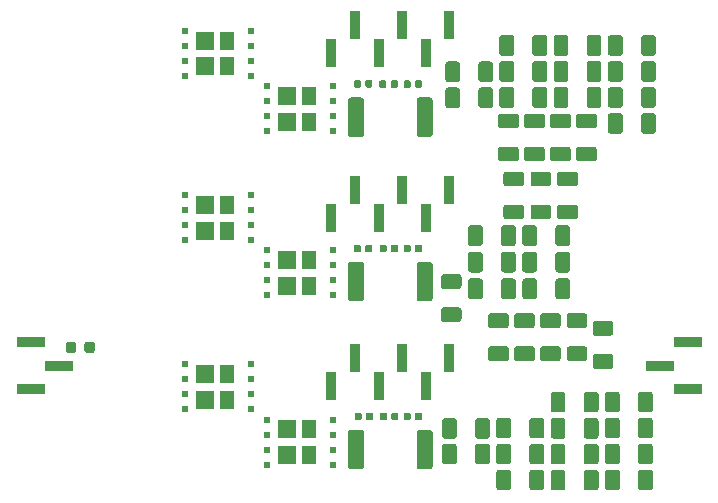
<source format=gtp>
G04 #@! TF.GenerationSoftware,KiCad,Pcbnew,5.1.0*
G04 #@! TF.CreationDate,2019-05-14T15:50:41+02:00*
G04 #@! TF.ProjectId,AluPCB,416c7550-4342-42e6-9b69-6361645f7063,rev?*
G04 #@! TF.SameCoordinates,Original*
G04 #@! TF.FileFunction,Paste,Top*
G04 #@! TF.FilePolarity,Positive*
%FSLAX46Y46*%
G04 Gerber Fmt 4.6, Leading zero omitted, Abs format (unit mm)*
G04 Created by KiCad (PCBNEW 5.1.0) date 2019-05-14 15:50:41*
%MOMM*%
%LPD*%
G04 APERTURE LIST*
%ADD10R,0.850000X2.350000*%
%ADD11R,2.350000X0.850000*%
%ADD12C,0.100000*%
%ADD13C,0.875000*%
%ADD14C,0.590000*%
%ADD15C,1.250000*%
%ADD16C,1.350000*%
%ADD17R,0.490000X0.490000*%
%ADD18R,1.585000X1.570000*%
%ADD19R,1.235000X1.570000*%
G04 APERTURE END LIST*
D10*
X58000000Y-25105000D03*
X54000000Y-25105000D03*
X50000000Y-25105000D03*
X56000000Y-27455000D03*
X52000000Y-27455000D03*
X48000000Y-27455000D03*
D11*
X24925000Y-53910000D03*
X22575000Y-55910000D03*
X22575000Y-51910000D03*
X75825000Y-53910000D03*
X78175000Y-51910000D03*
X78175000Y-55910000D03*
D10*
X58000000Y-39025000D03*
X54000000Y-39025000D03*
X50000000Y-39025000D03*
X56000000Y-41375000D03*
X52000000Y-41375000D03*
X48000000Y-41375000D03*
X58000000Y-53245000D03*
X54000000Y-53245000D03*
X50000000Y-53245000D03*
X56000000Y-55595000D03*
X52000000Y-55595000D03*
X48000000Y-55595000D03*
D12*
G36*
X27777691Y-51876053D02*
G01*
X27798926Y-51879203D01*
X27819750Y-51884419D01*
X27839962Y-51891651D01*
X27859368Y-51900830D01*
X27877781Y-51911866D01*
X27895024Y-51924654D01*
X27910930Y-51939070D01*
X27925346Y-51954976D01*
X27938134Y-51972219D01*
X27949170Y-51990632D01*
X27958349Y-52010038D01*
X27965581Y-52030250D01*
X27970797Y-52051074D01*
X27973947Y-52072309D01*
X27975000Y-52093750D01*
X27975000Y-52606250D01*
X27973947Y-52627691D01*
X27970797Y-52648926D01*
X27965581Y-52669750D01*
X27958349Y-52689962D01*
X27949170Y-52709368D01*
X27938134Y-52727781D01*
X27925346Y-52745024D01*
X27910930Y-52760930D01*
X27895024Y-52775346D01*
X27877781Y-52788134D01*
X27859368Y-52799170D01*
X27839962Y-52808349D01*
X27819750Y-52815581D01*
X27798926Y-52820797D01*
X27777691Y-52823947D01*
X27756250Y-52825000D01*
X27318750Y-52825000D01*
X27297309Y-52823947D01*
X27276074Y-52820797D01*
X27255250Y-52815581D01*
X27235038Y-52808349D01*
X27215632Y-52799170D01*
X27197219Y-52788134D01*
X27179976Y-52775346D01*
X27164070Y-52760930D01*
X27149654Y-52745024D01*
X27136866Y-52727781D01*
X27125830Y-52709368D01*
X27116651Y-52689962D01*
X27109419Y-52669750D01*
X27104203Y-52648926D01*
X27101053Y-52627691D01*
X27100000Y-52606250D01*
X27100000Y-52093750D01*
X27101053Y-52072309D01*
X27104203Y-52051074D01*
X27109419Y-52030250D01*
X27116651Y-52010038D01*
X27125830Y-51990632D01*
X27136866Y-51972219D01*
X27149654Y-51954976D01*
X27164070Y-51939070D01*
X27179976Y-51924654D01*
X27197219Y-51911866D01*
X27215632Y-51900830D01*
X27235038Y-51891651D01*
X27255250Y-51884419D01*
X27276074Y-51879203D01*
X27297309Y-51876053D01*
X27318750Y-51875000D01*
X27756250Y-51875000D01*
X27777691Y-51876053D01*
X27777691Y-51876053D01*
G37*
D13*
X27537500Y-52350000D03*
D12*
G36*
X26202691Y-51876053D02*
G01*
X26223926Y-51879203D01*
X26244750Y-51884419D01*
X26264962Y-51891651D01*
X26284368Y-51900830D01*
X26302781Y-51911866D01*
X26320024Y-51924654D01*
X26335930Y-51939070D01*
X26350346Y-51954976D01*
X26363134Y-51972219D01*
X26374170Y-51990632D01*
X26383349Y-52010038D01*
X26390581Y-52030250D01*
X26395797Y-52051074D01*
X26398947Y-52072309D01*
X26400000Y-52093750D01*
X26400000Y-52606250D01*
X26398947Y-52627691D01*
X26395797Y-52648926D01*
X26390581Y-52669750D01*
X26383349Y-52689962D01*
X26374170Y-52709368D01*
X26363134Y-52727781D01*
X26350346Y-52745024D01*
X26335930Y-52760930D01*
X26320024Y-52775346D01*
X26302781Y-52788134D01*
X26284368Y-52799170D01*
X26264962Y-52808349D01*
X26244750Y-52815581D01*
X26223926Y-52820797D01*
X26202691Y-52823947D01*
X26181250Y-52825000D01*
X25743750Y-52825000D01*
X25722309Y-52823947D01*
X25701074Y-52820797D01*
X25680250Y-52815581D01*
X25660038Y-52808349D01*
X25640632Y-52799170D01*
X25622219Y-52788134D01*
X25604976Y-52775346D01*
X25589070Y-52760930D01*
X25574654Y-52745024D01*
X25561866Y-52727781D01*
X25550830Y-52709368D01*
X25541651Y-52689962D01*
X25534419Y-52669750D01*
X25529203Y-52648926D01*
X25526053Y-52627691D01*
X25525000Y-52606250D01*
X25525000Y-52093750D01*
X25526053Y-52072309D01*
X25529203Y-52051074D01*
X25534419Y-52030250D01*
X25541651Y-52010038D01*
X25550830Y-51990632D01*
X25561866Y-51972219D01*
X25574654Y-51954976D01*
X25589070Y-51939070D01*
X25604976Y-51924654D01*
X25622219Y-51911866D01*
X25640632Y-51900830D01*
X25660038Y-51891651D01*
X25680250Y-51884419D01*
X25701074Y-51879203D01*
X25722309Y-51876053D01*
X25743750Y-51875000D01*
X26181250Y-51875000D01*
X26202691Y-51876053D01*
X26202691Y-51876053D01*
G37*
D13*
X25962500Y-52350000D03*
D12*
G36*
X50376958Y-29730710D02*
G01*
X50391276Y-29732834D01*
X50405317Y-29736351D01*
X50418946Y-29741228D01*
X50432031Y-29747417D01*
X50444447Y-29754858D01*
X50456073Y-29763481D01*
X50466798Y-29773202D01*
X50476519Y-29783927D01*
X50485142Y-29795553D01*
X50492583Y-29807969D01*
X50498772Y-29821054D01*
X50503649Y-29834683D01*
X50507166Y-29848724D01*
X50509290Y-29863042D01*
X50510000Y-29877500D01*
X50510000Y-30222500D01*
X50509290Y-30236958D01*
X50507166Y-30251276D01*
X50503649Y-30265317D01*
X50498772Y-30278946D01*
X50492583Y-30292031D01*
X50485142Y-30304447D01*
X50476519Y-30316073D01*
X50466798Y-30326798D01*
X50456073Y-30336519D01*
X50444447Y-30345142D01*
X50432031Y-30352583D01*
X50418946Y-30358772D01*
X50405317Y-30363649D01*
X50391276Y-30367166D01*
X50376958Y-30369290D01*
X50362500Y-30370000D01*
X50067500Y-30370000D01*
X50053042Y-30369290D01*
X50038724Y-30367166D01*
X50024683Y-30363649D01*
X50011054Y-30358772D01*
X49997969Y-30352583D01*
X49985553Y-30345142D01*
X49973927Y-30336519D01*
X49963202Y-30326798D01*
X49953481Y-30316073D01*
X49944858Y-30304447D01*
X49937417Y-30292031D01*
X49931228Y-30278946D01*
X49926351Y-30265317D01*
X49922834Y-30251276D01*
X49920710Y-30236958D01*
X49920000Y-30222500D01*
X49920000Y-29877500D01*
X49920710Y-29863042D01*
X49922834Y-29848724D01*
X49926351Y-29834683D01*
X49931228Y-29821054D01*
X49937417Y-29807969D01*
X49944858Y-29795553D01*
X49953481Y-29783927D01*
X49963202Y-29773202D01*
X49973927Y-29763481D01*
X49985553Y-29754858D01*
X49997969Y-29747417D01*
X50011054Y-29741228D01*
X50024683Y-29736351D01*
X50038724Y-29732834D01*
X50053042Y-29730710D01*
X50067500Y-29730000D01*
X50362500Y-29730000D01*
X50376958Y-29730710D01*
X50376958Y-29730710D01*
G37*
D14*
X50215000Y-30050000D03*
D12*
G36*
X51346958Y-29730710D02*
G01*
X51361276Y-29732834D01*
X51375317Y-29736351D01*
X51388946Y-29741228D01*
X51402031Y-29747417D01*
X51414447Y-29754858D01*
X51426073Y-29763481D01*
X51436798Y-29773202D01*
X51446519Y-29783927D01*
X51455142Y-29795553D01*
X51462583Y-29807969D01*
X51468772Y-29821054D01*
X51473649Y-29834683D01*
X51477166Y-29848724D01*
X51479290Y-29863042D01*
X51480000Y-29877500D01*
X51480000Y-30222500D01*
X51479290Y-30236958D01*
X51477166Y-30251276D01*
X51473649Y-30265317D01*
X51468772Y-30278946D01*
X51462583Y-30292031D01*
X51455142Y-30304447D01*
X51446519Y-30316073D01*
X51436798Y-30326798D01*
X51426073Y-30336519D01*
X51414447Y-30345142D01*
X51402031Y-30352583D01*
X51388946Y-30358772D01*
X51375317Y-30363649D01*
X51361276Y-30367166D01*
X51346958Y-30369290D01*
X51332500Y-30370000D01*
X51037500Y-30370000D01*
X51023042Y-30369290D01*
X51008724Y-30367166D01*
X50994683Y-30363649D01*
X50981054Y-30358772D01*
X50967969Y-30352583D01*
X50955553Y-30345142D01*
X50943927Y-30336519D01*
X50933202Y-30326798D01*
X50923481Y-30316073D01*
X50914858Y-30304447D01*
X50907417Y-30292031D01*
X50901228Y-30278946D01*
X50896351Y-30265317D01*
X50892834Y-30251276D01*
X50890710Y-30236958D01*
X50890000Y-30222500D01*
X50890000Y-29877500D01*
X50890710Y-29863042D01*
X50892834Y-29848724D01*
X50896351Y-29834683D01*
X50901228Y-29821054D01*
X50907417Y-29807969D01*
X50914858Y-29795553D01*
X50923481Y-29783927D01*
X50933202Y-29773202D01*
X50943927Y-29763481D01*
X50955553Y-29754858D01*
X50967969Y-29747417D01*
X50981054Y-29741228D01*
X50994683Y-29736351D01*
X51008724Y-29732834D01*
X51023042Y-29730710D01*
X51037500Y-29730000D01*
X51332500Y-29730000D01*
X51346958Y-29730710D01*
X51346958Y-29730710D01*
G37*
D14*
X51185000Y-30050000D03*
D12*
G36*
X50361958Y-43680710D02*
G01*
X50376276Y-43682834D01*
X50390317Y-43686351D01*
X50403946Y-43691228D01*
X50417031Y-43697417D01*
X50429447Y-43704858D01*
X50441073Y-43713481D01*
X50451798Y-43723202D01*
X50461519Y-43733927D01*
X50470142Y-43745553D01*
X50477583Y-43757969D01*
X50483772Y-43771054D01*
X50488649Y-43784683D01*
X50492166Y-43798724D01*
X50494290Y-43813042D01*
X50495000Y-43827500D01*
X50495000Y-44172500D01*
X50494290Y-44186958D01*
X50492166Y-44201276D01*
X50488649Y-44215317D01*
X50483772Y-44228946D01*
X50477583Y-44242031D01*
X50470142Y-44254447D01*
X50461519Y-44266073D01*
X50451798Y-44276798D01*
X50441073Y-44286519D01*
X50429447Y-44295142D01*
X50417031Y-44302583D01*
X50403946Y-44308772D01*
X50390317Y-44313649D01*
X50376276Y-44317166D01*
X50361958Y-44319290D01*
X50347500Y-44320000D01*
X50052500Y-44320000D01*
X50038042Y-44319290D01*
X50023724Y-44317166D01*
X50009683Y-44313649D01*
X49996054Y-44308772D01*
X49982969Y-44302583D01*
X49970553Y-44295142D01*
X49958927Y-44286519D01*
X49948202Y-44276798D01*
X49938481Y-44266073D01*
X49929858Y-44254447D01*
X49922417Y-44242031D01*
X49916228Y-44228946D01*
X49911351Y-44215317D01*
X49907834Y-44201276D01*
X49905710Y-44186958D01*
X49905000Y-44172500D01*
X49905000Y-43827500D01*
X49905710Y-43813042D01*
X49907834Y-43798724D01*
X49911351Y-43784683D01*
X49916228Y-43771054D01*
X49922417Y-43757969D01*
X49929858Y-43745553D01*
X49938481Y-43733927D01*
X49948202Y-43723202D01*
X49958927Y-43713481D01*
X49970553Y-43704858D01*
X49982969Y-43697417D01*
X49996054Y-43691228D01*
X50009683Y-43686351D01*
X50023724Y-43682834D01*
X50038042Y-43680710D01*
X50052500Y-43680000D01*
X50347500Y-43680000D01*
X50361958Y-43680710D01*
X50361958Y-43680710D01*
G37*
D14*
X50200000Y-44000000D03*
D12*
G36*
X51331958Y-43680710D02*
G01*
X51346276Y-43682834D01*
X51360317Y-43686351D01*
X51373946Y-43691228D01*
X51387031Y-43697417D01*
X51399447Y-43704858D01*
X51411073Y-43713481D01*
X51421798Y-43723202D01*
X51431519Y-43733927D01*
X51440142Y-43745553D01*
X51447583Y-43757969D01*
X51453772Y-43771054D01*
X51458649Y-43784683D01*
X51462166Y-43798724D01*
X51464290Y-43813042D01*
X51465000Y-43827500D01*
X51465000Y-44172500D01*
X51464290Y-44186958D01*
X51462166Y-44201276D01*
X51458649Y-44215317D01*
X51453772Y-44228946D01*
X51447583Y-44242031D01*
X51440142Y-44254447D01*
X51431519Y-44266073D01*
X51421798Y-44276798D01*
X51411073Y-44286519D01*
X51399447Y-44295142D01*
X51387031Y-44302583D01*
X51373946Y-44308772D01*
X51360317Y-44313649D01*
X51346276Y-44317166D01*
X51331958Y-44319290D01*
X51317500Y-44320000D01*
X51022500Y-44320000D01*
X51008042Y-44319290D01*
X50993724Y-44317166D01*
X50979683Y-44313649D01*
X50966054Y-44308772D01*
X50952969Y-44302583D01*
X50940553Y-44295142D01*
X50928927Y-44286519D01*
X50918202Y-44276798D01*
X50908481Y-44266073D01*
X50899858Y-44254447D01*
X50892417Y-44242031D01*
X50886228Y-44228946D01*
X50881351Y-44215317D01*
X50877834Y-44201276D01*
X50875710Y-44186958D01*
X50875000Y-44172500D01*
X50875000Y-43827500D01*
X50875710Y-43813042D01*
X50877834Y-43798724D01*
X50881351Y-43784683D01*
X50886228Y-43771054D01*
X50892417Y-43757969D01*
X50899858Y-43745553D01*
X50908481Y-43733927D01*
X50918202Y-43723202D01*
X50928927Y-43713481D01*
X50940553Y-43704858D01*
X50952969Y-43697417D01*
X50966054Y-43691228D01*
X50979683Y-43686351D01*
X50993724Y-43682834D01*
X51008042Y-43680710D01*
X51022500Y-43680000D01*
X51317500Y-43680000D01*
X51331958Y-43680710D01*
X51331958Y-43680710D01*
G37*
D14*
X51170000Y-44000000D03*
D12*
G36*
X50426958Y-57880710D02*
G01*
X50441276Y-57882834D01*
X50455317Y-57886351D01*
X50468946Y-57891228D01*
X50482031Y-57897417D01*
X50494447Y-57904858D01*
X50506073Y-57913481D01*
X50516798Y-57923202D01*
X50526519Y-57933927D01*
X50535142Y-57945553D01*
X50542583Y-57957969D01*
X50548772Y-57971054D01*
X50553649Y-57984683D01*
X50557166Y-57998724D01*
X50559290Y-58013042D01*
X50560000Y-58027500D01*
X50560000Y-58372500D01*
X50559290Y-58386958D01*
X50557166Y-58401276D01*
X50553649Y-58415317D01*
X50548772Y-58428946D01*
X50542583Y-58442031D01*
X50535142Y-58454447D01*
X50526519Y-58466073D01*
X50516798Y-58476798D01*
X50506073Y-58486519D01*
X50494447Y-58495142D01*
X50482031Y-58502583D01*
X50468946Y-58508772D01*
X50455317Y-58513649D01*
X50441276Y-58517166D01*
X50426958Y-58519290D01*
X50412500Y-58520000D01*
X50117500Y-58520000D01*
X50103042Y-58519290D01*
X50088724Y-58517166D01*
X50074683Y-58513649D01*
X50061054Y-58508772D01*
X50047969Y-58502583D01*
X50035553Y-58495142D01*
X50023927Y-58486519D01*
X50013202Y-58476798D01*
X50003481Y-58466073D01*
X49994858Y-58454447D01*
X49987417Y-58442031D01*
X49981228Y-58428946D01*
X49976351Y-58415317D01*
X49972834Y-58401276D01*
X49970710Y-58386958D01*
X49970000Y-58372500D01*
X49970000Y-58027500D01*
X49970710Y-58013042D01*
X49972834Y-57998724D01*
X49976351Y-57984683D01*
X49981228Y-57971054D01*
X49987417Y-57957969D01*
X49994858Y-57945553D01*
X50003481Y-57933927D01*
X50013202Y-57923202D01*
X50023927Y-57913481D01*
X50035553Y-57904858D01*
X50047969Y-57897417D01*
X50061054Y-57891228D01*
X50074683Y-57886351D01*
X50088724Y-57882834D01*
X50103042Y-57880710D01*
X50117500Y-57880000D01*
X50412500Y-57880000D01*
X50426958Y-57880710D01*
X50426958Y-57880710D01*
G37*
D14*
X50265000Y-58200000D03*
D12*
G36*
X51396958Y-57880710D02*
G01*
X51411276Y-57882834D01*
X51425317Y-57886351D01*
X51438946Y-57891228D01*
X51452031Y-57897417D01*
X51464447Y-57904858D01*
X51476073Y-57913481D01*
X51486798Y-57923202D01*
X51496519Y-57933927D01*
X51505142Y-57945553D01*
X51512583Y-57957969D01*
X51518772Y-57971054D01*
X51523649Y-57984683D01*
X51527166Y-57998724D01*
X51529290Y-58013042D01*
X51530000Y-58027500D01*
X51530000Y-58372500D01*
X51529290Y-58386958D01*
X51527166Y-58401276D01*
X51523649Y-58415317D01*
X51518772Y-58428946D01*
X51512583Y-58442031D01*
X51505142Y-58454447D01*
X51496519Y-58466073D01*
X51486798Y-58476798D01*
X51476073Y-58486519D01*
X51464447Y-58495142D01*
X51452031Y-58502583D01*
X51438946Y-58508772D01*
X51425317Y-58513649D01*
X51411276Y-58517166D01*
X51396958Y-58519290D01*
X51382500Y-58520000D01*
X51087500Y-58520000D01*
X51073042Y-58519290D01*
X51058724Y-58517166D01*
X51044683Y-58513649D01*
X51031054Y-58508772D01*
X51017969Y-58502583D01*
X51005553Y-58495142D01*
X50993927Y-58486519D01*
X50983202Y-58476798D01*
X50973481Y-58466073D01*
X50964858Y-58454447D01*
X50957417Y-58442031D01*
X50951228Y-58428946D01*
X50946351Y-58415317D01*
X50942834Y-58401276D01*
X50940710Y-58386958D01*
X50940000Y-58372500D01*
X50940000Y-58027500D01*
X50940710Y-58013042D01*
X50942834Y-57998724D01*
X50946351Y-57984683D01*
X50951228Y-57971054D01*
X50957417Y-57957969D01*
X50964858Y-57945553D01*
X50973481Y-57933927D01*
X50983202Y-57923202D01*
X50993927Y-57913481D01*
X51005553Y-57904858D01*
X51017969Y-57897417D01*
X51031054Y-57891228D01*
X51044683Y-57886351D01*
X51058724Y-57882834D01*
X51073042Y-57880710D01*
X51087500Y-57880000D01*
X51382500Y-57880000D01*
X51396958Y-57880710D01*
X51396958Y-57880710D01*
G37*
D14*
X51235000Y-58200000D03*
D12*
G36*
X54576958Y-29760710D02*
G01*
X54591276Y-29762834D01*
X54605317Y-29766351D01*
X54618946Y-29771228D01*
X54632031Y-29777417D01*
X54644447Y-29784858D01*
X54656073Y-29793481D01*
X54666798Y-29803202D01*
X54676519Y-29813927D01*
X54685142Y-29825553D01*
X54692583Y-29837969D01*
X54698772Y-29851054D01*
X54703649Y-29864683D01*
X54707166Y-29878724D01*
X54709290Y-29893042D01*
X54710000Y-29907500D01*
X54710000Y-30252500D01*
X54709290Y-30266958D01*
X54707166Y-30281276D01*
X54703649Y-30295317D01*
X54698772Y-30308946D01*
X54692583Y-30322031D01*
X54685142Y-30334447D01*
X54676519Y-30346073D01*
X54666798Y-30356798D01*
X54656073Y-30366519D01*
X54644447Y-30375142D01*
X54632031Y-30382583D01*
X54618946Y-30388772D01*
X54605317Y-30393649D01*
X54591276Y-30397166D01*
X54576958Y-30399290D01*
X54562500Y-30400000D01*
X54267500Y-30400000D01*
X54253042Y-30399290D01*
X54238724Y-30397166D01*
X54224683Y-30393649D01*
X54211054Y-30388772D01*
X54197969Y-30382583D01*
X54185553Y-30375142D01*
X54173927Y-30366519D01*
X54163202Y-30356798D01*
X54153481Y-30346073D01*
X54144858Y-30334447D01*
X54137417Y-30322031D01*
X54131228Y-30308946D01*
X54126351Y-30295317D01*
X54122834Y-30281276D01*
X54120710Y-30266958D01*
X54120000Y-30252500D01*
X54120000Y-29907500D01*
X54120710Y-29893042D01*
X54122834Y-29878724D01*
X54126351Y-29864683D01*
X54131228Y-29851054D01*
X54137417Y-29837969D01*
X54144858Y-29825553D01*
X54153481Y-29813927D01*
X54163202Y-29803202D01*
X54173927Y-29793481D01*
X54185553Y-29784858D01*
X54197969Y-29777417D01*
X54211054Y-29771228D01*
X54224683Y-29766351D01*
X54238724Y-29762834D01*
X54253042Y-29760710D01*
X54267500Y-29760000D01*
X54562500Y-29760000D01*
X54576958Y-29760710D01*
X54576958Y-29760710D01*
G37*
D14*
X54415000Y-30080000D03*
D12*
G36*
X55546958Y-29760710D02*
G01*
X55561276Y-29762834D01*
X55575317Y-29766351D01*
X55588946Y-29771228D01*
X55602031Y-29777417D01*
X55614447Y-29784858D01*
X55626073Y-29793481D01*
X55636798Y-29803202D01*
X55646519Y-29813927D01*
X55655142Y-29825553D01*
X55662583Y-29837969D01*
X55668772Y-29851054D01*
X55673649Y-29864683D01*
X55677166Y-29878724D01*
X55679290Y-29893042D01*
X55680000Y-29907500D01*
X55680000Y-30252500D01*
X55679290Y-30266958D01*
X55677166Y-30281276D01*
X55673649Y-30295317D01*
X55668772Y-30308946D01*
X55662583Y-30322031D01*
X55655142Y-30334447D01*
X55646519Y-30346073D01*
X55636798Y-30356798D01*
X55626073Y-30366519D01*
X55614447Y-30375142D01*
X55602031Y-30382583D01*
X55588946Y-30388772D01*
X55575317Y-30393649D01*
X55561276Y-30397166D01*
X55546958Y-30399290D01*
X55532500Y-30400000D01*
X55237500Y-30400000D01*
X55223042Y-30399290D01*
X55208724Y-30397166D01*
X55194683Y-30393649D01*
X55181054Y-30388772D01*
X55167969Y-30382583D01*
X55155553Y-30375142D01*
X55143927Y-30366519D01*
X55133202Y-30356798D01*
X55123481Y-30346073D01*
X55114858Y-30334447D01*
X55107417Y-30322031D01*
X55101228Y-30308946D01*
X55096351Y-30295317D01*
X55092834Y-30281276D01*
X55090710Y-30266958D01*
X55090000Y-30252500D01*
X55090000Y-29907500D01*
X55090710Y-29893042D01*
X55092834Y-29878724D01*
X55096351Y-29864683D01*
X55101228Y-29851054D01*
X55107417Y-29837969D01*
X55114858Y-29825553D01*
X55123481Y-29813927D01*
X55133202Y-29803202D01*
X55143927Y-29793481D01*
X55155553Y-29784858D01*
X55167969Y-29777417D01*
X55181054Y-29771228D01*
X55194683Y-29766351D01*
X55208724Y-29762834D01*
X55223042Y-29760710D01*
X55237500Y-29760000D01*
X55532500Y-29760000D01*
X55546958Y-29760710D01*
X55546958Y-29760710D01*
G37*
D14*
X55385000Y-30080000D03*
D12*
G36*
X52526958Y-29760710D02*
G01*
X52541276Y-29762834D01*
X52555317Y-29766351D01*
X52568946Y-29771228D01*
X52582031Y-29777417D01*
X52594447Y-29784858D01*
X52606073Y-29793481D01*
X52616798Y-29803202D01*
X52626519Y-29813927D01*
X52635142Y-29825553D01*
X52642583Y-29837969D01*
X52648772Y-29851054D01*
X52653649Y-29864683D01*
X52657166Y-29878724D01*
X52659290Y-29893042D01*
X52660000Y-29907500D01*
X52660000Y-30252500D01*
X52659290Y-30266958D01*
X52657166Y-30281276D01*
X52653649Y-30295317D01*
X52648772Y-30308946D01*
X52642583Y-30322031D01*
X52635142Y-30334447D01*
X52626519Y-30346073D01*
X52616798Y-30356798D01*
X52606073Y-30366519D01*
X52594447Y-30375142D01*
X52582031Y-30382583D01*
X52568946Y-30388772D01*
X52555317Y-30393649D01*
X52541276Y-30397166D01*
X52526958Y-30399290D01*
X52512500Y-30400000D01*
X52217500Y-30400000D01*
X52203042Y-30399290D01*
X52188724Y-30397166D01*
X52174683Y-30393649D01*
X52161054Y-30388772D01*
X52147969Y-30382583D01*
X52135553Y-30375142D01*
X52123927Y-30366519D01*
X52113202Y-30356798D01*
X52103481Y-30346073D01*
X52094858Y-30334447D01*
X52087417Y-30322031D01*
X52081228Y-30308946D01*
X52076351Y-30295317D01*
X52072834Y-30281276D01*
X52070710Y-30266958D01*
X52070000Y-30252500D01*
X52070000Y-29907500D01*
X52070710Y-29893042D01*
X52072834Y-29878724D01*
X52076351Y-29864683D01*
X52081228Y-29851054D01*
X52087417Y-29837969D01*
X52094858Y-29825553D01*
X52103481Y-29813927D01*
X52113202Y-29803202D01*
X52123927Y-29793481D01*
X52135553Y-29784858D01*
X52147969Y-29777417D01*
X52161054Y-29771228D01*
X52174683Y-29766351D01*
X52188724Y-29762834D01*
X52203042Y-29760710D01*
X52217500Y-29760000D01*
X52512500Y-29760000D01*
X52526958Y-29760710D01*
X52526958Y-29760710D01*
G37*
D14*
X52365000Y-30080000D03*
D12*
G36*
X53496958Y-29760710D02*
G01*
X53511276Y-29762834D01*
X53525317Y-29766351D01*
X53538946Y-29771228D01*
X53552031Y-29777417D01*
X53564447Y-29784858D01*
X53576073Y-29793481D01*
X53586798Y-29803202D01*
X53596519Y-29813927D01*
X53605142Y-29825553D01*
X53612583Y-29837969D01*
X53618772Y-29851054D01*
X53623649Y-29864683D01*
X53627166Y-29878724D01*
X53629290Y-29893042D01*
X53630000Y-29907500D01*
X53630000Y-30252500D01*
X53629290Y-30266958D01*
X53627166Y-30281276D01*
X53623649Y-30295317D01*
X53618772Y-30308946D01*
X53612583Y-30322031D01*
X53605142Y-30334447D01*
X53596519Y-30346073D01*
X53586798Y-30356798D01*
X53576073Y-30366519D01*
X53564447Y-30375142D01*
X53552031Y-30382583D01*
X53538946Y-30388772D01*
X53525317Y-30393649D01*
X53511276Y-30397166D01*
X53496958Y-30399290D01*
X53482500Y-30400000D01*
X53187500Y-30400000D01*
X53173042Y-30399290D01*
X53158724Y-30397166D01*
X53144683Y-30393649D01*
X53131054Y-30388772D01*
X53117969Y-30382583D01*
X53105553Y-30375142D01*
X53093927Y-30366519D01*
X53083202Y-30356798D01*
X53073481Y-30346073D01*
X53064858Y-30334447D01*
X53057417Y-30322031D01*
X53051228Y-30308946D01*
X53046351Y-30295317D01*
X53042834Y-30281276D01*
X53040710Y-30266958D01*
X53040000Y-30252500D01*
X53040000Y-29907500D01*
X53040710Y-29893042D01*
X53042834Y-29878724D01*
X53046351Y-29864683D01*
X53051228Y-29851054D01*
X53057417Y-29837969D01*
X53064858Y-29825553D01*
X53073481Y-29813927D01*
X53083202Y-29803202D01*
X53093927Y-29793481D01*
X53105553Y-29784858D01*
X53117969Y-29777417D01*
X53131054Y-29771228D01*
X53144683Y-29766351D01*
X53158724Y-29762834D01*
X53173042Y-29760710D01*
X53187500Y-29760000D01*
X53482500Y-29760000D01*
X53496958Y-29760710D01*
X53496958Y-29760710D01*
G37*
D14*
X53335000Y-30080000D03*
D12*
G36*
X54576958Y-43680710D02*
G01*
X54591276Y-43682834D01*
X54605317Y-43686351D01*
X54618946Y-43691228D01*
X54632031Y-43697417D01*
X54644447Y-43704858D01*
X54656073Y-43713481D01*
X54666798Y-43723202D01*
X54676519Y-43733927D01*
X54685142Y-43745553D01*
X54692583Y-43757969D01*
X54698772Y-43771054D01*
X54703649Y-43784683D01*
X54707166Y-43798724D01*
X54709290Y-43813042D01*
X54710000Y-43827500D01*
X54710000Y-44172500D01*
X54709290Y-44186958D01*
X54707166Y-44201276D01*
X54703649Y-44215317D01*
X54698772Y-44228946D01*
X54692583Y-44242031D01*
X54685142Y-44254447D01*
X54676519Y-44266073D01*
X54666798Y-44276798D01*
X54656073Y-44286519D01*
X54644447Y-44295142D01*
X54632031Y-44302583D01*
X54618946Y-44308772D01*
X54605317Y-44313649D01*
X54591276Y-44317166D01*
X54576958Y-44319290D01*
X54562500Y-44320000D01*
X54267500Y-44320000D01*
X54253042Y-44319290D01*
X54238724Y-44317166D01*
X54224683Y-44313649D01*
X54211054Y-44308772D01*
X54197969Y-44302583D01*
X54185553Y-44295142D01*
X54173927Y-44286519D01*
X54163202Y-44276798D01*
X54153481Y-44266073D01*
X54144858Y-44254447D01*
X54137417Y-44242031D01*
X54131228Y-44228946D01*
X54126351Y-44215317D01*
X54122834Y-44201276D01*
X54120710Y-44186958D01*
X54120000Y-44172500D01*
X54120000Y-43827500D01*
X54120710Y-43813042D01*
X54122834Y-43798724D01*
X54126351Y-43784683D01*
X54131228Y-43771054D01*
X54137417Y-43757969D01*
X54144858Y-43745553D01*
X54153481Y-43733927D01*
X54163202Y-43723202D01*
X54173927Y-43713481D01*
X54185553Y-43704858D01*
X54197969Y-43697417D01*
X54211054Y-43691228D01*
X54224683Y-43686351D01*
X54238724Y-43682834D01*
X54253042Y-43680710D01*
X54267500Y-43680000D01*
X54562500Y-43680000D01*
X54576958Y-43680710D01*
X54576958Y-43680710D01*
G37*
D14*
X54415000Y-44000000D03*
D12*
G36*
X55546958Y-43680710D02*
G01*
X55561276Y-43682834D01*
X55575317Y-43686351D01*
X55588946Y-43691228D01*
X55602031Y-43697417D01*
X55614447Y-43704858D01*
X55626073Y-43713481D01*
X55636798Y-43723202D01*
X55646519Y-43733927D01*
X55655142Y-43745553D01*
X55662583Y-43757969D01*
X55668772Y-43771054D01*
X55673649Y-43784683D01*
X55677166Y-43798724D01*
X55679290Y-43813042D01*
X55680000Y-43827500D01*
X55680000Y-44172500D01*
X55679290Y-44186958D01*
X55677166Y-44201276D01*
X55673649Y-44215317D01*
X55668772Y-44228946D01*
X55662583Y-44242031D01*
X55655142Y-44254447D01*
X55646519Y-44266073D01*
X55636798Y-44276798D01*
X55626073Y-44286519D01*
X55614447Y-44295142D01*
X55602031Y-44302583D01*
X55588946Y-44308772D01*
X55575317Y-44313649D01*
X55561276Y-44317166D01*
X55546958Y-44319290D01*
X55532500Y-44320000D01*
X55237500Y-44320000D01*
X55223042Y-44319290D01*
X55208724Y-44317166D01*
X55194683Y-44313649D01*
X55181054Y-44308772D01*
X55167969Y-44302583D01*
X55155553Y-44295142D01*
X55143927Y-44286519D01*
X55133202Y-44276798D01*
X55123481Y-44266073D01*
X55114858Y-44254447D01*
X55107417Y-44242031D01*
X55101228Y-44228946D01*
X55096351Y-44215317D01*
X55092834Y-44201276D01*
X55090710Y-44186958D01*
X55090000Y-44172500D01*
X55090000Y-43827500D01*
X55090710Y-43813042D01*
X55092834Y-43798724D01*
X55096351Y-43784683D01*
X55101228Y-43771054D01*
X55107417Y-43757969D01*
X55114858Y-43745553D01*
X55123481Y-43733927D01*
X55133202Y-43723202D01*
X55143927Y-43713481D01*
X55155553Y-43704858D01*
X55167969Y-43697417D01*
X55181054Y-43691228D01*
X55194683Y-43686351D01*
X55208724Y-43682834D01*
X55223042Y-43680710D01*
X55237500Y-43680000D01*
X55532500Y-43680000D01*
X55546958Y-43680710D01*
X55546958Y-43680710D01*
G37*
D14*
X55385000Y-44000000D03*
D12*
G36*
X52541958Y-43680710D02*
G01*
X52556276Y-43682834D01*
X52570317Y-43686351D01*
X52583946Y-43691228D01*
X52597031Y-43697417D01*
X52609447Y-43704858D01*
X52621073Y-43713481D01*
X52631798Y-43723202D01*
X52641519Y-43733927D01*
X52650142Y-43745553D01*
X52657583Y-43757969D01*
X52663772Y-43771054D01*
X52668649Y-43784683D01*
X52672166Y-43798724D01*
X52674290Y-43813042D01*
X52675000Y-43827500D01*
X52675000Y-44172500D01*
X52674290Y-44186958D01*
X52672166Y-44201276D01*
X52668649Y-44215317D01*
X52663772Y-44228946D01*
X52657583Y-44242031D01*
X52650142Y-44254447D01*
X52641519Y-44266073D01*
X52631798Y-44276798D01*
X52621073Y-44286519D01*
X52609447Y-44295142D01*
X52597031Y-44302583D01*
X52583946Y-44308772D01*
X52570317Y-44313649D01*
X52556276Y-44317166D01*
X52541958Y-44319290D01*
X52527500Y-44320000D01*
X52232500Y-44320000D01*
X52218042Y-44319290D01*
X52203724Y-44317166D01*
X52189683Y-44313649D01*
X52176054Y-44308772D01*
X52162969Y-44302583D01*
X52150553Y-44295142D01*
X52138927Y-44286519D01*
X52128202Y-44276798D01*
X52118481Y-44266073D01*
X52109858Y-44254447D01*
X52102417Y-44242031D01*
X52096228Y-44228946D01*
X52091351Y-44215317D01*
X52087834Y-44201276D01*
X52085710Y-44186958D01*
X52085000Y-44172500D01*
X52085000Y-43827500D01*
X52085710Y-43813042D01*
X52087834Y-43798724D01*
X52091351Y-43784683D01*
X52096228Y-43771054D01*
X52102417Y-43757969D01*
X52109858Y-43745553D01*
X52118481Y-43733927D01*
X52128202Y-43723202D01*
X52138927Y-43713481D01*
X52150553Y-43704858D01*
X52162969Y-43697417D01*
X52176054Y-43691228D01*
X52189683Y-43686351D01*
X52203724Y-43682834D01*
X52218042Y-43680710D01*
X52232500Y-43680000D01*
X52527500Y-43680000D01*
X52541958Y-43680710D01*
X52541958Y-43680710D01*
G37*
D14*
X52380000Y-44000000D03*
D12*
G36*
X53511958Y-43680710D02*
G01*
X53526276Y-43682834D01*
X53540317Y-43686351D01*
X53553946Y-43691228D01*
X53567031Y-43697417D01*
X53579447Y-43704858D01*
X53591073Y-43713481D01*
X53601798Y-43723202D01*
X53611519Y-43733927D01*
X53620142Y-43745553D01*
X53627583Y-43757969D01*
X53633772Y-43771054D01*
X53638649Y-43784683D01*
X53642166Y-43798724D01*
X53644290Y-43813042D01*
X53645000Y-43827500D01*
X53645000Y-44172500D01*
X53644290Y-44186958D01*
X53642166Y-44201276D01*
X53638649Y-44215317D01*
X53633772Y-44228946D01*
X53627583Y-44242031D01*
X53620142Y-44254447D01*
X53611519Y-44266073D01*
X53601798Y-44276798D01*
X53591073Y-44286519D01*
X53579447Y-44295142D01*
X53567031Y-44302583D01*
X53553946Y-44308772D01*
X53540317Y-44313649D01*
X53526276Y-44317166D01*
X53511958Y-44319290D01*
X53497500Y-44320000D01*
X53202500Y-44320000D01*
X53188042Y-44319290D01*
X53173724Y-44317166D01*
X53159683Y-44313649D01*
X53146054Y-44308772D01*
X53132969Y-44302583D01*
X53120553Y-44295142D01*
X53108927Y-44286519D01*
X53098202Y-44276798D01*
X53088481Y-44266073D01*
X53079858Y-44254447D01*
X53072417Y-44242031D01*
X53066228Y-44228946D01*
X53061351Y-44215317D01*
X53057834Y-44201276D01*
X53055710Y-44186958D01*
X53055000Y-44172500D01*
X53055000Y-43827500D01*
X53055710Y-43813042D01*
X53057834Y-43798724D01*
X53061351Y-43784683D01*
X53066228Y-43771054D01*
X53072417Y-43757969D01*
X53079858Y-43745553D01*
X53088481Y-43733927D01*
X53098202Y-43723202D01*
X53108927Y-43713481D01*
X53120553Y-43704858D01*
X53132969Y-43697417D01*
X53146054Y-43691228D01*
X53159683Y-43686351D01*
X53173724Y-43682834D01*
X53188042Y-43680710D01*
X53202500Y-43680000D01*
X53497500Y-43680000D01*
X53511958Y-43680710D01*
X53511958Y-43680710D01*
G37*
D14*
X53350000Y-44000000D03*
D12*
G36*
X54576958Y-57880710D02*
G01*
X54591276Y-57882834D01*
X54605317Y-57886351D01*
X54618946Y-57891228D01*
X54632031Y-57897417D01*
X54644447Y-57904858D01*
X54656073Y-57913481D01*
X54666798Y-57923202D01*
X54676519Y-57933927D01*
X54685142Y-57945553D01*
X54692583Y-57957969D01*
X54698772Y-57971054D01*
X54703649Y-57984683D01*
X54707166Y-57998724D01*
X54709290Y-58013042D01*
X54710000Y-58027500D01*
X54710000Y-58372500D01*
X54709290Y-58386958D01*
X54707166Y-58401276D01*
X54703649Y-58415317D01*
X54698772Y-58428946D01*
X54692583Y-58442031D01*
X54685142Y-58454447D01*
X54676519Y-58466073D01*
X54666798Y-58476798D01*
X54656073Y-58486519D01*
X54644447Y-58495142D01*
X54632031Y-58502583D01*
X54618946Y-58508772D01*
X54605317Y-58513649D01*
X54591276Y-58517166D01*
X54576958Y-58519290D01*
X54562500Y-58520000D01*
X54267500Y-58520000D01*
X54253042Y-58519290D01*
X54238724Y-58517166D01*
X54224683Y-58513649D01*
X54211054Y-58508772D01*
X54197969Y-58502583D01*
X54185553Y-58495142D01*
X54173927Y-58486519D01*
X54163202Y-58476798D01*
X54153481Y-58466073D01*
X54144858Y-58454447D01*
X54137417Y-58442031D01*
X54131228Y-58428946D01*
X54126351Y-58415317D01*
X54122834Y-58401276D01*
X54120710Y-58386958D01*
X54120000Y-58372500D01*
X54120000Y-58027500D01*
X54120710Y-58013042D01*
X54122834Y-57998724D01*
X54126351Y-57984683D01*
X54131228Y-57971054D01*
X54137417Y-57957969D01*
X54144858Y-57945553D01*
X54153481Y-57933927D01*
X54163202Y-57923202D01*
X54173927Y-57913481D01*
X54185553Y-57904858D01*
X54197969Y-57897417D01*
X54211054Y-57891228D01*
X54224683Y-57886351D01*
X54238724Y-57882834D01*
X54253042Y-57880710D01*
X54267500Y-57880000D01*
X54562500Y-57880000D01*
X54576958Y-57880710D01*
X54576958Y-57880710D01*
G37*
D14*
X54415000Y-58200000D03*
D12*
G36*
X55546958Y-57880710D02*
G01*
X55561276Y-57882834D01*
X55575317Y-57886351D01*
X55588946Y-57891228D01*
X55602031Y-57897417D01*
X55614447Y-57904858D01*
X55626073Y-57913481D01*
X55636798Y-57923202D01*
X55646519Y-57933927D01*
X55655142Y-57945553D01*
X55662583Y-57957969D01*
X55668772Y-57971054D01*
X55673649Y-57984683D01*
X55677166Y-57998724D01*
X55679290Y-58013042D01*
X55680000Y-58027500D01*
X55680000Y-58372500D01*
X55679290Y-58386958D01*
X55677166Y-58401276D01*
X55673649Y-58415317D01*
X55668772Y-58428946D01*
X55662583Y-58442031D01*
X55655142Y-58454447D01*
X55646519Y-58466073D01*
X55636798Y-58476798D01*
X55626073Y-58486519D01*
X55614447Y-58495142D01*
X55602031Y-58502583D01*
X55588946Y-58508772D01*
X55575317Y-58513649D01*
X55561276Y-58517166D01*
X55546958Y-58519290D01*
X55532500Y-58520000D01*
X55237500Y-58520000D01*
X55223042Y-58519290D01*
X55208724Y-58517166D01*
X55194683Y-58513649D01*
X55181054Y-58508772D01*
X55167969Y-58502583D01*
X55155553Y-58495142D01*
X55143927Y-58486519D01*
X55133202Y-58476798D01*
X55123481Y-58466073D01*
X55114858Y-58454447D01*
X55107417Y-58442031D01*
X55101228Y-58428946D01*
X55096351Y-58415317D01*
X55092834Y-58401276D01*
X55090710Y-58386958D01*
X55090000Y-58372500D01*
X55090000Y-58027500D01*
X55090710Y-58013042D01*
X55092834Y-57998724D01*
X55096351Y-57984683D01*
X55101228Y-57971054D01*
X55107417Y-57957969D01*
X55114858Y-57945553D01*
X55123481Y-57933927D01*
X55133202Y-57923202D01*
X55143927Y-57913481D01*
X55155553Y-57904858D01*
X55167969Y-57897417D01*
X55181054Y-57891228D01*
X55194683Y-57886351D01*
X55208724Y-57882834D01*
X55223042Y-57880710D01*
X55237500Y-57880000D01*
X55532500Y-57880000D01*
X55546958Y-57880710D01*
X55546958Y-57880710D01*
G37*
D14*
X55385000Y-58200000D03*
D12*
G36*
X52576958Y-57880710D02*
G01*
X52591276Y-57882834D01*
X52605317Y-57886351D01*
X52618946Y-57891228D01*
X52632031Y-57897417D01*
X52644447Y-57904858D01*
X52656073Y-57913481D01*
X52666798Y-57923202D01*
X52676519Y-57933927D01*
X52685142Y-57945553D01*
X52692583Y-57957969D01*
X52698772Y-57971054D01*
X52703649Y-57984683D01*
X52707166Y-57998724D01*
X52709290Y-58013042D01*
X52710000Y-58027500D01*
X52710000Y-58372500D01*
X52709290Y-58386958D01*
X52707166Y-58401276D01*
X52703649Y-58415317D01*
X52698772Y-58428946D01*
X52692583Y-58442031D01*
X52685142Y-58454447D01*
X52676519Y-58466073D01*
X52666798Y-58476798D01*
X52656073Y-58486519D01*
X52644447Y-58495142D01*
X52632031Y-58502583D01*
X52618946Y-58508772D01*
X52605317Y-58513649D01*
X52591276Y-58517166D01*
X52576958Y-58519290D01*
X52562500Y-58520000D01*
X52267500Y-58520000D01*
X52253042Y-58519290D01*
X52238724Y-58517166D01*
X52224683Y-58513649D01*
X52211054Y-58508772D01*
X52197969Y-58502583D01*
X52185553Y-58495142D01*
X52173927Y-58486519D01*
X52163202Y-58476798D01*
X52153481Y-58466073D01*
X52144858Y-58454447D01*
X52137417Y-58442031D01*
X52131228Y-58428946D01*
X52126351Y-58415317D01*
X52122834Y-58401276D01*
X52120710Y-58386958D01*
X52120000Y-58372500D01*
X52120000Y-58027500D01*
X52120710Y-58013042D01*
X52122834Y-57998724D01*
X52126351Y-57984683D01*
X52131228Y-57971054D01*
X52137417Y-57957969D01*
X52144858Y-57945553D01*
X52153481Y-57933927D01*
X52163202Y-57923202D01*
X52173927Y-57913481D01*
X52185553Y-57904858D01*
X52197969Y-57897417D01*
X52211054Y-57891228D01*
X52224683Y-57886351D01*
X52238724Y-57882834D01*
X52253042Y-57880710D01*
X52267500Y-57880000D01*
X52562500Y-57880000D01*
X52576958Y-57880710D01*
X52576958Y-57880710D01*
G37*
D14*
X52415000Y-58200000D03*
D12*
G36*
X53546958Y-57880710D02*
G01*
X53561276Y-57882834D01*
X53575317Y-57886351D01*
X53588946Y-57891228D01*
X53602031Y-57897417D01*
X53614447Y-57904858D01*
X53626073Y-57913481D01*
X53636798Y-57923202D01*
X53646519Y-57933927D01*
X53655142Y-57945553D01*
X53662583Y-57957969D01*
X53668772Y-57971054D01*
X53673649Y-57984683D01*
X53677166Y-57998724D01*
X53679290Y-58013042D01*
X53680000Y-58027500D01*
X53680000Y-58372500D01*
X53679290Y-58386958D01*
X53677166Y-58401276D01*
X53673649Y-58415317D01*
X53668772Y-58428946D01*
X53662583Y-58442031D01*
X53655142Y-58454447D01*
X53646519Y-58466073D01*
X53636798Y-58476798D01*
X53626073Y-58486519D01*
X53614447Y-58495142D01*
X53602031Y-58502583D01*
X53588946Y-58508772D01*
X53575317Y-58513649D01*
X53561276Y-58517166D01*
X53546958Y-58519290D01*
X53532500Y-58520000D01*
X53237500Y-58520000D01*
X53223042Y-58519290D01*
X53208724Y-58517166D01*
X53194683Y-58513649D01*
X53181054Y-58508772D01*
X53167969Y-58502583D01*
X53155553Y-58495142D01*
X53143927Y-58486519D01*
X53133202Y-58476798D01*
X53123481Y-58466073D01*
X53114858Y-58454447D01*
X53107417Y-58442031D01*
X53101228Y-58428946D01*
X53096351Y-58415317D01*
X53092834Y-58401276D01*
X53090710Y-58386958D01*
X53090000Y-58372500D01*
X53090000Y-58027500D01*
X53090710Y-58013042D01*
X53092834Y-57998724D01*
X53096351Y-57984683D01*
X53101228Y-57971054D01*
X53107417Y-57957969D01*
X53114858Y-57945553D01*
X53123481Y-57933927D01*
X53133202Y-57923202D01*
X53143927Y-57913481D01*
X53155553Y-57904858D01*
X53167969Y-57897417D01*
X53181054Y-57891228D01*
X53194683Y-57886351D01*
X53208724Y-57882834D01*
X53223042Y-57880710D01*
X53237500Y-57880000D01*
X53532500Y-57880000D01*
X53546958Y-57880710D01*
X53546958Y-57880710D01*
G37*
D14*
X53385000Y-58200000D03*
D12*
G36*
X58683819Y-28160519D02*
G01*
X58708088Y-28164119D01*
X58731886Y-28170080D01*
X58754986Y-28178345D01*
X58777164Y-28188835D01*
X58798208Y-28201448D01*
X58817913Y-28216062D01*
X58836092Y-28232538D01*
X58852568Y-28250717D01*
X58867182Y-28270422D01*
X58879795Y-28291466D01*
X58890285Y-28313644D01*
X58898550Y-28336744D01*
X58904511Y-28360542D01*
X58908111Y-28384811D01*
X58909315Y-28409315D01*
X58909315Y-29659315D01*
X58908111Y-29683819D01*
X58904511Y-29708088D01*
X58898550Y-29731886D01*
X58890285Y-29754986D01*
X58879795Y-29777164D01*
X58867182Y-29798208D01*
X58852568Y-29817913D01*
X58836092Y-29836092D01*
X58817913Y-29852568D01*
X58798208Y-29867182D01*
X58777164Y-29879795D01*
X58754986Y-29890285D01*
X58731886Y-29898550D01*
X58708088Y-29904511D01*
X58683819Y-29908111D01*
X58659315Y-29909315D01*
X57909315Y-29909315D01*
X57884811Y-29908111D01*
X57860542Y-29904511D01*
X57836744Y-29898550D01*
X57813644Y-29890285D01*
X57791466Y-29879795D01*
X57770422Y-29867182D01*
X57750717Y-29852568D01*
X57732538Y-29836092D01*
X57716062Y-29817913D01*
X57701448Y-29798208D01*
X57688835Y-29777164D01*
X57678345Y-29754986D01*
X57670080Y-29731886D01*
X57664119Y-29708088D01*
X57660519Y-29683819D01*
X57659315Y-29659315D01*
X57659315Y-28409315D01*
X57660519Y-28384811D01*
X57664119Y-28360542D01*
X57670080Y-28336744D01*
X57678345Y-28313644D01*
X57688835Y-28291466D01*
X57701448Y-28270422D01*
X57716062Y-28250717D01*
X57732538Y-28232538D01*
X57750717Y-28216062D01*
X57770422Y-28201448D01*
X57791466Y-28188835D01*
X57813644Y-28178345D01*
X57836744Y-28170080D01*
X57860542Y-28164119D01*
X57884811Y-28160519D01*
X57909315Y-28159315D01*
X58659315Y-28159315D01*
X58683819Y-28160519D01*
X58683819Y-28160519D01*
G37*
D15*
X58284315Y-29034315D03*
D12*
G36*
X61483819Y-28160519D02*
G01*
X61508088Y-28164119D01*
X61531886Y-28170080D01*
X61554986Y-28178345D01*
X61577164Y-28188835D01*
X61598208Y-28201448D01*
X61617913Y-28216062D01*
X61636092Y-28232538D01*
X61652568Y-28250717D01*
X61667182Y-28270422D01*
X61679795Y-28291466D01*
X61690285Y-28313644D01*
X61698550Y-28336744D01*
X61704511Y-28360542D01*
X61708111Y-28384811D01*
X61709315Y-28409315D01*
X61709315Y-29659315D01*
X61708111Y-29683819D01*
X61704511Y-29708088D01*
X61698550Y-29731886D01*
X61690285Y-29754986D01*
X61679795Y-29777164D01*
X61667182Y-29798208D01*
X61652568Y-29817913D01*
X61636092Y-29836092D01*
X61617913Y-29852568D01*
X61598208Y-29867182D01*
X61577164Y-29879795D01*
X61554986Y-29890285D01*
X61531886Y-29898550D01*
X61508088Y-29904511D01*
X61483819Y-29908111D01*
X61459315Y-29909315D01*
X60709315Y-29909315D01*
X60684811Y-29908111D01*
X60660542Y-29904511D01*
X60636744Y-29898550D01*
X60613644Y-29890285D01*
X60591466Y-29879795D01*
X60570422Y-29867182D01*
X60550717Y-29852568D01*
X60532538Y-29836092D01*
X60516062Y-29817913D01*
X60501448Y-29798208D01*
X60488835Y-29777164D01*
X60478345Y-29754986D01*
X60470080Y-29731886D01*
X60464119Y-29708088D01*
X60460519Y-29683819D01*
X60459315Y-29659315D01*
X60459315Y-28409315D01*
X60460519Y-28384811D01*
X60464119Y-28360542D01*
X60470080Y-28336744D01*
X60478345Y-28313644D01*
X60488835Y-28291466D01*
X60501448Y-28270422D01*
X60516062Y-28250717D01*
X60532538Y-28232538D01*
X60550717Y-28216062D01*
X60570422Y-28201448D01*
X60591466Y-28188835D01*
X60613644Y-28178345D01*
X60636744Y-28170080D01*
X60660542Y-28164119D01*
X60684811Y-28160519D01*
X60709315Y-28159315D01*
X61459315Y-28159315D01*
X61483819Y-28160519D01*
X61483819Y-28160519D01*
G37*
D15*
X61084315Y-29034315D03*
D12*
G36*
X74999504Y-56126204D02*
G01*
X75023773Y-56129804D01*
X75047571Y-56135765D01*
X75070671Y-56144030D01*
X75092849Y-56154520D01*
X75113893Y-56167133D01*
X75133598Y-56181747D01*
X75151777Y-56198223D01*
X75168253Y-56216402D01*
X75182867Y-56236107D01*
X75195480Y-56257151D01*
X75205970Y-56279329D01*
X75214235Y-56302429D01*
X75220196Y-56326227D01*
X75223796Y-56350496D01*
X75225000Y-56375000D01*
X75225000Y-57625000D01*
X75223796Y-57649504D01*
X75220196Y-57673773D01*
X75214235Y-57697571D01*
X75205970Y-57720671D01*
X75195480Y-57742849D01*
X75182867Y-57763893D01*
X75168253Y-57783598D01*
X75151777Y-57801777D01*
X75133598Y-57818253D01*
X75113893Y-57832867D01*
X75092849Y-57845480D01*
X75070671Y-57855970D01*
X75047571Y-57864235D01*
X75023773Y-57870196D01*
X74999504Y-57873796D01*
X74975000Y-57875000D01*
X74225000Y-57875000D01*
X74200496Y-57873796D01*
X74176227Y-57870196D01*
X74152429Y-57864235D01*
X74129329Y-57855970D01*
X74107151Y-57845480D01*
X74086107Y-57832867D01*
X74066402Y-57818253D01*
X74048223Y-57801777D01*
X74031747Y-57783598D01*
X74017133Y-57763893D01*
X74004520Y-57742849D01*
X73994030Y-57720671D01*
X73985765Y-57697571D01*
X73979804Y-57673773D01*
X73976204Y-57649504D01*
X73975000Y-57625000D01*
X73975000Y-56375000D01*
X73976204Y-56350496D01*
X73979804Y-56326227D01*
X73985765Y-56302429D01*
X73994030Y-56279329D01*
X74004520Y-56257151D01*
X74017133Y-56236107D01*
X74031747Y-56216402D01*
X74048223Y-56198223D01*
X74066402Y-56181747D01*
X74086107Y-56167133D01*
X74107151Y-56154520D01*
X74129329Y-56144030D01*
X74152429Y-56135765D01*
X74176227Y-56129804D01*
X74200496Y-56126204D01*
X74225000Y-56125000D01*
X74975000Y-56125000D01*
X74999504Y-56126204D01*
X74999504Y-56126204D01*
G37*
D15*
X74600000Y-57000000D03*
D12*
G36*
X72199504Y-56126204D02*
G01*
X72223773Y-56129804D01*
X72247571Y-56135765D01*
X72270671Y-56144030D01*
X72292849Y-56154520D01*
X72313893Y-56167133D01*
X72333598Y-56181747D01*
X72351777Y-56198223D01*
X72368253Y-56216402D01*
X72382867Y-56236107D01*
X72395480Y-56257151D01*
X72405970Y-56279329D01*
X72414235Y-56302429D01*
X72420196Y-56326227D01*
X72423796Y-56350496D01*
X72425000Y-56375000D01*
X72425000Y-57625000D01*
X72423796Y-57649504D01*
X72420196Y-57673773D01*
X72414235Y-57697571D01*
X72405970Y-57720671D01*
X72395480Y-57742849D01*
X72382867Y-57763893D01*
X72368253Y-57783598D01*
X72351777Y-57801777D01*
X72333598Y-57818253D01*
X72313893Y-57832867D01*
X72292849Y-57845480D01*
X72270671Y-57855970D01*
X72247571Y-57864235D01*
X72223773Y-57870196D01*
X72199504Y-57873796D01*
X72175000Y-57875000D01*
X71425000Y-57875000D01*
X71400496Y-57873796D01*
X71376227Y-57870196D01*
X71352429Y-57864235D01*
X71329329Y-57855970D01*
X71307151Y-57845480D01*
X71286107Y-57832867D01*
X71266402Y-57818253D01*
X71248223Y-57801777D01*
X71231747Y-57783598D01*
X71217133Y-57763893D01*
X71204520Y-57742849D01*
X71194030Y-57720671D01*
X71185765Y-57697571D01*
X71179804Y-57673773D01*
X71176204Y-57649504D01*
X71175000Y-57625000D01*
X71175000Y-56375000D01*
X71176204Y-56350496D01*
X71179804Y-56326227D01*
X71185765Y-56302429D01*
X71194030Y-56279329D01*
X71204520Y-56257151D01*
X71217133Y-56236107D01*
X71231747Y-56216402D01*
X71248223Y-56198223D01*
X71266402Y-56181747D01*
X71286107Y-56167133D01*
X71307151Y-56154520D01*
X71329329Y-56144030D01*
X71352429Y-56135765D01*
X71376227Y-56129804D01*
X71400496Y-56126204D01*
X71425000Y-56125000D01*
X72175000Y-56125000D01*
X72199504Y-56126204D01*
X72199504Y-56126204D01*
G37*
D15*
X71800000Y-57000000D03*
D12*
G36*
X62799504Y-52276204D02*
G01*
X62823773Y-52279804D01*
X62847571Y-52285765D01*
X62870671Y-52294030D01*
X62892849Y-52304520D01*
X62913893Y-52317133D01*
X62933598Y-52331747D01*
X62951777Y-52348223D01*
X62968253Y-52366402D01*
X62982867Y-52386107D01*
X62995480Y-52407151D01*
X63005970Y-52429329D01*
X63014235Y-52452429D01*
X63020196Y-52476227D01*
X63023796Y-52500496D01*
X63025000Y-52525000D01*
X63025000Y-53275000D01*
X63023796Y-53299504D01*
X63020196Y-53323773D01*
X63014235Y-53347571D01*
X63005970Y-53370671D01*
X62995480Y-53392849D01*
X62982867Y-53413893D01*
X62968253Y-53433598D01*
X62951777Y-53451777D01*
X62933598Y-53468253D01*
X62913893Y-53482867D01*
X62892849Y-53495480D01*
X62870671Y-53505970D01*
X62847571Y-53514235D01*
X62823773Y-53520196D01*
X62799504Y-53523796D01*
X62775000Y-53525000D01*
X61525000Y-53525000D01*
X61500496Y-53523796D01*
X61476227Y-53520196D01*
X61452429Y-53514235D01*
X61429329Y-53505970D01*
X61407151Y-53495480D01*
X61386107Y-53482867D01*
X61366402Y-53468253D01*
X61348223Y-53451777D01*
X61331747Y-53433598D01*
X61317133Y-53413893D01*
X61304520Y-53392849D01*
X61294030Y-53370671D01*
X61285765Y-53347571D01*
X61279804Y-53323773D01*
X61276204Y-53299504D01*
X61275000Y-53275000D01*
X61275000Y-52525000D01*
X61276204Y-52500496D01*
X61279804Y-52476227D01*
X61285765Y-52452429D01*
X61294030Y-52429329D01*
X61304520Y-52407151D01*
X61317133Y-52386107D01*
X61331747Y-52366402D01*
X61348223Y-52348223D01*
X61366402Y-52331747D01*
X61386107Y-52317133D01*
X61407151Y-52304520D01*
X61429329Y-52294030D01*
X61452429Y-52285765D01*
X61476227Y-52279804D01*
X61500496Y-52276204D01*
X61525000Y-52275000D01*
X62775000Y-52275000D01*
X62799504Y-52276204D01*
X62799504Y-52276204D01*
G37*
D15*
X62150000Y-52900000D03*
D12*
G36*
X62799504Y-49476204D02*
G01*
X62823773Y-49479804D01*
X62847571Y-49485765D01*
X62870671Y-49494030D01*
X62892849Y-49504520D01*
X62913893Y-49517133D01*
X62933598Y-49531747D01*
X62951777Y-49548223D01*
X62968253Y-49566402D01*
X62982867Y-49586107D01*
X62995480Y-49607151D01*
X63005970Y-49629329D01*
X63014235Y-49652429D01*
X63020196Y-49676227D01*
X63023796Y-49700496D01*
X63025000Y-49725000D01*
X63025000Y-50475000D01*
X63023796Y-50499504D01*
X63020196Y-50523773D01*
X63014235Y-50547571D01*
X63005970Y-50570671D01*
X62995480Y-50592849D01*
X62982867Y-50613893D01*
X62968253Y-50633598D01*
X62951777Y-50651777D01*
X62933598Y-50668253D01*
X62913893Y-50682867D01*
X62892849Y-50695480D01*
X62870671Y-50705970D01*
X62847571Y-50714235D01*
X62823773Y-50720196D01*
X62799504Y-50723796D01*
X62775000Y-50725000D01*
X61525000Y-50725000D01*
X61500496Y-50723796D01*
X61476227Y-50720196D01*
X61452429Y-50714235D01*
X61429329Y-50705970D01*
X61407151Y-50695480D01*
X61386107Y-50682867D01*
X61366402Y-50668253D01*
X61348223Y-50651777D01*
X61331747Y-50633598D01*
X61317133Y-50613893D01*
X61304520Y-50592849D01*
X61294030Y-50570671D01*
X61285765Y-50547571D01*
X61279804Y-50523773D01*
X61276204Y-50499504D01*
X61275000Y-50475000D01*
X61275000Y-49725000D01*
X61276204Y-49700496D01*
X61279804Y-49676227D01*
X61285765Y-49652429D01*
X61294030Y-49629329D01*
X61304520Y-49607151D01*
X61317133Y-49586107D01*
X61331747Y-49566402D01*
X61348223Y-49548223D01*
X61366402Y-49531747D01*
X61386107Y-49517133D01*
X61407151Y-49504520D01*
X61429329Y-49494030D01*
X61452429Y-49485765D01*
X61476227Y-49479804D01*
X61500496Y-49476204D01*
X61525000Y-49475000D01*
X62775000Y-49475000D01*
X62799504Y-49476204D01*
X62799504Y-49476204D01*
G37*
D15*
X62150000Y-50100000D03*
D12*
G36*
X58683819Y-30360519D02*
G01*
X58708088Y-30364119D01*
X58731886Y-30370080D01*
X58754986Y-30378345D01*
X58777164Y-30388835D01*
X58798208Y-30401448D01*
X58817913Y-30416062D01*
X58836092Y-30432538D01*
X58852568Y-30450717D01*
X58867182Y-30470422D01*
X58879795Y-30491466D01*
X58890285Y-30513644D01*
X58898550Y-30536744D01*
X58904511Y-30560542D01*
X58908111Y-30584811D01*
X58909315Y-30609315D01*
X58909315Y-31859315D01*
X58908111Y-31883819D01*
X58904511Y-31908088D01*
X58898550Y-31931886D01*
X58890285Y-31954986D01*
X58879795Y-31977164D01*
X58867182Y-31998208D01*
X58852568Y-32017913D01*
X58836092Y-32036092D01*
X58817913Y-32052568D01*
X58798208Y-32067182D01*
X58777164Y-32079795D01*
X58754986Y-32090285D01*
X58731886Y-32098550D01*
X58708088Y-32104511D01*
X58683819Y-32108111D01*
X58659315Y-32109315D01*
X57909315Y-32109315D01*
X57884811Y-32108111D01*
X57860542Y-32104511D01*
X57836744Y-32098550D01*
X57813644Y-32090285D01*
X57791466Y-32079795D01*
X57770422Y-32067182D01*
X57750717Y-32052568D01*
X57732538Y-32036092D01*
X57716062Y-32017913D01*
X57701448Y-31998208D01*
X57688835Y-31977164D01*
X57678345Y-31954986D01*
X57670080Y-31931886D01*
X57664119Y-31908088D01*
X57660519Y-31883819D01*
X57659315Y-31859315D01*
X57659315Y-30609315D01*
X57660519Y-30584811D01*
X57664119Y-30560542D01*
X57670080Y-30536744D01*
X57678345Y-30513644D01*
X57688835Y-30491466D01*
X57701448Y-30470422D01*
X57716062Y-30450717D01*
X57732538Y-30432538D01*
X57750717Y-30416062D01*
X57770422Y-30401448D01*
X57791466Y-30388835D01*
X57813644Y-30378345D01*
X57836744Y-30370080D01*
X57860542Y-30364119D01*
X57884811Y-30360519D01*
X57909315Y-30359315D01*
X58659315Y-30359315D01*
X58683819Y-30360519D01*
X58683819Y-30360519D01*
G37*
D15*
X58284315Y-31234315D03*
D12*
G36*
X61483819Y-30360519D02*
G01*
X61508088Y-30364119D01*
X61531886Y-30370080D01*
X61554986Y-30378345D01*
X61577164Y-30388835D01*
X61598208Y-30401448D01*
X61617913Y-30416062D01*
X61636092Y-30432538D01*
X61652568Y-30450717D01*
X61667182Y-30470422D01*
X61679795Y-30491466D01*
X61690285Y-30513644D01*
X61698550Y-30536744D01*
X61704511Y-30560542D01*
X61708111Y-30584811D01*
X61709315Y-30609315D01*
X61709315Y-31859315D01*
X61708111Y-31883819D01*
X61704511Y-31908088D01*
X61698550Y-31931886D01*
X61690285Y-31954986D01*
X61679795Y-31977164D01*
X61667182Y-31998208D01*
X61652568Y-32017913D01*
X61636092Y-32036092D01*
X61617913Y-32052568D01*
X61598208Y-32067182D01*
X61577164Y-32079795D01*
X61554986Y-32090285D01*
X61531886Y-32098550D01*
X61508088Y-32104511D01*
X61483819Y-32108111D01*
X61459315Y-32109315D01*
X60709315Y-32109315D01*
X60684811Y-32108111D01*
X60660542Y-32104511D01*
X60636744Y-32098550D01*
X60613644Y-32090285D01*
X60591466Y-32079795D01*
X60570422Y-32067182D01*
X60550717Y-32052568D01*
X60532538Y-32036092D01*
X60516062Y-32017913D01*
X60501448Y-31998208D01*
X60488835Y-31977164D01*
X60478345Y-31954986D01*
X60470080Y-31931886D01*
X60464119Y-31908088D01*
X60460519Y-31883819D01*
X60459315Y-31859315D01*
X60459315Y-30609315D01*
X60460519Y-30584811D01*
X60464119Y-30560542D01*
X60470080Y-30536744D01*
X60478345Y-30513644D01*
X60488835Y-30491466D01*
X60501448Y-30470422D01*
X60516062Y-30450717D01*
X60532538Y-30432538D01*
X60550717Y-30416062D01*
X60570422Y-30401448D01*
X60591466Y-30388835D01*
X60613644Y-30378345D01*
X60636744Y-30370080D01*
X60660542Y-30364119D01*
X60684811Y-30360519D01*
X60709315Y-30359315D01*
X61459315Y-30359315D01*
X61483819Y-30360519D01*
X61483819Y-30360519D01*
G37*
D15*
X61084315Y-31234315D03*
D12*
G36*
X68649504Y-37476204D02*
G01*
X68673773Y-37479804D01*
X68697571Y-37485765D01*
X68720671Y-37494030D01*
X68742849Y-37504520D01*
X68763893Y-37517133D01*
X68783598Y-37531747D01*
X68801777Y-37548223D01*
X68818253Y-37566402D01*
X68832867Y-37586107D01*
X68845480Y-37607151D01*
X68855970Y-37629329D01*
X68864235Y-37652429D01*
X68870196Y-37676227D01*
X68873796Y-37700496D01*
X68875000Y-37725000D01*
X68875000Y-38475000D01*
X68873796Y-38499504D01*
X68870196Y-38523773D01*
X68864235Y-38547571D01*
X68855970Y-38570671D01*
X68845480Y-38592849D01*
X68832867Y-38613893D01*
X68818253Y-38633598D01*
X68801777Y-38651777D01*
X68783598Y-38668253D01*
X68763893Y-38682867D01*
X68742849Y-38695480D01*
X68720671Y-38705970D01*
X68697571Y-38714235D01*
X68673773Y-38720196D01*
X68649504Y-38723796D01*
X68625000Y-38725000D01*
X67375000Y-38725000D01*
X67350496Y-38723796D01*
X67326227Y-38720196D01*
X67302429Y-38714235D01*
X67279329Y-38705970D01*
X67257151Y-38695480D01*
X67236107Y-38682867D01*
X67216402Y-38668253D01*
X67198223Y-38651777D01*
X67181747Y-38633598D01*
X67167133Y-38613893D01*
X67154520Y-38592849D01*
X67144030Y-38570671D01*
X67135765Y-38547571D01*
X67129804Y-38523773D01*
X67126204Y-38499504D01*
X67125000Y-38475000D01*
X67125000Y-37725000D01*
X67126204Y-37700496D01*
X67129804Y-37676227D01*
X67135765Y-37652429D01*
X67144030Y-37629329D01*
X67154520Y-37607151D01*
X67167133Y-37586107D01*
X67181747Y-37566402D01*
X67198223Y-37548223D01*
X67216402Y-37531747D01*
X67236107Y-37517133D01*
X67257151Y-37504520D01*
X67279329Y-37494030D01*
X67302429Y-37485765D01*
X67326227Y-37479804D01*
X67350496Y-37476204D01*
X67375000Y-37475000D01*
X68625000Y-37475000D01*
X68649504Y-37476204D01*
X68649504Y-37476204D01*
G37*
D15*
X68000000Y-38100000D03*
D12*
G36*
X68649504Y-40276204D02*
G01*
X68673773Y-40279804D01*
X68697571Y-40285765D01*
X68720671Y-40294030D01*
X68742849Y-40304520D01*
X68763893Y-40317133D01*
X68783598Y-40331747D01*
X68801777Y-40348223D01*
X68818253Y-40366402D01*
X68832867Y-40386107D01*
X68845480Y-40407151D01*
X68855970Y-40429329D01*
X68864235Y-40452429D01*
X68870196Y-40476227D01*
X68873796Y-40500496D01*
X68875000Y-40525000D01*
X68875000Y-41275000D01*
X68873796Y-41299504D01*
X68870196Y-41323773D01*
X68864235Y-41347571D01*
X68855970Y-41370671D01*
X68845480Y-41392849D01*
X68832867Y-41413893D01*
X68818253Y-41433598D01*
X68801777Y-41451777D01*
X68783598Y-41468253D01*
X68763893Y-41482867D01*
X68742849Y-41495480D01*
X68720671Y-41505970D01*
X68697571Y-41514235D01*
X68673773Y-41520196D01*
X68649504Y-41523796D01*
X68625000Y-41525000D01*
X67375000Y-41525000D01*
X67350496Y-41523796D01*
X67326227Y-41520196D01*
X67302429Y-41514235D01*
X67279329Y-41505970D01*
X67257151Y-41495480D01*
X67236107Y-41482867D01*
X67216402Y-41468253D01*
X67198223Y-41451777D01*
X67181747Y-41433598D01*
X67167133Y-41413893D01*
X67154520Y-41392849D01*
X67144030Y-41370671D01*
X67135765Y-41347571D01*
X67129804Y-41323773D01*
X67126204Y-41299504D01*
X67125000Y-41275000D01*
X67125000Y-40525000D01*
X67126204Y-40500496D01*
X67129804Y-40476227D01*
X67135765Y-40452429D01*
X67144030Y-40429329D01*
X67154520Y-40407151D01*
X67167133Y-40386107D01*
X67181747Y-40366402D01*
X67198223Y-40348223D01*
X67216402Y-40331747D01*
X67236107Y-40317133D01*
X67257151Y-40304520D01*
X67279329Y-40294030D01*
X67302429Y-40285765D01*
X67326227Y-40279804D01*
X67350496Y-40276204D01*
X67375000Y-40275000D01*
X68625000Y-40275000D01*
X68649504Y-40276204D01*
X68649504Y-40276204D01*
G37*
D15*
X68000000Y-40900000D03*
D12*
G36*
X67599504Y-56126204D02*
G01*
X67623773Y-56129804D01*
X67647571Y-56135765D01*
X67670671Y-56144030D01*
X67692849Y-56154520D01*
X67713893Y-56167133D01*
X67733598Y-56181747D01*
X67751777Y-56198223D01*
X67768253Y-56216402D01*
X67782867Y-56236107D01*
X67795480Y-56257151D01*
X67805970Y-56279329D01*
X67814235Y-56302429D01*
X67820196Y-56326227D01*
X67823796Y-56350496D01*
X67825000Y-56375000D01*
X67825000Y-57625000D01*
X67823796Y-57649504D01*
X67820196Y-57673773D01*
X67814235Y-57697571D01*
X67805970Y-57720671D01*
X67795480Y-57742849D01*
X67782867Y-57763893D01*
X67768253Y-57783598D01*
X67751777Y-57801777D01*
X67733598Y-57818253D01*
X67713893Y-57832867D01*
X67692849Y-57845480D01*
X67670671Y-57855970D01*
X67647571Y-57864235D01*
X67623773Y-57870196D01*
X67599504Y-57873796D01*
X67575000Y-57875000D01*
X66825000Y-57875000D01*
X66800496Y-57873796D01*
X66776227Y-57870196D01*
X66752429Y-57864235D01*
X66729329Y-57855970D01*
X66707151Y-57845480D01*
X66686107Y-57832867D01*
X66666402Y-57818253D01*
X66648223Y-57801777D01*
X66631747Y-57783598D01*
X66617133Y-57763893D01*
X66604520Y-57742849D01*
X66594030Y-57720671D01*
X66585765Y-57697571D01*
X66579804Y-57673773D01*
X66576204Y-57649504D01*
X66575000Y-57625000D01*
X66575000Y-56375000D01*
X66576204Y-56350496D01*
X66579804Y-56326227D01*
X66585765Y-56302429D01*
X66594030Y-56279329D01*
X66604520Y-56257151D01*
X66617133Y-56236107D01*
X66631747Y-56216402D01*
X66648223Y-56198223D01*
X66666402Y-56181747D01*
X66686107Y-56167133D01*
X66707151Y-56154520D01*
X66729329Y-56144030D01*
X66752429Y-56135765D01*
X66776227Y-56129804D01*
X66800496Y-56126204D01*
X66825000Y-56125000D01*
X67575000Y-56125000D01*
X67599504Y-56126204D01*
X67599504Y-56126204D01*
G37*
D15*
X67200000Y-57000000D03*
D12*
G36*
X70399504Y-56126204D02*
G01*
X70423773Y-56129804D01*
X70447571Y-56135765D01*
X70470671Y-56144030D01*
X70492849Y-56154520D01*
X70513893Y-56167133D01*
X70533598Y-56181747D01*
X70551777Y-56198223D01*
X70568253Y-56216402D01*
X70582867Y-56236107D01*
X70595480Y-56257151D01*
X70605970Y-56279329D01*
X70614235Y-56302429D01*
X70620196Y-56326227D01*
X70623796Y-56350496D01*
X70625000Y-56375000D01*
X70625000Y-57625000D01*
X70623796Y-57649504D01*
X70620196Y-57673773D01*
X70614235Y-57697571D01*
X70605970Y-57720671D01*
X70595480Y-57742849D01*
X70582867Y-57763893D01*
X70568253Y-57783598D01*
X70551777Y-57801777D01*
X70533598Y-57818253D01*
X70513893Y-57832867D01*
X70492849Y-57845480D01*
X70470671Y-57855970D01*
X70447571Y-57864235D01*
X70423773Y-57870196D01*
X70399504Y-57873796D01*
X70375000Y-57875000D01*
X69625000Y-57875000D01*
X69600496Y-57873796D01*
X69576227Y-57870196D01*
X69552429Y-57864235D01*
X69529329Y-57855970D01*
X69507151Y-57845480D01*
X69486107Y-57832867D01*
X69466402Y-57818253D01*
X69448223Y-57801777D01*
X69431747Y-57783598D01*
X69417133Y-57763893D01*
X69404520Y-57742849D01*
X69394030Y-57720671D01*
X69385765Y-57697571D01*
X69379804Y-57673773D01*
X69376204Y-57649504D01*
X69375000Y-57625000D01*
X69375000Y-56375000D01*
X69376204Y-56350496D01*
X69379804Y-56326227D01*
X69385765Y-56302429D01*
X69394030Y-56279329D01*
X69404520Y-56257151D01*
X69417133Y-56236107D01*
X69431747Y-56216402D01*
X69448223Y-56198223D01*
X69466402Y-56181747D01*
X69486107Y-56167133D01*
X69507151Y-56154520D01*
X69529329Y-56144030D01*
X69552429Y-56135765D01*
X69576227Y-56129804D01*
X69600496Y-56126204D01*
X69625000Y-56125000D01*
X70375000Y-56125000D01*
X70399504Y-56126204D01*
X70399504Y-56126204D01*
G37*
D15*
X70000000Y-57000000D03*
D12*
G36*
X64999504Y-52276203D02*
G01*
X65023773Y-52279803D01*
X65047571Y-52285764D01*
X65070671Y-52294029D01*
X65092849Y-52304519D01*
X65113893Y-52317132D01*
X65133598Y-52331746D01*
X65151777Y-52348222D01*
X65168253Y-52366401D01*
X65182867Y-52386106D01*
X65195480Y-52407150D01*
X65205970Y-52429328D01*
X65214235Y-52452428D01*
X65220196Y-52476226D01*
X65223796Y-52500495D01*
X65225000Y-52524999D01*
X65225000Y-53274999D01*
X65223796Y-53299503D01*
X65220196Y-53323772D01*
X65214235Y-53347570D01*
X65205970Y-53370670D01*
X65195480Y-53392848D01*
X65182867Y-53413892D01*
X65168253Y-53433597D01*
X65151777Y-53451776D01*
X65133598Y-53468252D01*
X65113893Y-53482866D01*
X65092849Y-53495479D01*
X65070671Y-53505969D01*
X65047571Y-53514234D01*
X65023773Y-53520195D01*
X64999504Y-53523795D01*
X64975000Y-53524999D01*
X63725000Y-53524999D01*
X63700496Y-53523795D01*
X63676227Y-53520195D01*
X63652429Y-53514234D01*
X63629329Y-53505969D01*
X63607151Y-53495479D01*
X63586107Y-53482866D01*
X63566402Y-53468252D01*
X63548223Y-53451776D01*
X63531747Y-53433597D01*
X63517133Y-53413892D01*
X63504520Y-53392848D01*
X63494030Y-53370670D01*
X63485765Y-53347570D01*
X63479804Y-53323772D01*
X63476204Y-53299503D01*
X63475000Y-53274999D01*
X63475000Y-52524999D01*
X63476204Y-52500495D01*
X63479804Y-52476226D01*
X63485765Y-52452428D01*
X63494030Y-52429328D01*
X63504520Y-52407150D01*
X63517133Y-52386106D01*
X63531747Y-52366401D01*
X63548223Y-52348222D01*
X63566402Y-52331746D01*
X63586107Y-52317132D01*
X63607151Y-52304519D01*
X63629329Y-52294029D01*
X63652429Y-52285764D01*
X63676227Y-52279803D01*
X63700496Y-52276203D01*
X63725000Y-52274999D01*
X64975000Y-52274999D01*
X64999504Y-52276203D01*
X64999504Y-52276203D01*
G37*
D15*
X64350000Y-52899999D03*
D12*
G36*
X64999504Y-49476203D02*
G01*
X65023773Y-49479803D01*
X65047571Y-49485764D01*
X65070671Y-49494029D01*
X65092849Y-49504519D01*
X65113893Y-49517132D01*
X65133598Y-49531746D01*
X65151777Y-49548222D01*
X65168253Y-49566401D01*
X65182867Y-49586106D01*
X65195480Y-49607150D01*
X65205970Y-49629328D01*
X65214235Y-49652428D01*
X65220196Y-49676226D01*
X65223796Y-49700495D01*
X65225000Y-49724999D01*
X65225000Y-50474999D01*
X65223796Y-50499503D01*
X65220196Y-50523772D01*
X65214235Y-50547570D01*
X65205970Y-50570670D01*
X65195480Y-50592848D01*
X65182867Y-50613892D01*
X65168253Y-50633597D01*
X65151777Y-50651776D01*
X65133598Y-50668252D01*
X65113893Y-50682866D01*
X65092849Y-50695479D01*
X65070671Y-50705969D01*
X65047571Y-50714234D01*
X65023773Y-50720195D01*
X64999504Y-50723795D01*
X64975000Y-50724999D01*
X63725000Y-50724999D01*
X63700496Y-50723795D01*
X63676227Y-50720195D01*
X63652429Y-50714234D01*
X63629329Y-50705969D01*
X63607151Y-50695479D01*
X63586107Y-50682866D01*
X63566402Y-50668252D01*
X63548223Y-50651776D01*
X63531747Y-50633597D01*
X63517133Y-50613892D01*
X63504520Y-50592848D01*
X63494030Y-50570670D01*
X63485765Y-50547570D01*
X63479804Y-50523772D01*
X63476204Y-50499503D01*
X63475000Y-50474999D01*
X63475000Y-49724999D01*
X63476204Y-49700495D01*
X63479804Y-49676226D01*
X63485765Y-49652428D01*
X63494030Y-49629328D01*
X63504520Y-49607150D01*
X63517133Y-49586106D01*
X63531747Y-49566401D01*
X63548223Y-49548222D01*
X63566402Y-49531746D01*
X63586107Y-49517132D01*
X63607151Y-49504519D01*
X63629329Y-49494029D01*
X63652429Y-49485764D01*
X63676227Y-49479803D01*
X63700496Y-49476203D01*
X63725000Y-49474999D01*
X64975000Y-49474999D01*
X64999504Y-49476203D01*
X64999504Y-49476203D01*
G37*
D15*
X64350000Y-50099999D03*
D12*
G36*
X74999504Y-62706204D02*
G01*
X75023773Y-62709804D01*
X75047571Y-62715765D01*
X75070671Y-62724030D01*
X75092849Y-62734520D01*
X75113893Y-62747133D01*
X75133598Y-62761747D01*
X75151777Y-62778223D01*
X75168253Y-62796402D01*
X75182867Y-62816107D01*
X75195480Y-62837151D01*
X75205970Y-62859329D01*
X75214235Y-62882429D01*
X75220196Y-62906227D01*
X75223796Y-62930496D01*
X75225000Y-62955000D01*
X75225000Y-64205000D01*
X75223796Y-64229504D01*
X75220196Y-64253773D01*
X75214235Y-64277571D01*
X75205970Y-64300671D01*
X75195480Y-64322849D01*
X75182867Y-64343893D01*
X75168253Y-64363598D01*
X75151777Y-64381777D01*
X75133598Y-64398253D01*
X75113893Y-64412867D01*
X75092849Y-64425480D01*
X75070671Y-64435970D01*
X75047571Y-64444235D01*
X75023773Y-64450196D01*
X74999504Y-64453796D01*
X74975000Y-64455000D01*
X74225000Y-64455000D01*
X74200496Y-64453796D01*
X74176227Y-64450196D01*
X74152429Y-64444235D01*
X74129329Y-64435970D01*
X74107151Y-64425480D01*
X74086107Y-64412867D01*
X74066402Y-64398253D01*
X74048223Y-64381777D01*
X74031747Y-64363598D01*
X74017133Y-64343893D01*
X74004520Y-64322849D01*
X73994030Y-64300671D01*
X73985765Y-64277571D01*
X73979804Y-64253773D01*
X73976204Y-64229504D01*
X73975000Y-64205000D01*
X73975000Y-62955000D01*
X73976204Y-62930496D01*
X73979804Y-62906227D01*
X73985765Y-62882429D01*
X73994030Y-62859329D01*
X74004520Y-62837151D01*
X74017133Y-62816107D01*
X74031747Y-62796402D01*
X74048223Y-62778223D01*
X74066402Y-62761747D01*
X74086107Y-62747133D01*
X74107151Y-62734520D01*
X74129329Y-62724030D01*
X74152429Y-62715765D01*
X74176227Y-62709804D01*
X74200496Y-62706204D01*
X74225000Y-62705000D01*
X74975000Y-62705000D01*
X74999504Y-62706204D01*
X74999504Y-62706204D01*
G37*
D15*
X74600000Y-63580000D03*
D12*
G36*
X72199504Y-62706204D02*
G01*
X72223773Y-62709804D01*
X72247571Y-62715765D01*
X72270671Y-62724030D01*
X72292849Y-62734520D01*
X72313893Y-62747133D01*
X72333598Y-62761747D01*
X72351777Y-62778223D01*
X72368253Y-62796402D01*
X72382867Y-62816107D01*
X72395480Y-62837151D01*
X72405970Y-62859329D01*
X72414235Y-62882429D01*
X72420196Y-62906227D01*
X72423796Y-62930496D01*
X72425000Y-62955000D01*
X72425000Y-64205000D01*
X72423796Y-64229504D01*
X72420196Y-64253773D01*
X72414235Y-64277571D01*
X72405970Y-64300671D01*
X72395480Y-64322849D01*
X72382867Y-64343893D01*
X72368253Y-64363598D01*
X72351777Y-64381777D01*
X72333598Y-64398253D01*
X72313893Y-64412867D01*
X72292849Y-64425480D01*
X72270671Y-64435970D01*
X72247571Y-64444235D01*
X72223773Y-64450196D01*
X72199504Y-64453796D01*
X72175000Y-64455000D01*
X71425000Y-64455000D01*
X71400496Y-64453796D01*
X71376227Y-64450196D01*
X71352429Y-64444235D01*
X71329329Y-64435970D01*
X71307151Y-64425480D01*
X71286107Y-64412867D01*
X71266402Y-64398253D01*
X71248223Y-64381777D01*
X71231747Y-64363598D01*
X71217133Y-64343893D01*
X71204520Y-64322849D01*
X71194030Y-64300671D01*
X71185765Y-64277571D01*
X71179804Y-64253773D01*
X71176204Y-64229504D01*
X71175000Y-64205000D01*
X71175000Y-62955000D01*
X71176204Y-62930496D01*
X71179804Y-62906227D01*
X71185765Y-62882429D01*
X71194030Y-62859329D01*
X71204520Y-62837151D01*
X71217133Y-62816107D01*
X71231747Y-62796402D01*
X71248223Y-62778223D01*
X71266402Y-62761747D01*
X71286107Y-62747133D01*
X71307151Y-62734520D01*
X71329329Y-62724030D01*
X71352429Y-62715765D01*
X71376227Y-62709804D01*
X71400496Y-62706204D01*
X71425000Y-62705000D01*
X72175000Y-62705000D01*
X72199504Y-62706204D01*
X72199504Y-62706204D01*
G37*
D15*
X71800000Y-63580000D03*
D12*
G36*
X67849505Y-25926204D02*
G01*
X67873774Y-25929804D01*
X67897572Y-25935765D01*
X67920672Y-25944030D01*
X67942850Y-25954520D01*
X67963894Y-25967133D01*
X67983599Y-25981747D01*
X68001778Y-25998223D01*
X68018254Y-26016402D01*
X68032868Y-26036107D01*
X68045481Y-26057151D01*
X68055971Y-26079329D01*
X68064236Y-26102429D01*
X68070197Y-26126227D01*
X68073797Y-26150496D01*
X68075001Y-26175000D01*
X68075001Y-27425000D01*
X68073797Y-27449504D01*
X68070197Y-27473773D01*
X68064236Y-27497571D01*
X68055971Y-27520671D01*
X68045481Y-27542849D01*
X68032868Y-27563893D01*
X68018254Y-27583598D01*
X68001778Y-27601777D01*
X67983599Y-27618253D01*
X67963894Y-27632867D01*
X67942850Y-27645480D01*
X67920672Y-27655970D01*
X67897572Y-27664235D01*
X67873774Y-27670196D01*
X67849505Y-27673796D01*
X67825001Y-27675000D01*
X67075001Y-27675000D01*
X67050497Y-27673796D01*
X67026228Y-27670196D01*
X67002430Y-27664235D01*
X66979330Y-27655970D01*
X66957152Y-27645480D01*
X66936108Y-27632867D01*
X66916403Y-27618253D01*
X66898224Y-27601777D01*
X66881748Y-27583598D01*
X66867134Y-27563893D01*
X66854521Y-27542849D01*
X66844031Y-27520671D01*
X66835766Y-27497571D01*
X66829805Y-27473773D01*
X66826205Y-27449504D01*
X66825001Y-27425000D01*
X66825001Y-26175000D01*
X66826205Y-26150496D01*
X66829805Y-26126227D01*
X66835766Y-26102429D01*
X66844031Y-26079329D01*
X66854521Y-26057151D01*
X66867134Y-26036107D01*
X66881748Y-26016402D01*
X66898224Y-25998223D01*
X66916403Y-25981747D01*
X66936108Y-25967133D01*
X66957152Y-25954520D01*
X66979330Y-25944030D01*
X67002430Y-25935765D01*
X67026228Y-25929804D01*
X67050497Y-25926204D01*
X67075001Y-25925000D01*
X67825001Y-25925000D01*
X67849505Y-25926204D01*
X67849505Y-25926204D01*
G37*
D15*
X67450001Y-26800000D03*
D12*
G36*
X70649505Y-25926204D02*
G01*
X70673774Y-25929804D01*
X70697572Y-25935765D01*
X70720672Y-25944030D01*
X70742850Y-25954520D01*
X70763894Y-25967133D01*
X70783599Y-25981747D01*
X70801778Y-25998223D01*
X70818254Y-26016402D01*
X70832868Y-26036107D01*
X70845481Y-26057151D01*
X70855971Y-26079329D01*
X70864236Y-26102429D01*
X70870197Y-26126227D01*
X70873797Y-26150496D01*
X70875001Y-26175000D01*
X70875001Y-27425000D01*
X70873797Y-27449504D01*
X70870197Y-27473773D01*
X70864236Y-27497571D01*
X70855971Y-27520671D01*
X70845481Y-27542849D01*
X70832868Y-27563893D01*
X70818254Y-27583598D01*
X70801778Y-27601777D01*
X70783599Y-27618253D01*
X70763894Y-27632867D01*
X70742850Y-27645480D01*
X70720672Y-27655970D01*
X70697572Y-27664235D01*
X70673774Y-27670196D01*
X70649505Y-27673796D01*
X70625001Y-27675000D01*
X69875001Y-27675000D01*
X69850497Y-27673796D01*
X69826228Y-27670196D01*
X69802430Y-27664235D01*
X69779330Y-27655970D01*
X69757152Y-27645480D01*
X69736108Y-27632867D01*
X69716403Y-27618253D01*
X69698224Y-27601777D01*
X69681748Y-27583598D01*
X69667134Y-27563893D01*
X69654521Y-27542849D01*
X69644031Y-27520671D01*
X69635766Y-27497571D01*
X69629805Y-27473773D01*
X69626205Y-27449504D01*
X69625001Y-27425000D01*
X69625001Y-26175000D01*
X69626205Y-26150496D01*
X69629805Y-26126227D01*
X69635766Y-26102429D01*
X69644031Y-26079329D01*
X69654521Y-26057151D01*
X69667134Y-26036107D01*
X69681748Y-26016402D01*
X69698224Y-25998223D01*
X69716403Y-25981747D01*
X69736108Y-25967133D01*
X69757152Y-25954520D01*
X69779330Y-25944030D01*
X69802430Y-25935765D01*
X69826228Y-25929804D01*
X69850497Y-25926204D01*
X69875001Y-25925000D01*
X70625001Y-25925000D01*
X70649505Y-25926204D01*
X70649505Y-25926204D01*
G37*
D15*
X70250001Y-26800000D03*
D12*
G36*
X67199504Y-52276204D02*
G01*
X67223773Y-52279804D01*
X67247571Y-52285765D01*
X67270671Y-52294030D01*
X67292849Y-52304520D01*
X67313893Y-52317133D01*
X67333598Y-52331747D01*
X67351777Y-52348223D01*
X67368253Y-52366402D01*
X67382867Y-52386107D01*
X67395480Y-52407151D01*
X67405970Y-52429329D01*
X67414235Y-52452429D01*
X67420196Y-52476227D01*
X67423796Y-52500496D01*
X67425000Y-52525000D01*
X67425000Y-53275000D01*
X67423796Y-53299504D01*
X67420196Y-53323773D01*
X67414235Y-53347571D01*
X67405970Y-53370671D01*
X67395480Y-53392849D01*
X67382867Y-53413893D01*
X67368253Y-53433598D01*
X67351777Y-53451777D01*
X67333598Y-53468253D01*
X67313893Y-53482867D01*
X67292849Y-53495480D01*
X67270671Y-53505970D01*
X67247571Y-53514235D01*
X67223773Y-53520196D01*
X67199504Y-53523796D01*
X67175000Y-53525000D01*
X65925000Y-53525000D01*
X65900496Y-53523796D01*
X65876227Y-53520196D01*
X65852429Y-53514235D01*
X65829329Y-53505970D01*
X65807151Y-53495480D01*
X65786107Y-53482867D01*
X65766402Y-53468253D01*
X65748223Y-53451777D01*
X65731747Y-53433598D01*
X65717133Y-53413893D01*
X65704520Y-53392849D01*
X65694030Y-53370671D01*
X65685765Y-53347571D01*
X65679804Y-53323773D01*
X65676204Y-53299504D01*
X65675000Y-53275000D01*
X65675000Y-52525000D01*
X65676204Y-52500496D01*
X65679804Y-52476227D01*
X65685765Y-52452429D01*
X65694030Y-52429329D01*
X65704520Y-52407151D01*
X65717133Y-52386107D01*
X65731747Y-52366402D01*
X65748223Y-52348223D01*
X65766402Y-52331747D01*
X65786107Y-52317133D01*
X65807151Y-52304520D01*
X65829329Y-52294030D01*
X65852429Y-52285765D01*
X65876227Y-52279804D01*
X65900496Y-52276204D01*
X65925000Y-52275000D01*
X67175000Y-52275000D01*
X67199504Y-52276204D01*
X67199504Y-52276204D01*
G37*
D15*
X66550000Y-52900000D03*
D12*
G36*
X67199504Y-49476204D02*
G01*
X67223773Y-49479804D01*
X67247571Y-49485765D01*
X67270671Y-49494030D01*
X67292849Y-49504520D01*
X67313893Y-49517133D01*
X67333598Y-49531747D01*
X67351777Y-49548223D01*
X67368253Y-49566402D01*
X67382867Y-49586107D01*
X67395480Y-49607151D01*
X67405970Y-49629329D01*
X67414235Y-49652429D01*
X67420196Y-49676227D01*
X67423796Y-49700496D01*
X67425000Y-49725000D01*
X67425000Y-50475000D01*
X67423796Y-50499504D01*
X67420196Y-50523773D01*
X67414235Y-50547571D01*
X67405970Y-50570671D01*
X67395480Y-50592849D01*
X67382867Y-50613893D01*
X67368253Y-50633598D01*
X67351777Y-50651777D01*
X67333598Y-50668253D01*
X67313893Y-50682867D01*
X67292849Y-50695480D01*
X67270671Y-50705970D01*
X67247571Y-50714235D01*
X67223773Y-50720196D01*
X67199504Y-50723796D01*
X67175000Y-50725000D01*
X65925000Y-50725000D01*
X65900496Y-50723796D01*
X65876227Y-50720196D01*
X65852429Y-50714235D01*
X65829329Y-50705970D01*
X65807151Y-50695480D01*
X65786107Y-50682867D01*
X65766402Y-50668253D01*
X65748223Y-50651777D01*
X65731747Y-50633598D01*
X65717133Y-50613893D01*
X65704520Y-50592849D01*
X65694030Y-50570671D01*
X65685765Y-50547571D01*
X65679804Y-50523773D01*
X65676204Y-50499504D01*
X65675000Y-50475000D01*
X65675000Y-49725000D01*
X65676204Y-49700496D01*
X65679804Y-49676227D01*
X65685765Y-49652429D01*
X65694030Y-49629329D01*
X65704520Y-49607151D01*
X65717133Y-49586107D01*
X65731747Y-49566402D01*
X65748223Y-49548223D01*
X65766402Y-49531747D01*
X65786107Y-49517133D01*
X65807151Y-49504520D01*
X65829329Y-49494030D01*
X65852429Y-49485765D01*
X65876227Y-49479804D01*
X65900496Y-49476204D01*
X65925000Y-49475000D01*
X67175000Y-49475000D01*
X67199504Y-49476204D01*
X67199504Y-49476204D01*
G37*
D15*
X66550000Y-50100000D03*
D12*
G36*
X67849504Y-28126204D02*
G01*
X67873773Y-28129804D01*
X67897571Y-28135765D01*
X67920671Y-28144030D01*
X67942849Y-28154520D01*
X67963893Y-28167133D01*
X67983598Y-28181747D01*
X68001777Y-28198223D01*
X68018253Y-28216402D01*
X68032867Y-28236107D01*
X68045480Y-28257151D01*
X68055970Y-28279329D01*
X68064235Y-28302429D01*
X68070196Y-28326227D01*
X68073796Y-28350496D01*
X68075000Y-28375000D01*
X68075000Y-29625000D01*
X68073796Y-29649504D01*
X68070196Y-29673773D01*
X68064235Y-29697571D01*
X68055970Y-29720671D01*
X68045480Y-29742849D01*
X68032867Y-29763893D01*
X68018253Y-29783598D01*
X68001777Y-29801777D01*
X67983598Y-29818253D01*
X67963893Y-29832867D01*
X67942849Y-29845480D01*
X67920671Y-29855970D01*
X67897571Y-29864235D01*
X67873773Y-29870196D01*
X67849504Y-29873796D01*
X67825000Y-29875000D01*
X67075000Y-29875000D01*
X67050496Y-29873796D01*
X67026227Y-29870196D01*
X67002429Y-29864235D01*
X66979329Y-29855970D01*
X66957151Y-29845480D01*
X66936107Y-29832867D01*
X66916402Y-29818253D01*
X66898223Y-29801777D01*
X66881747Y-29783598D01*
X66867133Y-29763893D01*
X66854520Y-29742849D01*
X66844030Y-29720671D01*
X66835765Y-29697571D01*
X66829804Y-29673773D01*
X66826204Y-29649504D01*
X66825000Y-29625000D01*
X66825000Y-28375000D01*
X66826204Y-28350496D01*
X66829804Y-28326227D01*
X66835765Y-28302429D01*
X66844030Y-28279329D01*
X66854520Y-28257151D01*
X66867133Y-28236107D01*
X66881747Y-28216402D01*
X66898223Y-28198223D01*
X66916402Y-28181747D01*
X66936107Y-28167133D01*
X66957151Y-28154520D01*
X66979329Y-28144030D01*
X67002429Y-28135765D01*
X67026227Y-28129804D01*
X67050496Y-28126204D01*
X67075000Y-28125000D01*
X67825000Y-28125000D01*
X67849504Y-28126204D01*
X67849504Y-28126204D01*
G37*
D15*
X67450000Y-29000000D03*
D12*
G36*
X70649504Y-28126204D02*
G01*
X70673773Y-28129804D01*
X70697571Y-28135765D01*
X70720671Y-28144030D01*
X70742849Y-28154520D01*
X70763893Y-28167133D01*
X70783598Y-28181747D01*
X70801777Y-28198223D01*
X70818253Y-28216402D01*
X70832867Y-28236107D01*
X70845480Y-28257151D01*
X70855970Y-28279329D01*
X70864235Y-28302429D01*
X70870196Y-28326227D01*
X70873796Y-28350496D01*
X70875000Y-28375000D01*
X70875000Y-29625000D01*
X70873796Y-29649504D01*
X70870196Y-29673773D01*
X70864235Y-29697571D01*
X70855970Y-29720671D01*
X70845480Y-29742849D01*
X70832867Y-29763893D01*
X70818253Y-29783598D01*
X70801777Y-29801777D01*
X70783598Y-29818253D01*
X70763893Y-29832867D01*
X70742849Y-29845480D01*
X70720671Y-29855970D01*
X70697571Y-29864235D01*
X70673773Y-29870196D01*
X70649504Y-29873796D01*
X70625000Y-29875000D01*
X69875000Y-29875000D01*
X69850496Y-29873796D01*
X69826227Y-29870196D01*
X69802429Y-29864235D01*
X69779329Y-29855970D01*
X69757151Y-29845480D01*
X69736107Y-29832867D01*
X69716402Y-29818253D01*
X69698223Y-29801777D01*
X69681747Y-29783598D01*
X69667133Y-29763893D01*
X69654520Y-29742849D01*
X69644030Y-29720671D01*
X69635765Y-29697571D01*
X69629804Y-29673773D01*
X69626204Y-29649504D01*
X69625000Y-29625000D01*
X69625000Y-28375000D01*
X69626204Y-28350496D01*
X69629804Y-28326227D01*
X69635765Y-28302429D01*
X69644030Y-28279329D01*
X69654520Y-28257151D01*
X69667133Y-28236107D01*
X69681747Y-28216402D01*
X69698223Y-28198223D01*
X69716402Y-28181747D01*
X69736107Y-28167133D01*
X69757151Y-28154520D01*
X69779329Y-28144030D01*
X69802429Y-28135765D01*
X69826227Y-28129804D01*
X69850496Y-28126204D01*
X69875000Y-28125000D01*
X70625000Y-28125000D01*
X70649504Y-28126204D01*
X70649504Y-28126204D01*
G37*
D15*
X70250000Y-29000000D03*
D12*
G36*
X74999504Y-60526204D02*
G01*
X75023773Y-60529804D01*
X75047571Y-60535765D01*
X75070671Y-60544030D01*
X75092849Y-60554520D01*
X75113893Y-60567133D01*
X75133598Y-60581747D01*
X75151777Y-60598223D01*
X75168253Y-60616402D01*
X75182867Y-60636107D01*
X75195480Y-60657151D01*
X75205970Y-60679329D01*
X75214235Y-60702429D01*
X75220196Y-60726227D01*
X75223796Y-60750496D01*
X75225000Y-60775000D01*
X75225000Y-62025000D01*
X75223796Y-62049504D01*
X75220196Y-62073773D01*
X75214235Y-62097571D01*
X75205970Y-62120671D01*
X75195480Y-62142849D01*
X75182867Y-62163893D01*
X75168253Y-62183598D01*
X75151777Y-62201777D01*
X75133598Y-62218253D01*
X75113893Y-62232867D01*
X75092849Y-62245480D01*
X75070671Y-62255970D01*
X75047571Y-62264235D01*
X75023773Y-62270196D01*
X74999504Y-62273796D01*
X74975000Y-62275000D01*
X74225000Y-62275000D01*
X74200496Y-62273796D01*
X74176227Y-62270196D01*
X74152429Y-62264235D01*
X74129329Y-62255970D01*
X74107151Y-62245480D01*
X74086107Y-62232867D01*
X74066402Y-62218253D01*
X74048223Y-62201777D01*
X74031747Y-62183598D01*
X74017133Y-62163893D01*
X74004520Y-62142849D01*
X73994030Y-62120671D01*
X73985765Y-62097571D01*
X73979804Y-62073773D01*
X73976204Y-62049504D01*
X73975000Y-62025000D01*
X73975000Y-60775000D01*
X73976204Y-60750496D01*
X73979804Y-60726227D01*
X73985765Y-60702429D01*
X73994030Y-60679329D01*
X74004520Y-60657151D01*
X74017133Y-60636107D01*
X74031747Y-60616402D01*
X74048223Y-60598223D01*
X74066402Y-60581747D01*
X74086107Y-60567133D01*
X74107151Y-60554520D01*
X74129329Y-60544030D01*
X74152429Y-60535765D01*
X74176227Y-60529804D01*
X74200496Y-60526204D01*
X74225000Y-60525000D01*
X74975000Y-60525000D01*
X74999504Y-60526204D01*
X74999504Y-60526204D01*
G37*
D15*
X74600000Y-61400000D03*
D12*
G36*
X72199504Y-60526204D02*
G01*
X72223773Y-60529804D01*
X72247571Y-60535765D01*
X72270671Y-60544030D01*
X72292849Y-60554520D01*
X72313893Y-60567133D01*
X72333598Y-60581747D01*
X72351777Y-60598223D01*
X72368253Y-60616402D01*
X72382867Y-60636107D01*
X72395480Y-60657151D01*
X72405970Y-60679329D01*
X72414235Y-60702429D01*
X72420196Y-60726227D01*
X72423796Y-60750496D01*
X72425000Y-60775000D01*
X72425000Y-62025000D01*
X72423796Y-62049504D01*
X72420196Y-62073773D01*
X72414235Y-62097571D01*
X72405970Y-62120671D01*
X72395480Y-62142849D01*
X72382867Y-62163893D01*
X72368253Y-62183598D01*
X72351777Y-62201777D01*
X72333598Y-62218253D01*
X72313893Y-62232867D01*
X72292849Y-62245480D01*
X72270671Y-62255970D01*
X72247571Y-62264235D01*
X72223773Y-62270196D01*
X72199504Y-62273796D01*
X72175000Y-62275000D01*
X71425000Y-62275000D01*
X71400496Y-62273796D01*
X71376227Y-62270196D01*
X71352429Y-62264235D01*
X71329329Y-62255970D01*
X71307151Y-62245480D01*
X71286107Y-62232867D01*
X71266402Y-62218253D01*
X71248223Y-62201777D01*
X71231747Y-62183598D01*
X71217133Y-62163893D01*
X71204520Y-62142849D01*
X71194030Y-62120671D01*
X71185765Y-62097571D01*
X71179804Y-62073773D01*
X71176204Y-62049504D01*
X71175000Y-62025000D01*
X71175000Y-60775000D01*
X71176204Y-60750496D01*
X71179804Y-60726227D01*
X71185765Y-60702429D01*
X71194030Y-60679329D01*
X71204520Y-60657151D01*
X71217133Y-60636107D01*
X71231747Y-60616402D01*
X71248223Y-60598223D01*
X71266402Y-60581747D01*
X71286107Y-60567133D01*
X71307151Y-60554520D01*
X71329329Y-60544030D01*
X71352429Y-60535765D01*
X71376227Y-60529804D01*
X71400496Y-60526204D01*
X71425000Y-60525000D01*
X72175000Y-60525000D01*
X72199504Y-60526204D01*
X72199504Y-60526204D01*
G37*
D15*
X71800000Y-61400000D03*
D12*
G36*
X67599505Y-58346204D02*
G01*
X67623774Y-58349804D01*
X67647572Y-58355765D01*
X67670672Y-58364030D01*
X67692850Y-58374520D01*
X67713894Y-58387133D01*
X67733599Y-58401747D01*
X67751778Y-58418223D01*
X67768254Y-58436402D01*
X67782868Y-58456107D01*
X67795481Y-58477151D01*
X67805971Y-58499329D01*
X67814236Y-58522429D01*
X67820197Y-58546227D01*
X67823797Y-58570496D01*
X67825001Y-58595000D01*
X67825001Y-59845000D01*
X67823797Y-59869504D01*
X67820197Y-59893773D01*
X67814236Y-59917571D01*
X67805971Y-59940671D01*
X67795481Y-59962849D01*
X67782868Y-59983893D01*
X67768254Y-60003598D01*
X67751778Y-60021777D01*
X67733599Y-60038253D01*
X67713894Y-60052867D01*
X67692850Y-60065480D01*
X67670672Y-60075970D01*
X67647572Y-60084235D01*
X67623774Y-60090196D01*
X67599505Y-60093796D01*
X67575001Y-60095000D01*
X66825001Y-60095000D01*
X66800497Y-60093796D01*
X66776228Y-60090196D01*
X66752430Y-60084235D01*
X66729330Y-60075970D01*
X66707152Y-60065480D01*
X66686108Y-60052867D01*
X66666403Y-60038253D01*
X66648224Y-60021777D01*
X66631748Y-60003598D01*
X66617134Y-59983893D01*
X66604521Y-59962849D01*
X66594031Y-59940671D01*
X66585766Y-59917571D01*
X66579805Y-59893773D01*
X66576205Y-59869504D01*
X66575001Y-59845000D01*
X66575001Y-58595000D01*
X66576205Y-58570496D01*
X66579805Y-58546227D01*
X66585766Y-58522429D01*
X66594031Y-58499329D01*
X66604521Y-58477151D01*
X66617134Y-58456107D01*
X66631748Y-58436402D01*
X66648224Y-58418223D01*
X66666403Y-58401747D01*
X66686108Y-58387133D01*
X66707152Y-58374520D01*
X66729330Y-58364030D01*
X66752430Y-58355765D01*
X66776228Y-58349804D01*
X66800497Y-58346204D01*
X66825001Y-58345000D01*
X67575001Y-58345000D01*
X67599505Y-58346204D01*
X67599505Y-58346204D01*
G37*
D15*
X67200001Y-59220000D03*
D12*
G36*
X70399505Y-58346204D02*
G01*
X70423774Y-58349804D01*
X70447572Y-58355765D01*
X70470672Y-58364030D01*
X70492850Y-58374520D01*
X70513894Y-58387133D01*
X70533599Y-58401747D01*
X70551778Y-58418223D01*
X70568254Y-58436402D01*
X70582868Y-58456107D01*
X70595481Y-58477151D01*
X70605971Y-58499329D01*
X70614236Y-58522429D01*
X70620197Y-58546227D01*
X70623797Y-58570496D01*
X70625001Y-58595000D01*
X70625001Y-59845000D01*
X70623797Y-59869504D01*
X70620197Y-59893773D01*
X70614236Y-59917571D01*
X70605971Y-59940671D01*
X70595481Y-59962849D01*
X70582868Y-59983893D01*
X70568254Y-60003598D01*
X70551778Y-60021777D01*
X70533599Y-60038253D01*
X70513894Y-60052867D01*
X70492850Y-60065480D01*
X70470672Y-60075970D01*
X70447572Y-60084235D01*
X70423774Y-60090196D01*
X70399505Y-60093796D01*
X70375001Y-60095000D01*
X69625001Y-60095000D01*
X69600497Y-60093796D01*
X69576228Y-60090196D01*
X69552430Y-60084235D01*
X69529330Y-60075970D01*
X69507152Y-60065480D01*
X69486108Y-60052867D01*
X69466403Y-60038253D01*
X69448224Y-60021777D01*
X69431748Y-60003598D01*
X69417134Y-59983893D01*
X69404521Y-59962849D01*
X69394031Y-59940671D01*
X69385766Y-59917571D01*
X69379805Y-59893773D01*
X69376205Y-59869504D01*
X69375001Y-59845000D01*
X69375001Y-58595000D01*
X69376205Y-58570496D01*
X69379805Y-58546227D01*
X69385766Y-58522429D01*
X69394031Y-58499329D01*
X69404521Y-58477151D01*
X69417134Y-58456107D01*
X69431748Y-58436402D01*
X69448224Y-58418223D01*
X69466403Y-58401747D01*
X69486108Y-58387133D01*
X69507152Y-58374520D01*
X69529330Y-58364030D01*
X69552430Y-58355765D01*
X69576228Y-58349804D01*
X69600497Y-58346204D01*
X69625001Y-58345000D01*
X70375001Y-58345000D01*
X70399505Y-58346204D01*
X70399505Y-58346204D01*
G37*
D15*
X70000001Y-59220000D03*
D12*
G36*
X67849504Y-30326204D02*
G01*
X67873773Y-30329804D01*
X67897571Y-30335765D01*
X67920671Y-30344030D01*
X67942849Y-30354520D01*
X67963893Y-30367133D01*
X67983598Y-30381747D01*
X68001777Y-30398223D01*
X68018253Y-30416402D01*
X68032867Y-30436107D01*
X68045480Y-30457151D01*
X68055970Y-30479329D01*
X68064235Y-30502429D01*
X68070196Y-30526227D01*
X68073796Y-30550496D01*
X68075000Y-30575000D01*
X68075000Y-31825000D01*
X68073796Y-31849504D01*
X68070196Y-31873773D01*
X68064235Y-31897571D01*
X68055970Y-31920671D01*
X68045480Y-31942849D01*
X68032867Y-31963893D01*
X68018253Y-31983598D01*
X68001777Y-32001777D01*
X67983598Y-32018253D01*
X67963893Y-32032867D01*
X67942849Y-32045480D01*
X67920671Y-32055970D01*
X67897571Y-32064235D01*
X67873773Y-32070196D01*
X67849504Y-32073796D01*
X67825000Y-32075000D01*
X67075000Y-32075000D01*
X67050496Y-32073796D01*
X67026227Y-32070196D01*
X67002429Y-32064235D01*
X66979329Y-32055970D01*
X66957151Y-32045480D01*
X66936107Y-32032867D01*
X66916402Y-32018253D01*
X66898223Y-32001777D01*
X66881747Y-31983598D01*
X66867133Y-31963893D01*
X66854520Y-31942849D01*
X66844030Y-31920671D01*
X66835765Y-31897571D01*
X66829804Y-31873773D01*
X66826204Y-31849504D01*
X66825000Y-31825000D01*
X66825000Y-30575000D01*
X66826204Y-30550496D01*
X66829804Y-30526227D01*
X66835765Y-30502429D01*
X66844030Y-30479329D01*
X66854520Y-30457151D01*
X66867133Y-30436107D01*
X66881747Y-30416402D01*
X66898223Y-30398223D01*
X66916402Y-30381747D01*
X66936107Y-30367133D01*
X66957151Y-30354520D01*
X66979329Y-30344030D01*
X67002429Y-30335765D01*
X67026227Y-30329804D01*
X67050496Y-30326204D01*
X67075000Y-30325000D01*
X67825000Y-30325000D01*
X67849504Y-30326204D01*
X67849504Y-30326204D01*
G37*
D15*
X67450000Y-31200000D03*
D12*
G36*
X70649504Y-30326204D02*
G01*
X70673773Y-30329804D01*
X70697571Y-30335765D01*
X70720671Y-30344030D01*
X70742849Y-30354520D01*
X70763893Y-30367133D01*
X70783598Y-30381747D01*
X70801777Y-30398223D01*
X70818253Y-30416402D01*
X70832867Y-30436107D01*
X70845480Y-30457151D01*
X70855970Y-30479329D01*
X70864235Y-30502429D01*
X70870196Y-30526227D01*
X70873796Y-30550496D01*
X70875000Y-30575000D01*
X70875000Y-31825000D01*
X70873796Y-31849504D01*
X70870196Y-31873773D01*
X70864235Y-31897571D01*
X70855970Y-31920671D01*
X70845480Y-31942849D01*
X70832867Y-31963893D01*
X70818253Y-31983598D01*
X70801777Y-32001777D01*
X70783598Y-32018253D01*
X70763893Y-32032867D01*
X70742849Y-32045480D01*
X70720671Y-32055970D01*
X70697571Y-32064235D01*
X70673773Y-32070196D01*
X70649504Y-32073796D01*
X70625000Y-32075000D01*
X69875000Y-32075000D01*
X69850496Y-32073796D01*
X69826227Y-32070196D01*
X69802429Y-32064235D01*
X69779329Y-32055970D01*
X69757151Y-32045480D01*
X69736107Y-32032867D01*
X69716402Y-32018253D01*
X69698223Y-32001777D01*
X69681747Y-31983598D01*
X69667133Y-31963893D01*
X69654520Y-31942849D01*
X69644030Y-31920671D01*
X69635765Y-31897571D01*
X69629804Y-31873773D01*
X69626204Y-31849504D01*
X69625000Y-31825000D01*
X69625000Y-30575000D01*
X69626204Y-30550496D01*
X69629804Y-30526227D01*
X69635765Y-30502429D01*
X69644030Y-30479329D01*
X69654520Y-30457151D01*
X69667133Y-30436107D01*
X69681747Y-30416402D01*
X69698223Y-30398223D01*
X69716402Y-30381747D01*
X69736107Y-30367133D01*
X69757151Y-30354520D01*
X69779329Y-30344030D01*
X69802429Y-30335765D01*
X69826227Y-30329804D01*
X69850496Y-30326204D01*
X69875000Y-30325000D01*
X70625000Y-30325000D01*
X70649504Y-30326204D01*
X70649504Y-30326204D01*
G37*
D15*
X70250000Y-31200000D03*
D12*
G36*
X66049504Y-30326204D02*
G01*
X66073773Y-30329804D01*
X66097571Y-30335765D01*
X66120671Y-30344030D01*
X66142849Y-30354520D01*
X66163893Y-30367133D01*
X66183598Y-30381747D01*
X66201777Y-30398223D01*
X66218253Y-30416402D01*
X66232867Y-30436107D01*
X66245480Y-30457151D01*
X66255970Y-30479329D01*
X66264235Y-30502429D01*
X66270196Y-30526227D01*
X66273796Y-30550496D01*
X66275000Y-30575000D01*
X66275000Y-31825000D01*
X66273796Y-31849504D01*
X66270196Y-31873773D01*
X66264235Y-31897571D01*
X66255970Y-31920671D01*
X66245480Y-31942849D01*
X66232867Y-31963893D01*
X66218253Y-31983598D01*
X66201777Y-32001777D01*
X66183598Y-32018253D01*
X66163893Y-32032867D01*
X66142849Y-32045480D01*
X66120671Y-32055970D01*
X66097571Y-32064235D01*
X66073773Y-32070196D01*
X66049504Y-32073796D01*
X66025000Y-32075000D01*
X65275000Y-32075000D01*
X65250496Y-32073796D01*
X65226227Y-32070196D01*
X65202429Y-32064235D01*
X65179329Y-32055970D01*
X65157151Y-32045480D01*
X65136107Y-32032867D01*
X65116402Y-32018253D01*
X65098223Y-32001777D01*
X65081747Y-31983598D01*
X65067133Y-31963893D01*
X65054520Y-31942849D01*
X65044030Y-31920671D01*
X65035765Y-31897571D01*
X65029804Y-31873773D01*
X65026204Y-31849504D01*
X65025000Y-31825000D01*
X65025000Y-30575000D01*
X65026204Y-30550496D01*
X65029804Y-30526227D01*
X65035765Y-30502429D01*
X65044030Y-30479329D01*
X65054520Y-30457151D01*
X65067133Y-30436107D01*
X65081747Y-30416402D01*
X65098223Y-30398223D01*
X65116402Y-30381747D01*
X65136107Y-30367133D01*
X65157151Y-30354520D01*
X65179329Y-30344030D01*
X65202429Y-30335765D01*
X65226227Y-30329804D01*
X65250496Y-30326204D01*
X65275000Y-30325000D01*
X66025000Y-30325000D01*
X66049504Y-30326204D01*
X66049504Y-30326204D01*
G37*
D15*
X65650000Y-31200000D03*
D12*
G36*
X63249504Y-30326204D02*
G01*
X63273773Y-30329804D01*
X63297571Y-30335765D01*
X63320671Y-30344030D01*
X63342849Y-30354520D01*
X63363893Y-30367133D01*
X63383598Y-30381747D01*
X63401777Y-30398223D01*
X63418253Y-30416402D01*
X63432867Y-30436107D01*
X63445480Y-30457151D01*
X63455970Y-30479329D01*
X63464235Y-30502429D01*
X63470196Y-30526227D01*
X63473796Y-30550496D01*
X63475000Y-30575000D01*
X63475000Y-31825000D01*
X63473796Y-31849504D01*
X63470196Y-31873773D01*
X63464235Y-31897571D01*
X63455970Y-31920671D01*
X63445480Y-31942849D01*
X63432867Y-31963893D01*
X63418253Y-31983598D01*
X63401777Y-32001777D01*
X63383598Y-32018253D01*
X63363893Y-32032867D01*
X63342849Y-32045480D01*
X63320671Y-32055970D01*
X63297571Y-32064235D01*
X63273773Y-32070196D01*
X63249504Y-32073796D01*
X63225000Y-32075000D01*
X62475000Y-32075000D01*
X62450496Y-32073796D01*
X62426227Y-32070196D01*
X62402429Y-32064235D01*
X62379329Y-32055970D01*
X62357151Y-32045480D01*
X62336107Y-32032867D01*
X62316402Y-32018253D01*
X62298223Y-32001777D01*
X62281747Y-31983598D01*
X62267133Y-31963893D01*
X62254520Y-31942849D01*
X62244030Y-31920671D01*
X62235765Y-31897571D01*
X62229804Y-31873773D01*
X62226204Y-31849504D01*
X62225000Y-31825000D01*
X62225000Y-30575000D01*
X62226204Y-30550496D01*
X62229804Y-30526227D01*
X62235765Y-30502429D01*
X62244030Y-30479329D01*
X62254520Y-30457151D01*
X62267133Y-30436107D01*
X62281747Y-30416402D01*
X62298223Y-30398223D01*
X62316402Y-30381747D01*
X62336107Y-30367133D01*
X62357151Y-30354520D01*
X62379329Y-30344030D01*
X62402429Y-30335765D01*
X62426227Y-30329804D01*
X62450496Y-30326204D01*
X62475000Y-30325000D01*
X63225000Y-30325000D01*
X63249504Y-30326204D01*
X63249504Y-30326204D01*
G37*
D15*
X62850000Y-31200000D03*
D12*
G36*
X74999504Y-58326204D02*
G01*
X75023773Y-58329804D01*
X75047571Y-58335765D01*
X75070671Y-58344030D01*
X75092849Y-58354520D01*
X75113893Y-58367133D01*
X75133598Y-58381747D01*
X75151777Y-58398223D01*
X75168253Y-58416402D01*
X75182867Y-58436107D01*
X75195480Y-58457151D01*
X75205970Y-58479329D01*
X75214235Y-58502429D01*
X75220196Y-58526227D01*
X75223796Y-58550496D01*
X75225000Y-58575000D01*
X75225000Y-59825000D01*
X75223796Y-59849504D01*
X75220196Y-59873773D01*
X75214235Y-59897571D01*
X75205970Y-59920671D01*
X75195480Y-59942849D01*
X75182867Y-59963893D01*
X75168253Y-59983598D01*
X75151777Y-60001777D01*
X75133598Y-60018253D01*
X75113893Y-60032867D01*
X75092849Y-60045480D01*
X75070671Y-60055970D01*
X75047571Y-60064235D01*
X75023773Y-60070196D01*
X74999504Y-60073796D01*
X74975000Y-60075000D01*
X74225000Y-60075000D01*
X74200496Y-60073796D01*
X74176227Y-60070196D01*
X74152429Y-60064235D01*
X74129329Y-60055970D01*
X74107151Y-60045480D01*
X74086107Y-60032867D01*
X74066402Y-60018253D01*
X74048223Y-60001777D01*
X74031747Y-59983598D01*
X74017133Y-59963893D01*
X74004520Y-59942849D01*
X73994030Y-59920671D01*
X73985765Y-59897571D01*
X73979804Y-59873773D01*
X73976204Y-59849504D01*
X73975000Y-59825000D01*
X73975000Y-58575000D01*
X73976204Y-58550496D01*
X73979804Y-58526227D01*
X73985765Y-58502429D01*
X73994030Y-58479329D01*
X74004520Y-58457151D01*
X74017133Y-58436107D01*
X74031747Y-58416402D01*
X74048223Y-58398223D01*
X74066402Y-58381747D01*
X74086107Y-58367133D01*
X74107151Y-58354520D01*
X74129329Y-58344030D01*
X74152429Y-58335765D01*
X74176227Y-58329804D01*
X74200496Y-58326204D01*
X74225000Y-58325000D01*
X74975000Y-58325000D01*
X74999504Y-58326204D01*
X74999504Y-58326204D01*
G37*
D15*
X74600000Y-59200000D03*
D12*
G36*
X72199504Y-58326204D02*
G01*
X72223773Y-58329804D01*
X72247571Y-58335765D01*
X72270671Y-58344030D01*
X72292849Y-58354520D01*
X72313893Y-58367133D01*
X72333598Y-58381747D01*
X72351777Y-58398223D01*
X72368253Y-58416402D01*
X72382867Y-58436107D01*
X72395480Y-58457151D01*
X72405970Y-58479329D01*
X72414235Y-58502429D01*
X72420196Y-58526227D01*
X72423796Y-58550496D01*
X72425000Y-58575000D01*
X72425000Y-59825000D01*
X72423796Y-59849504D01*
X72420196Y-59873773D01*
X72414235Y-59897571D01*
X72405970Y-59920671D01*
X72395480Y-59942849D01*
X72382867Y-59963893D01*
X72368253Y-59983598D01*
X72351777Y-60001777D01*
X72333598Y-60018253D01*
X72313893Y-60032867D01*
X72292849Y-60045480D01*
X72270671Y-60055970D01*
X72247571Y-60064235D01*
X72223773Y-60070196D01*
X72199504Y-60073796D01*
X72175000Y-60075000D01*
X71425000Y-60075000D01*
X71400496Y-60073796D01*
X71376227Y-60070196D01*
X71352429Y-60064235D01*
X71329329Y-60055970D01*
X71307151Y-60045480D01*
X71286107Y-60032867D01*
X71266402Y-60018253D01*
X71248223Y-60001777D01*
X71231747Y-59983598D01*
X71217133Y-59963893D01*
X71204520Y-59942849D01*
X71194030Y-59920671D01*
X71185765Y-59897571D01*
X71179804Y-59873773D01*
X71176204Y-59849504D01*
X71175000Y-59825000D01*
X71175000Y-58575000D01*
X71176204Y-58550496D01*
X71179804Y-58526227D01*
X71185765Y-58502429D01*
X71194030Y-58479329D01*
X71204520Y-58457151D01*
X71217133Y-58436107D01*
X71231747Y-58416402D01*
X71248223Y-58398223D01*
X71266402Y-58381747D01*
X71286107Y-58367133D01*
X71307151Y-58354520D01*
X71329329Y-58344030D01*
X71352429Y-58335765D01*
X71376227Y-58329804D01*
X71400496Y-58326204D01*
X71425000Y-58325000D01*
X72175000Y-58325000D01*
X72199504Y-58326204D01*
X72199504Y-58326204D01*
G37*
D15*
X71800000Y-59200000D03*
D12*
G36*
X69449504Y-52276204D02*
G01*
X69473773Y-52279804D01*
X69497571Y-52285765D01*
X69520671Y-52294030D01*
X69542849Y-52304520D01*
X69563893Y-52317133D01*
X69583598Y-52331747D01*
X69601777Y-52348223D01*
X69618253Y-52366402D01*
X69632867Y-52386107D01*
X69645480Y-52407151D01*
X69655970Y-52429329D01*
X69664235Y-52452429D01*
X69670196Y-52476227D01*
X69673796Y-52500496D01*
X69675000Y-52525000D01*
X69675000Y-53275000D01*
X69673796Y-53299504D01*
X69670196Y-53323773D01*
X69664235Y-53347571D01*
X69655970Y-53370671D01*
X69645480Y-53392849D01*
X69632867Y-53413893D01*
X69618253Y-53433598D01*
X69601777Y-53451777D01*
X69583598Y-53468253D01*
X69563893Y-53482867D01*
X69542849Y-53495480D01*
X69520671Y-53505970D01*
X69497571Y-53514235D01*
X69473773Y-53520196D01*
X69449504Y-53523796D01*
X69425000Y-53525000D01*
X68175000Y-53525000D01*
X68150496Y-53523796D01*
X68126227Y-53520196D01*
X68102429Y-53514235D01*
X68079329Y-53505970D01*
X68057151Y-53495480D01*
X68036107Y-53482867D01*
X68016402Y-53468253D01*
X67998223Y-53451777D01*
X67981747Y-53433598D01*
X67967133Y-53413893D01*
X67954520Y-53392849D01*
X67944030Y-53370671D01*
X67935765Y-53347571D01*
X67929804Y-53323773D01*
X67926204Y-53299504D01*
X67925000Y-53275000D01*
X67925000Y-52525000D01*
X67926204Y-52500496D01*
X67929804Y-52476227D01*
X67935765Y-52452429D01*
X67944030Y-52429329D01*
X67954520Y-52407151D01*
X67967133Y-52386107D01*
X67981747Y-52366402D01*
X67998223Y-52348223D01*
X68016402Y-52331747D01*
X68036107Y-52317133D01*
X68057151Y-52304520D01*
X68079329Y-52294030D01*
X68102429Y-52285765D01*
X68126227Y-52279804D01*
X68150496Y-52276204D01*
X68175000Y-52275000D01*
X69425000Y-52275000D01*
X69449504Y-52276204D01*
X69449504Y-52276204D01*
G37*
D15*
X68800000Y-52900000D03*
D12*
G36*
X69449504Y-49476204D02*
G01*
X69473773Y-49479804D01*
X69497571Y-49485765D01*
X69520671Y-49494030D01*
X69542849Y-49504520D01*
X69563893Y-49517133D01*
X69583598Y-49531747D01*
X69601777Y-49548223D01*
X69618253Y-49566402D01*
X69632867Y-49586107D01*
X69645480Y-49607151D01*
X69655970Y-49629329D01*
X69664235Y-49652429D01*
X69670196Y-49676227D01*
X69673796Y-49700496D01*
X69675000Y-49725000D01*
X69675000Y-50475000D01*
X69673796Y-50499504D01*
X69670196Y-50523773D01*
X69664235Y-50547571D01*
X69655970Y-50570671D01*
X69645480Y-50592849D01*
X69632867Y-50613893D01*
X69618253Y-50633598D01*
X69601777Y-50651777D01*
X69583598Y-50668253D01*
X69563893Y-50682867D01*
X69542849Y-50695480D01*
X69520671Y-50705970D01*
X69497571Y-50714235D01*
X69473773Y-50720196D01*
X69449504Y-50723796D01*
X69425000Y-50725000D01*
X68175000Y-50725000D01*
X68150496Y-50723796D01*
X68126227Y-50720196D01*
X68102429Y-50714235D01*
X68079329Y-50705970D01*
X68057151Y-50695480D01*
X68036107Y-50682867D01*
X68016402Y-50668253D01*
X67998223Y-50651777D01*
X67981747Y-50633598D01*
X67967133Y-50613893D01*
X67954520Y-50592849D01*
X67944030Y-50570671D01*
X67935765Y-50547571D01*
X67929804Y-50523773D01*
X67926204Y-50499504D01*
X67925000Y-50475000D01*
X67925000Y-49725000D01*
X67926204Y-49700496D01*
X67929804Y-49676227D01*
X67935765Y-49652429D01*
X67944030Y-49629329D01*
X67954520Y-49607151D01*
X67967133Y-49586107D01*
X67981747Y-49566402D01*
X67998223Y-49548223D01*
X68016402Y-49531747D01*
X68036107Y-49517133D01*
X68057151Y-49504520D01*
X68079329Y-49494030D01*
X68102429Y-49485765D01*
X68126227Y-49479804D01*
X68150496Y-49476204D01*
X68175000Y-49475000D01*
X69425000Y-49475000D01*
X69449504Y-49476204D01*
X69449504Y-49476204D01*
G37*
D15*
X68800000Y-50100000D03*
D12*
G36*
X66049504Y-28126204D02*
G01*
X66073773Y-28129804D01*
X66097571Y-28135765D01*
X66120671Y-28144030D01*
X66142849Y-28154520D01*
X66163893Y-28167133D01*
X66183598Y-28181747D01*
X66201777Y-28198223D01*
X66218253Y-28216402D01*
X66232867Y-28236107D01*
X66245480Y-28257151D01*
X66255970Y-28279329D01*
X66264235Y-28302429D01*
X66270196Y-28326227D01*
X66273796Y-28350496D01*
X66275000Y-28375000D01*
X66275000Y-29625000D01*
X66273796Y-29649504D01*
X66270196Y-29673773D01*
X66264235Y-29697571D01*
X66255970Y-29720671D01*
X66245480Y-29742849D01*
X66232867Y-29763893D01*
X66218253Y-29783598D01*
X66201777Y-29801777D01*
X66183598Y-29818253D01*
X66163893Y-29832867D01*
X66142849Y-29845480D01*
X66120671Y-29855970D01*
X66097571Y-29864235D01*
X66073773Y-29870196D01*
X66049504Y-29873796D01*
X66025000Y-29875000D01*
X65275000Y-29875000D01*
X65250496Y-29873796D01*
X65226227Y-29870196D01*
X65202429Y-29864235D01*
X65179329Y-29855970D01*
X65157151Y-29845480D01*
X65136107Y-29832867D01*
X65116402Y-29818253D01*
X65098223Y-29801777D01*
X65081747Y-29783598D01*
X65067133Y-29763893D01*
X65054520Y-29742849D01*
X65044030Y-29720671D01*
X65035765Y-29697571D01*
X65029804Y-29673773D01*
X65026204Y-29649504D01*
X65025000Y-29625000D01*
X65025000Y-28375000D01*
X65026204Y-28350496D01*
X65029804Y-28326227D01*
X65035765Y-28302429D01*
X65044030Y-28279329D01*
X65054520Y-28257151D01*
X65067133Y-28236107D01*
X65081747Y-28216402D01*
X65098223Y-28198223D01*
X65116402Y-28181747D01*
X65136107Y-28167133D01*
X65157151Y-28154520D01*
X65179329Y-28144030D01*
X65202429Y-28135765D01*
X65226227Y-28129804D01*
X65250496Y-28126204D01*
X65275000Y-28125000D01*
X66025000Y-28125000D01*
X66049504Y-28126204D01*
X66049504Y-28126204D01*
G37*
D15*
X65650000Y-29000000D03*
D12*
G36*
X63249504Y-28126204D02*
G01*
X63273773Y-28129804D01*
X63297571Y-28135765D01*
X63320671Y-28144030D01*
X63342849Y-28154520D01*
X63363893Y-28167133D01*
X63383598Y-28181747D01*
X63401777Y-28198223D01*
X63418253Y-28216402D01*
X63432867Y-28236107D01*
X63445480Y-28257151D01*
X63455970Y-28279329D01*
X63464235Y-28302429D01*
X63470196Y-28326227D01*
X63473796Y-28350496D01*
X63475000Y-28375000D01*
X63475000Y-29625000D01*
X63473796Y-29649504D01*
X63470196Y-29673773D01*
X63464235Y-29697571D01*
X63455970Y-29720671D01*
X63445480Y-29742849D01*
X63432867Y-29763893D01*
X63418253Y-29783598D01*
X63401777Y-29801777D01*
X63383598Y-29818253D01*
X63363893Y-29832867D01*
X63342849Y-29845480D01*
X63320671Y-29855970D01*
X63297571Y-29864235D01*
X63273773Y-29870196D01*
X63249504Y-29873796D01*
X63225000Y-29875000D01*
X62475000Y-29875000D01*
X62450496Y-29873796D01*
X62426227Y-29870196D01*
X62402429Y-29864235D01*
X62379329Y-29855970D01*
X62357151Y-29845480D01*
X62336107Y-29832867D01*
X62316402Y-29818253D01*
X62298223Y-29801777D01*
X62281747Y-29783598D01*
X62267133Y-29763893D01*
X62254520Y-29742849D01*
X62244030Y-29720671D01*
X62235765Y-29697571D01*
X62229804Y-29673773D01*
X62226204Y-29649504D01*
X62225000Y-29625000D01*
X62225000Y-28375000D01*
X62226204Y-28350496D01*
X62229804Y-28326227D01*
X62235765Y-28302429D01*
X62244030Y-28279329D01*
X62254520Y-28257151D01*
X62267133Y-28236107D01*
X62281747Y-28216402D01*
X62298223Y-28198223D01*
X62316402Y-28181747D01*
X62336107Y-28167133D01*
X62357151Y-28154520D01*
X62379329Y-28144030D01*
X62402429Y-28135765D01*
X62426227Y-28129804D01*
X62450496Y-28126204D01*
X62475000Y-28125000D01*
X63225000Y-28125000D01*
X63249504Y-28126204D01*
X63249504Y-28126204D01*
G37*
D15*
X62850000Y-29000000D03*
D12*
G36*
X67599504Y-60526204D02*
G01*
X67623773Y-60529804D01*
X67647571Y-60535765D01*
X67670671Y-60544030D01*
X67692849Y-60554520D01*
X67713893Y-60567133D01*
X67733598Y-60581747D01*
X67751777Y-60598223D01*
X67768253Y-60616402D01*
X67782867Y-60636107D01*
X67795480Y-60657151D01*
X67805970Y-60679329D01*
X67814235Y-60702429D01*
X67820196Y-60726227D01*
X67823796Y-60750496D01*
X67825000Y-60775000D01*
X67825000Y-62025000D01*
X67823796Y-62049504D01*
X67820196Y-62073773D01*
X67814235Y-62097571D01*
X67805970Y-62120671D01*
X67795480Y-62142849D01*
X67782867Y-62163893D01*
X67768253Y-62183598D01*
X67751777Y-62201777D01*
X67733598Y-62218253D01*
X67713893Y-62232867D01*
X67692849Y-62245480D01*
X67670671Y-62255970D01*
X67647571Y-62264235D01*
X67623773Y-62270196D01*
X67599504Y-62273796D01*
X67575000Y-62275000D01*
X66825000Y-62275000D01*
X66800496Y-62273796D01*
X66776227Y-62270196D01*
X66752429Y-62264235D01*
X66729329Y-62255970D01*
X66707151Y-62245480D01*
X66686107Y-62232867D01*
X66666402Y-62218253D01*
X66648223Y-62201777D01*
X66631747Y-62183598D01*
X66617133Y-62163893D01*
X66604520Y-62142849D01*
X66594030Y-62120671D01*
X66585765Y-62097571D01*
X66579804Y-62073773D01*
X66576204Y-62049504D01*
X66575000Y-62025000D01*
X66575000Y-60775000D01*
X66576204Y-60750496D01*
X66579804Y-60726227D01*
X66585765Y-60702429D01*
X66594030Y-60679329D01*
X66604520Y-60657151D01*
X66617133Y-60636107D01*
X66631747Y-60616402D01*
X66648223Y-60598223D01*
X66666402Y-60581747D01*
X66686107Y-60567133D01*
X66707151Y-60554520D01*
X66729329Y-60544030D01*
X66752429Y-60535765D01*
X66776227Y-60529804D01*
X66800496Y-60526204D01*
X66825000Y-60525000D01*
X67575000Y-60525000D01*
X67599504Y-60526204D01*
X67599504Y-60526204D01*
G37*
D15*
X67200000Y-61400000D03*
D12*
G36*
X70399504Y-60526204D02*
G01*
X70423773Y-60529804D01*
X70447571Y-60535765D01*
X70470671Y-60544030D01*
X70492849Y-60554520D01*
X70513893Y-60567133D01*
X70533598Y-60581747D01*
X70551777Y-60598223D01*
X70568253Y-60616402D01*
X70582867Y-60636107D01*
X70595480Y-60657151D01*
X70605970Y-60679329D01*
X70614235Y-60702429D01*
X70620196Y-60726227D01*
X70623796Y-60750496D01*
X70625000Y-60775000D01*
X70625000Y-62025000D01*
X70623796Y-62049504D01*
X70620196Y-62073773D01*
X70614235Y-62097571D01*
X70605970Y-62120671D01*
X70595480Y-62142849D01*
X70582867Y-62163893D01*
X70568253Y-62183598D01*
X70551777Y-62201777D01*
X70533598Y-62218253D01*
X70513893Y-62232867D01*
X70492849Y-62245480D01*
X70470671Y-62255970D01*
X70447571Y-62264235D01*
X70423773Y-62270196D01*
X70399504Y-62273796D01*
X70375000Y-62275000D01*
X69625000Y-62275000D01*
X69600496Y-62273796D01*
X69576227Y-62270196D01*
X69552429Y-62264235D01*
X69529329Y-62255970D01*
X69507151Y-62245480D01*
X69486107Y-62232867D01*
X69466402Y-62218253D01*
X69448223Y-62201777D01*
X69431747Y-62183598D01*
X69417133Y-62163893D01*
X69404520Y-62142849D01*
X69394030Y-62120671D01*
X69385765Y-62097571D01*
X69379804Y-62073773D01*
X69376204Y-62049504D01*
X69375000Y-62025000D01*
X69375000Y-60775000D01*
X69376204Y-60750496D01*
X69379804Y-60726227D01*
X69385765Y-60702429D01*
X69394030Y-60679329D01*
X69404520Y-60657151D01*
X69417133Y-60636107D01*
X69431747Y-60616402D01*
X69448223Y-60598223D01*
X69466402Y-60581747D01*
X69486107Y-60567133D01*
X69507151Y-60554520D01*
X69529329Y-60544030D01*
X69552429Y-60535765D01*
X69576227Y-60529804D01*
X69600496Y-60526204D01*
X69625000Y-60525000D01*
X70375000Y-60525000D01*
X70399504Y-60526204D01*
X70399504Y-60526204D01*
G37*
D15*
X70000000Y-61400000D03*
D12*
G36*
X65849504Y-35376204D02*
G01*
X65873773Y-35379804D01*
X65897571Y-35385765D01*
X65920671Y-35394030D01*
X65942849Y-35404520D01*
X65963893Y-35417133D01*
X65983598Y-35431747D01*
X66001777Y-35448223D01*
X66018253Y-35466402D01*
X66032867Y-35486107D01*
X66045480Y-35507151D01*
X66055970Y-35529329D01*
X66064235Y-35552429D01*
X66070196Y-35576227D01*
X66073796Y-35600496D01*
X66075000Y-35625000D01*
X66075000Y-36375000D01*
X66073796Y-36399504D01*
X66070196Y-36423773D01*
X66064235Y-36447571D01*
X66055970Y-36470671D01*
X66045480Y-36492849D01*
X66032867Y-36513893D01*
X66018253Y-36533598D01*
X66001777Y-36551777D01*
X65983598Y-36568253D01*
X65963893Y-36582867D01*
X65942849Y-36595480D01*
X65920671Y-36605970D01*
X65897571Y-36614235D01*
X65873773Y-36620196D01*
X65849504Y-36623796D01*
X65825000Y-36625000D01*
X64575000Y-36625000D01*
X64550496Y-36623796D01*
X64526227Y-36620196D01*
X64502429Y-36614235D01*
X64479329Y-36605970D01*
X64457151Y-36595480D01*
X64436107Y-36582867D01*
X64416402Y-36568253D01*
X64398223Y-36551777D01*
X64381747Y-36533598D01*
X64367133Y-36513893D01*
X64354520Y-36492849D01*
X64344030Y-36470671D01*
X64335765Y-36447571D01*
X64329804Y-36423773D01*
X64326204Y-36399504D01*
X64325000Y-36375000D01*
X64325000Y-35625000D01*
X64326204Y-35600496D01*
X64329804Y-35576227D01*
X64335765Y-35552429D01*
X64344030Y-35529329D01*
X64354520Y-35507151D01*
X64367133Y-35486107D01*
X64381747Y-35466402D01*
X64398223Y-35448223D01*
X64416402Y-35431747D01*
X64436107Y-35417133D01*
X64457151Y-35404520D01*
X64479329Y-35394030D01*
X64502429Y-35385765D01*
X64526227Y-35379804D01*
X64550496Y-35376204D01*
X64575000Y-35375000D01*
X65825000Y-35375000D01*
X65849504Y-35376204D01*
X65849504Y-35376204D01*
G37*
D15*
X65200000Y-36000000D03*
D12*
G36*
X65849504Y-32576204D02*
G01*
X65873773Y-32579804D01*
X65897571Y-32585765D01*
X65920671Y-32594030D01*
X65942849Y-32604520D01*
X65963893Y-32617133D01*
X65983598Y-32631747D01*
X66001777Y-32648223D01*
X66018253Y-32666402D01*
X66032867Y-32686107D01*
X66045480Y-32707151D01*
X66055970Y-32729329D01*
X66064235Y-32752429D01*
X66070196Y-32776227D01*
X66073796Y-32800496D01*
X66075000Y-32825000D01*
X66075000Y-33575000D01*
X66073796Y-33599504D01*
X66070196Y-33623773D01*
X66064235Y-33647571D01*
X66055970Y-33670671D01*
X66045480Y-33692849D01*
X66032867Y-33713893D01*
X66018253Y-33733598D01*
X66001777Y-33751777D01*
X65983598Y-33768253D01*
X65963893Y-33782867D01*
X65942849Y-33795480D01*
X65920671Y-33805970D01*
X65897571Y-33814235D01*
X65873773Y-33820196D01*
X65849504Y-33823796D01*
X65825000Y-33825000D01*
X64575000Y-33825000D01*
X64550496Y-33823796D01*
X64526227Y-33820196D01*
X64502429Y-33814235D01*
X64479329Y-33805970D01*
X64457151Y-33795480D01*
X64436107Y-33782867D01*
X64416402Y-33768253D01*
X64398223Y-33751777D01*
X64381747Y-33733598D01*
X64367133Y-33713893D01*
X64354520Y-33692849D01*
X64344030Y-33670671D01*
X64335765Y-33647571D01*
X64329804Y-33623773D01*
X64326204Y-33599504D01*
X64325000Y-33575000D01*
X64325000Y-32825000D01*
X64326204Y-32800496D01*
X64329804Y-32776227D01*
X64335765Y-32752429D01*
X64344030Y-32729329D01*
X64354520Y-32707151D01*
X64367133Y-32686107D01*
X64381747Y-32666402D01*
X64398223Y-32648223D01*
X64416402Y-32631747D01*
X64436107Y-32617133D01*
X64457151Y-32604520D01*
X64479329Y-32594030D01*
X64502429Y-32585765D01*
X64526227Y-32579804D01*
X64550496Y-32576204D01*
X64575000Y-32575000D01*
X65825000Y-32575000D01*
X65849504Y-32576204D01*
X65849504Y-32576204D01*
G37*
D15*
X65200000Y-33200000D03*
D12*
G36*
X65799505Y-62706204D02*
G01*
X65823774Y-62709804D01*
X65847572Y-62715765D01*
X65870672Y-62724030D01*
X65892850Y-62734520D01*
X65913894Y-62747133D01*
X65933599Y-62761747D01*
X65951778Y-62778223D01*
X65968254Y-62796402D01*
X65982868Y-62816107D01*
X65995481Y-62837151D01*
X66005971Y-62859329D01*
X66014236Y-62882429D01*
X66020197Y-62906227D01*
X66023797Y-62930496D01*
X66025001Y-62955000D01*
X66025001Y-64205000D01*
X66023797Y-64229504D01*
X66020197Y-64253773D01*
X66014236Y-64277571D01*
X66005971Y-64300671D01*
X65995481Y-64322849D01*
X65982868Y-64343893D01*
X65968254Y-64363598D01*
X65951778Y-64381777D01*
X65933599Y-64398253D01*
X65913894Y-64412867D01*
X65892850Y-64425480D01*
X65870672Y-64435970D01*
X65847572Y-64444235D01*
X65823774Y-64450196D01*
X65799505Y-64453796D01*
X65775001Y-64455000D01*
X65025001Y-64455000D01*
X65000497Y-64453796D01*
X64976228Y-64450196D01*
X64952430Y-64444235D01*
X64929330Y-64435970D01*
X64907152Y-64425480D01*
X64886108Y-64412867D01*
X64866403Y-64398253D01*
X64848224Y-64381777D01*
X64831748Y-64363598D01*
X64817134Y-64343893D01*
X64804521Y-64322849D01*
X64794031Y-64300671D01*
X64785766Y-64277571D01*
X64779805Y-64253773D01*
X64776205Y-64229504D01*
X64775001Y-64205000D01*
X64775001Y-62955000D01*
X64776205Y-62930496D01*
X64779805Y-62906227D01*
X64785766Y-62882429D01*
X64794031Y-62859329D01*
X64804521Y-62837151D01*
X64817134Y-62816107D01*
X64831748Y-62796402D01*
X64848224Y-62778223D01*
X64866403Y-62761747D01*
X64886108Y-62747133D01*
X64907152Y-62734520D01*
X64929330Y-62724030D01*
X64952430Y-62715765D01*
X64976228Y-62709804D01*
X65000497Y-62706204D01*
X65025001Y-62705000D01*
X65775001Y-62705000D01*
X65799505Y-62706204D01*
X65799505Y-62706204D01*
G37*
D15*
X65400001Y-63580000D03*
D12*
G36*
X62999505Y-62706204D02*
G01*
X63023774Y-62709804D01*
X63047572Y-62715765D01*
X63070672Y-62724030D01*
X63092850Y-62734520D01*
X63113894Y-62747133D01*
X63133599Y-62761747D01*
X63151778Y-62778223D01*
X63168254Y-62796402D01*
X63182868Y-62816107D01*
X63195481Y-62837151D01*
X63205971Y-62859329D01*
X63214236Y-62882429D01*
X63220197Y-62906227D01*
X63223797Y-62930496D01*
X63225001Y-62955000D01*
X63225001Y-64205000D01*
X63223797Y-64229504D01*
X63220197Y-64253773D01*
X63214236Y-64277571D01*
X63205971Y-64300671D01*
X63195481Y-64322849D01*
X63182868Y-64343893D01*
X63168254Y-64363598D01*
X63151778Y-64381777D01*
X63133599Y-64398253D01*
X63113894Y-64412867D01*
X63092850Y-64425480D01*
X63070672Y-64435970D01*
X63047572Y-64444235D01*
X63023774Y-64450196D01*
X62999505Y-64453796D01*
X62975001Y-64455000D01*
X62225001Y-64455000D01*
X62200497Y-64453796D01*
X62176228Y-64450196D01*
X62152430Y-64444235D01*
X62129330Y-64435970D01*
X62107152Y-64425480D01*
X62086108Y-64412867D01*
X62066403Y-64398253D01*
X62048224Y-64381777D01*
X62031748Y-64363598D01*
X62017134Y-64343893D01*
X62004521Y-64322849D01*
X61994031Y-64300671D01*
X61985766Y-64277571D01*
X61979805Y-64253773D01*
X61976205Y-64229504D01*
X61975001Y-64205000D01*
X61975001Y-62955000D01*
X61976205Y-62930496D01*
X61979805Y-62906227D01*
X61985766Y-62882429D01*
X61994031Y-62859329D01*
X62004521Y-62837151D01*
X62017134Y-62816107D01*
X62031748Y-62796402D01*
X62048224Y-62778223D01*
X62066403Y-62761747D01*
X62086108Y-62747133D01*
X62107152Y-62734520D01*
X62129330Y-62724030D01*
X62152430Y-62715765D01*
X62176228Y-62709804D01*
X62200497Y-62706204D01*
X62225001Y-62705000D01*
X62975001Y-62705000D01*
X62999505Y-62706204D01*
X62999505Y-62706204D01*
G37*
D15*
X62600001Y-63580000D03*
D12*
G36*
X66049504Y-25926204D02*
G01*
X66073773Y-25929804D01*
X66097571Y-25935765D01*
X66120671Y-25944030D01*
X66142849Y-25954520D01*
X66163893Y-25967133D01*
X66183598Y-25981747D01*
X66201777Y-25998223D01*
X66218253Y-26016402D01*
X66232867Y-26036107D01*
X66245480Y-26057151D01*
X66255970Y-26079329D01*
X66264235Y-26102429D01*
X66270196Y-26126227D01*
X66273796Y-26150496D01*
X66275000Y-26175000D01*
X66275000Y-27425000D01*
X66273796Y-27449504D01*
X66270196Y-27473773D01*
X66264235Y-27497571D01*
X66255970Y-27520671D01*
X66245480Y-27542849D01*
X66232867Y-27563893D01*
X66218253Y-27583598D01*
X66201777Y-27601777D01*
X66183598Y-27618253D01*
X66163893Y-27632867D01*
X66142849Y-27645480D01*
X66120671Y-27655970D01*
X66097571Y-27664235D01*
X66073773Y-27670196D01*
X66049504Y-27673796D01*
X66025000Y-27675000D01*
X65275000Y-27675000D01*
X65250496Y-27673796D01*
X65226227Y-27670196D01*
X65202429Y-27664235D01*
X65179329Y-27655970D01*
X65157151Y-27645480D01*
X65136107Y-27632867D01*
X65116402Y-27618253D01*
X65098223Y-27601777D01*
X65081747Y-27583598D01*
X65067133Y-27563893D01*
X65054520Y-27542849D01*
X65044030Y-27520671D01*
X65035765Y-27497571D01*
X65029804Y-27473773D01*
X65026204Y-27449504D01*
X65025000Y-27425000D01*
X65025000Y-26175000D01*
X65026204Y-26150496D01*
X65029804Y-26126227D01*
X65035765Y-26102429D01*
X65044030Y-26079329D01*
X65054520Y-26057151D01*
X65067133Y-26036107D01*
X65081747Y-26016402D01*
X65098223Y-25998223D01*
X65116402Y-25981747D01*
X65136107Y-25967133D01*
X65157151Y-25954520D01*
X65179329Y-25944030D01*
X65202429Y-25935765D01*
X65226227Y-25929804D01*
X65250496Y-25926204D01*
X65275000Y-25925000D01*
X66025000Y-25925000D01*
X66049504Y-25926204D01*
X66049504Y-25926204D01*
G37*
D15*
X65650000Y-26800000D03*
D12*
G36*
X63249504Y-25926204D02*
G01*
X63273773Y-25929804D01*
X63297571Y-25935765D01*
X63320671Y-25944030D01*
X63342849Y-25954520D01*
X63363893Y-25967133D01*
X63383598Y-25981747D01*
X63401777Y-25998223D01*
X63418253Y-26016402D01*
X63432867Y-26036107D01*
X63445480Y-26057151D01*
X63455970Y-26079329D01*
X63464235Y-26102429D01*
X63470196Y-26126227D01*
X63473796Y-26150496D01*
X63475000Y-26175000D01*
X63475000Y-27425000D01*
X63473796Y-27449504D01*
X63470196Y-27473773D01*
X63464235Y-27497571D01*
X63455970Y-27520671D01*
X63445480Y-27542849D01*
X63432867Y-27563893D01*
X63418253Y-27583598D01*
X63401777Y-27601777D01*
X63383598Y-27618253D01*
X63363893Y-27632867D01*
X63342849Y-27645480D01*
X63320671Y-27655970D01*
X63297571Y-27664235D01*
X63273773Y-27670196D01*
X63249504Y-27673796D01*
X63225000Y-27675000D01*
X62475000Y-27675000D01*
X62450496Y-27673796D01*
X62426227Y-27670196D01*
X62402429Y-27664235D01*
X62379329Y-27655970D01*
X62357151Y-27645480D01*
X62336107Y-27632867D01*
X62316402Y-27618253D01*
X62298223Y-27601777D01*
X62281747Y-27583598D01*
X62267133Y-27563893D01*
X62254520Y-27542849D01*
X62244030Y-27520671D01*
X62235765Y-27497571D01*
X62229804Y-27473773D01*
X62226204Y-27449504D01*
X62225000Y-27425000D01*
X62225000Y-26175000D01*
X62226204Y-26150496D01*
X62229804Y-26126227D01*
X62235765Y-26102429D01*
X62244030Y-26079329D01*
X62254520Y-26057151D01*
X62267133Y-26036107D01*
X62281747Y-26016402D01*
X62298223Y-25998223D01*
X62316402Y-25981747D01*
X62336107Y-25967133D01*
X62357151Y-25954520D01*
X62379329Y-25944030D01*
X62402429Y-25935765D01*
X62426227Y-25929804D01*
X62450496Y-25926204D01*
X62475000Y-25925000D01*
X63225000Y-25925000D01*
X63249504Y-25926204D01*
X63249504Y-25926204D01*
G37*
D15*
X62850000Y-26800000D03*
D12*
G36*
X75249504Y-32526204D02*
G01*
X75273773Y-32529804D01*
X75297571Y-32535765D01*
X75320671Y-32544030D01*
X75342849Y-32554520D01*
X75363893Y-32567133D01*
X75383598Y-32581747D01*
X75401777Y-32598223D01*
X75418253Y-32616402D01*
X75432867Y-32636107D01*
X75445480Y-32657151D01*
X75455970Y-32679329D01*
X75464235Y-32702429D01*
X75470196Y-32726227D01*
X75473796Y-32750496D01*
X75475000Y-32775000D01*
X75475000Y-34025000D01*
X75473796Y-34049504D01*
X75470196Y-34073773D01*
X75464235Y-34097571D01*
X75455970Y-34120671D01*
X75445480Y-34142849D01*
X75432867Y-34163893D01*
X75418253Y-34183598D01*
X75401777Y-34201777D01*
X75383598Y-34218253D01*
X75363893Y-34232867D01*
X75342849Y-34245480D01*
X75320671Y-34255970D01*
X75297571Y-34264235D01*
X75273773Y-34270196D01*
X75249504Y-34273796D01*
X75225000Y-34275000D01*
X74475000Y-34275000D01*
X74450496Y-34273796D01*
X74426227Y-34270196D01*
X74402429Y-34264235D01*
X74379329Y-34255970D01*
X74357151Y-34245480D01*
X74336107Y-34232867D01*
X74316402Y-34218253D01*
X74298223Y-34201777D01*
X74281747Y-34183598D01*
X74267133Y-34163893D01*
X74254520Y-34142849D01*
X74244030Y-34120671D01*
X74235765Y-34097571D01*
X74229804Y-34073773D01*
X74226204Y-34049504D01*
X74225000Y-34025000D01*
X74225000Y-32775000D01*
X74226204Y-32750496D01*
X74229804Y-32726227D01*
X74235765Y-32702429D01*
X74244030Y-32679329D01*
X74254520Y-32657151D01*
X74267133Y-32636107D01*
X74281747Y-32616402D01*
X74298223Y-32598223D01*
X74316402Y-32581747D01*
X74336107Y-32567133D01*
X74357151Y-32554520D01*
X74379329Y-32544030D01*
X74402429Y-32535765D01*
X74426227Y-32529804D01*
X74450496Y-32526204D01*
X74475000Y-32525000D01*
X75225000Y-32525000D01*
X75249504Y-32526204D01*
X75249504Y-32526204D01*
G37*
D15*
X74850000Y-33400000D03*
D12*
G36*
X72449504Y-32526204D02*
G01*
X72473773Y-32529804D01*
X72497571Y-32535765D01*
X72520671Y-32544030D01*
X72542849Y-32554520D01*
X72563893Y-32567133D01*
X72583598Y-32581747D01*
X72601777Y-32598223D01*
X72618253Y-32616402D01*
X72632867Y-32636107D01*
X72645480Y-32657151D01*
X72655970Y-32679329D01*
X72664235Y-32702429D01*
X72670196Y-32726227D01*
X72673796Y-32750496D01*
X72675000Y-32775000D01*
X72675000Y-34025000D01*
X72673796Y-34049504D01*
X72670196Y-34073773D01*
X72664235Y-34097571D01*
X72655970Y-34120671D01*
X72645480Y-34142849D01*
X72632867Y-34163893D01*
X72618253Y-34183598D01*
X72601777Y-34201777D01*
X72583598Y-34218253D01*
X72563893Y-34232867D01*
X72542849Y-34245480D01*
X72520671Y-34255970D01*
X72497571Y-34264235D01*
X72473773Y-34270196D01*
X72449504Y-34273796D01*
X72425000Y-34275000D01*
X71675000Y-34275000D01*
X71650496Y-34273796D01*
X71626227Y-34270196D01*
X71602429Y-34264235D01*
X71579329Y-34255970D01*
X71557151Y-34245480D01*
X71536107Y-34232867D01*
X71516402Y-34218253D01*
X71498223Y-34201777D01*
X71481747Y-34183598D01*
X71467133Y-34163893D01*
X71454520Y-34142849D01*
X71444030Y-34120671D01*
X71435765Y-34097571D01*
X71429804Y-34073773D01*
X71426204Y-34049504D01*
X71425000Y-34025000D01*
X71425000Y-32775000D01*
X71426204Y-32750496D01*
X71429804Y-32726227D01*
X71435765Y-32702429D01*
X71444030Y-32679329D01*
X71454520Y-32657151D01*
X71467133Y-32636107D01*
X71481747Y-32616402D01*
X71498223Y-32598223D01*
X71516402Y-32581747D01*
X71536107Y-32567133D01*
X71557151Y-32554520D01*
X71579329Y-32544030D01*
X71602429Y-32535765D01*
X71626227Y-32529804D01*
X71650496Y-32526204D01*
X71675000Y-32525000D01*
X72425000Y-32525000D01*
X72449504Y-32526204D01*
X72449504Y-32526204D01*
G37*
D15*
X72050000Y-33400000D03*
D12*
G36*
X67599504Y-62726204D02*
G01*
X67623773Y-62729804D01*
X67647571Y-62735765D01*
X67670671Y-62744030D01*
X67692849Y-62754520D01*
X67713893Y-62767133D01*
X67733598Y-62781747D01*
X67751777Y-62798223D01*
X67768253Y-62816402D01*
X67782867Y-62836107D01*
X67795480Y-62857151D01*
X67805970Y-62879329D01*
X67814235Y-62902429D01*
X67820196Y-62926227D01*
X67823796Y-62950496D01*
X67825000Y-62975000D01*
X67825000Y-64225000D01*
X67823796Y-64249504D01*
X67820196Y-64273773D01*
X67814235Y-64297571D01*
X67805970Y-64320671D01*
X67795480Y-64342849D01*
X67782867Y-64363893D01*
X67768253Y-64383598D01*
X67751777Y-64401777D01*
X67733598Y-64418253D01*
X67713893Y-64432867D01*
X67692849Y-64445480D01*
X67670671Y-64455970D01*
X67647571Y-64464235D01*
X67623773Y-64470196D01*
X67599504Y-64473796D01*
X67575000Y-64475000D01*
X66825000Y-64475000D01*
X66800496Y-64473796D01*
X66776227Y-64470196D01*
X66752429Y-64464235D01*
X66729329Y-64455970D01*
X66707151Y-64445480D01*
X66686107Y-64432867D01*
X66666402Y-64418253D01*
X66648223Y-64401777D01*
X66631747Y-64383598D01*
X66617133Y-64363893D01*
X66604520Y-64342849D01*
X66594030Y-64320671D01*
X66585765Y-64297571D01*
X66579804Y-64273773D01*
X66576204Y-64249504D01*
X66575000Y-64225000D01*
X66575000Y-62975000D01*
X66576204Y-62950496D01*
X66579804Y-62926227D01*
X66585765Y-62902429D01*
X66594030Y-62879329D01*
X66604520Y-62857151D01*
X66617133Y-62836107D01*
X66631747Y-62816402D01*
X66648223Y-62798223D01*
X66666402Y-62781747D01*
X66686107Y-62767133D01*
X66707151Y-62754520D01*
X66729329Y-62744030D01*
X66752429Y-62735765D01*
X66776227Y-62729804D01*
X66800496Y-62726204D01*
X66825000Y-62725000D01*
X67575000Y-62725000D01*
X67599504Y-62726204D01*
X67599504Y-62726204D01*
G37*
D15*
X67200000Y-63600000D03*
D12*
G36*
X70399504Y-62726204D02*
G01*
X70423773Y-62729804D01*
X70447571Y-62735765D01*
X70470671Y-62744030D01*
X70492849Y-62754520D01*
X70513893Y-62767133D01*
X70533598Y-62781747D01*
X70551777Y-62798223D01*
X70568253Y-62816402D01*
X70582867Y-62836107D01*
X70595480Y-62857151D01*
X70605970Y-62879329D01*
X70614235Y-62902429D01*
X70620196Y-62926227D01*
X70623796Y-62950496D01*
X70625000Y-62975000D01*
X70625000Y-64225000D01*
X70623796Y-64249504D01*
X70620196Y-64273773D01*
X70614235Y-64297571D01*
X70605970Y-64320671D01*
X70595480Y-64342849D01*
X70582867Y-64363893D01*
X70568253Y-64383598D01*
X70551777Y-64401777D01*
X70533598Y-64418253D01*
X70513893Y-64432867D01*
X70492849Y-64445480D01*
X70470671Y-64455970D01*
X70447571Y-64464235D01*
X70423773Y-64470196D01*
X70399504Y-64473796D01*
X70375000Y-64475000D01*
X69625000Y-64475000D01*
X69600496Y-64473796D01*
X69576227Y-64470196D01*
X69552429Y-64464235D01*
X69529329Y-64455970D01*
X69507151Y-64445480D01*
X69486107Y-64432867D01*
X69466402Y-64418253D01*
X69448223Y-64401777D01*
X69431747Y-64383598D01*
X69417133Y-64363893D01*
X69404520Y-64342849D01*
X69394030Y-64320671D01*
X69385765Y-64297571D01*
X69379804Y-64273773D01*
X69376204Y-64249504D01*
X69375000Y-64225000D01*
X69375000Y-62975000D01*
X69376204Y-62950496D01*
X69379804Y-62926227D01*
X69385765Y-62902429D01*
X69394030Y-62879329D01*
X69404520Y-62857151D01*
X69417133Y-62836107D01*
X69431747Y-62816402D01*
X69448223Y-62798223D01*
X69466402Y-62781747D01*
X69486107Y-62767133D01*
X69507151Y-62754520D01*
X69529329Y-62744030D01*
X69552429Y-62735765D01*
X69576227Y-62729804D01*
X69600496Y-62726204D01*
X69625000Y-62725000D01*
X70375000Y-62725000D01*
X70399504Y-62726204D01*
X70399504Y-62726204D01*
G37*
D15*
X70000000Y-63600000D03*
D12*
G36*
X68049504Y-35376205D02*
G01*
X68073773Y-35379805D01*
X68097571Y-35385766D01*
X68120671Y-35394031D01*
X68142849Y-35404521D01*
X68163893Y-35417134D01*
X68183598Y-35431748D01*
X68201777Y-35448224D01*
X68218253Y-35466403D01*
X68232867Y-35486108D01*
X68245480Y-35507152D01*
X68255970Y-35529330D01*
X68264235Y-35552430D01*
X68270196Y-35576228D01*
X68273796Y-35600497D01*
X68275000Y-35625001D01*
X68275000Y-36375001D01*
X68273796Y-36399505D01*
X68270196Y-36423774D01*
X68264235Y-36447572D01*
X68255970Y-36470672D01*
X68245480Y-36492850D01*
X68232867Y-36513894D01*
X68218253Y-36533599D01*
X68201777Y-36551778D01*
X68183598Y-36568254D01*
X68163893Y-36582868D01*
X68142849Y-36595481D01*
X68120671Y-36605971D01*
X68097571Y-36614236D01*
X68073773Y-36620197D01*
X68049504Y-36623797D01*
X68025000Y-36625001D01*
X66775000Y-36625001D01*
X66750496Y-36623797D01*
X66726227Y-36620197D01*
X66702429Y-36614236D01*
X66679329Y-36605971D01*
X66657151Y-36595481D01*
X66636107Y-36582868D01*
X66616402Y-36568254D01*
X66598223Y-36551778D01*
X66581747Y-36533599D01*
X66567133Y-36513894D01*
X66554520Y-36492850D01*
X66544030Y-36470672D01*
X66535765Y-36447572D01*
X66529804Y-36423774D01*
X66526204Y-36399505D01*
X66525000Y-36375001D01*
X66525000Y-35625001D01*
X66526204Y-35600497D01*
X66529804Y-35576228D01*
X66535765Y-35552430D01*
X66544030Y-35529330D01*
X66554520Y-35507152D01*
X66567133Y-35486108D01*
X66581747Y-35466403D01*
X66598223Y-35448224D01*
X66616402Y-35431748D01*
X66636107Y-35417134D01*
X66657151Y-35404521D01*
X66679329Y-35394031D01*
X66702429Y-35385766D01*
X66726227Y-35379805D01*
X66750496Y-35376205D01*
X66775000Y-35375001D01*
X68025000Y-35375001D01*
X68049504Y-35376205D01*
X68049504Y-35376205D01*
G37*
D15*
X67400000Y-36000001D03*
D12*
G36*
X68049504Y-32576205D02*
G01*
X68073773Y-32579805D01*
X68097571Y-32585766D01*
X68120671Y-32594031D01*
X68142849Y-32604521D01*
X68163893Y-32617134D01*
X68183598Y-32631748D01*
X68201777Y-32648224D01*
X68218253Y-32666403D01*
X68232867Y-32686108D01*
X68245480Y-32707152D01*
X68255970Y-32729330D01*
X68264235Y-32752430D01*
X68270196Y-32776228D01*
X68273796Y-32800497D01*
X68275000Y-32825001D01*
X68275000Y-33575001D01*
X68273796Y-33599505D01*
X68270196Y-33623774D01*
X68264235Y-33647572D01*
X68255970Y-33670672D01*
X68245480Y-33692850D01*
X68232867Y-33713894D01*
X68218253Y-33733599D01*
X68201777Y-33751778D01*
X68183598Y-33768254D01*
X68163893Y-33782868D01*
X68142849Y-33795481D01*
X68120671Y-33805971D01*
X68097571Y-33814236D01*
X68073773Y-33820197D01*
X68049504Y-33823797D01*
X68025000Y-33825001D01*
X66775000Y-33825001D01*
X66750496Y-33823797D01*
X66726227Y-33820197D01*
X66702429Y-33814236D01*
X66679329Y-33805971D01*
X66657151Y-33795481D01*
X66636107Y-33782868D01*
X66616402Y-33768254D01*
X66598223Y-33751778D01*
X66581747Y-33733599D01*
X66567133Y-33713894D01*
X66554520Y-33692850D01*
X66544030Y-33670672D01*
X66535765Y-33647572D01*
X66529804Y-33623774D01*
X66526204Y-33599505D01*
X66525000Y-33575001D01*
X66525000Y-32825001D01*
X66526204Y-32800497D01*
X66529804Y-32776228D01*
X66535765Y-32752430D01*
X66544030Y-32729330D01*
X66554520Y-32707152D01*
X66567133Y-32686108D01*
X66581747Y-32666403D01*
X66598223Y-32648224D01*
X66616402Y-32631748D01*
X66636107Y-32617134D01*
X66657151Y-32604521D01*
X66679329Y-32594031D01*
X66702429Y-32585766D01*
X66726227Y-32579805D01*
X66750496Y-32576205D01*
X66775000Y-32575001D01*
X68025000Y-32575001D01*
X68049504Y-32576205D01*
X68049504Y-32576205D01*
G37*
D15*
X67400000Y-33200001D03*
D12*
G36*
X75249504Y-28126204D02*
G01*
X75273773Y-28129804D01*
X75297571Y-28135765D01*
X75320671Y-28144030D01*
X75342849Y-28154520D01*
X75363893Y-28167133D01*
X75383598Y-28181747D01*
X75401777Y-28198223D01*
X75418253Y-28216402D01*
X75432867Y-28236107D01*
X75445480Y-28257151D01*
X75455970Y-28279329D01*
X75464235Y-28302429D01*
X75470196Y-28326227D01*
X75473796Y-28350496D01*
X75475000Y-28375000D01*
X75475000Y-29625000D01*
X75473796Y-29649504D01*
X75470196Y-29673773D01*
X75464235Y-29697571D01*
X75455970Y-29720671D01*
X75445480Y-29742849D01*
X75432867Y-29763893D01*
X75418253Y-29783598D01*
X75401777Y-29801777D01*
X75383598Y-29818253D01*
X75363893Y-29832867D01*
X75342849Y-29845480D01*
X75320671Y-29855970D01*
X75297571Y-29864235D01*
X75273773Y-29870196D01*
X75249504Y-29873796D01*
X75225000Y-29875000D01*
X74475000Y-29875000D01*
X74450496Y-29873796D01*
X74426227Y-29870196D01*
X74402429Y-29864235D01*
X74379329Y-29855970D01*
X74357151Y-29845480D01*
X74336107Y-29832867D01*
X74316402Y-29818253D01*
X74298223Y-29801777D01*
X74281747Y-29783598D01*
X74267133Y-29763893D01*
X74254520Y-29742849D01*
X74244030Y-29720671D01*
X74235765Y-29697571D01*
X74229804Y-29673773D01*
X74226204Y-29649504D01*
X74225000Y-29625000D01*
X74225000Y-28375000D01*
X74226204Y-28350496D01*
X74229804Y-28326227D01*
X74235765Y-28302429D01*
X74244030Y-28279329D01*
X74254520Y-28257151D01*
X74267133Y-28236107D01*
X74281747Y-28216402D01*
X74298223Y-28198223D01*
X74316402Y-28181747D01*
X74336107Y-28167133D01*
X74357151Y-28154520D01*
X74379329Y-28144030D01*
X74402429Y-28135765D01*
X74426227Y-28129804D01*
X74450496Y-28126204D01*
X74475000Y-28125000D01*
X75225000Y-28125000D01*
X75249504Y-28126204D01*
X75249504Y-28126204D01*
G37*
D15*
X74850000Y-29000000D03*
D12*
G36*
X72449504Y-28126204D02*
G01*
X72473773Y-28129804D01*
X72497571Y-28135765D01*
X72520671Y-28144030D01*
X72542849Y-28154520D01*
X72563893Y-28167133D01*
X72583598Y-28181747D01*
X72601777Y-28198223D01*
X72618253Y-28216402D01*
X72632867Y-28236107D01*
X72645480Y-28257151D01*
X72655970Y-28279329D01*
X72664235Y-28302429D01*
X72670196Y-28326227D01*
X72673796Y-28350496D01*
X72675000Y-28375000D01*
X72675000Y-29625000D01*
X72673796Y-29649504D01*
X72670196Y-29673773D01*
X72664235Y-29697571D01*
X72655970Y-29720671D01*
X72645480Y-29742849D01*
X72632867Y-29763893D01*
X72618253Y-29783598D01*
X72601777Y-29801777D01*
X72583598Y-29818253D01*
X72563893Y-29832867D01*
X72542849Y-29845480D01*
X72520671Y-29855970D01*
X72497571Y-29864235D01*
X72473773Y-29870196D01*
X72449504Y-29873796D01*
X72425000Y-29875000D01*
X71675000Y-29875000D01*
X71650496Y-29873796D01*
X71626227Y-29870196D01*
X71602429Y-29864235D01*
X71579329Y-29855970D01*
X71557151Y-29845480D01*
X71536107Y-29832867D01*
X71516402Y-29818253D01*
X71498223Y-29801777D01*
X71481747Y-29783598D01*
X71467133Y-29763893D01*
X71454520Y-29742849D01*
X71444030Y-29720671D01*
X71435765Y-29697571D01*
X71429804Y-29673773D01*
X71426204Y-29649504D01*
X71425000Y-29625000D01*
X71425000Y-28375000D01*
X71426204Y-28350496D01*
X71429804Y-28326227D01*
X71435765Y-28302429D01*
X71444030Y-28279329D01*
X71454520Y-28257151D01*
X71467133Y-28236107D01*
X71481747Y-28216402D01*
X71498223Y-28198223D01*
X71516402Y-28181747D01*
X71536107Y-28167133D01*
X71557151Y-28154520D01*
X71579329Y-28144030D01*
X71602429Y-28135765D01*
X71626227Y-28129804D01*
X71650496Y-28126204D01*
X71675000Y-28125000D01*
X72425000Y-28125000D01*
X72449504Y-28126204D01*
X72449504Y-28126204D01*
G37*
D15*
X72050000Y-29000000D03*
D12*
G36*
X65799504Y-60526204D02*
G01*
X65823773Y-60529804D01*
X65847571Y-60535765D01*
X65870671Y-60544030D01*
X65892849Y-60554520D01*
X65913893Y-60567133D01*
X65933598Y-60581747D01*
X65951777Y-60598223D01*
X65968253Y-60616402D01*
X65982867Y-60636107D01*
X65995480Y-60657151D01*
X66005970Y-60679329D01*
X66014235Y-60702429D01*
X66020196Y-60726227D01*
X66023796Y-60750496D01*
X66025000Y-60775000D01*
X66025000Y-62025000D01*
X66023796Y-62049504D01*
X66020196Y-62073773D01*
X66014235Y-62097571D01*
X66005970Y-62120671D01*
X65995480Y-62142849D01*
X65982867Y-62163893D01*
X65968253Y-62183598D01*
X65951777Y-62201777D01*
X65933598Y-62218253D01*
X65913893Y-62232867D01*
X65892849Y-62245480D01*
X65870671Y-62255970D01*
X65847571Y-62264235D01*
X65823773Y-62270196D01*
X65799504Y-62273796D01*
X65775000Y-62275000D01*
X65025000Y-62275000D01*
X65000496Y-62273796D01*
X64976227Y-62270196D01*
X64952429Y-62264235D01*
X64929329Y-62255970D01*
X64907151Y-62245480D01*
X64886107Y-62232867D01*
X64866402Y-62218253D01*
X64848223Y-62201777D01*
X64831747Y-62183598D01*
X64817133Y-62163893D01*
X64804520Y-62142849D01*
X64794030Y-62120671D01*
X64785765Y-62097571D01*
X64779804Y-62073773D01*
X64776204Y-62049504D01*
X64775000Y-62025000D01*
X64775000Y-60775000D01*
X64776204Y-60750496D01*
X64779804Y-60726227D01*
X64785765Y-60702429D01*
X64794030Y-60679329D01*
X64804520Y-60657151D01*
X64817133Y-60636107D01*
X64831747Y-60616402D01*
X64848223Y-60598223D01*
X64866402Y-60581747D01*
X64886107Y-60567133D01*
X64907151Y-60554520D01*
X64929329Y-60544030D01*
X64952429Y-60535765D01*
X64976227Y-60529804D01*
X65000496Y-60526204D01*
X65025000Y-60525000D01*
X65775000Y-60525000D01*
X65799504Y-60526204D01*
X65799504Y-60526204D01*
G37*
D15*
X65400000Y-61400000D03*
D12*
G36*
X62999504Y-60526204D02*
G01*
X63023773Y-60529804D01*
X63047571Y-60535765D01*
X63070671Y-60544030D01*
X63092849Y-60554520D01*
X63113893Y-60567133D01*
X63133598Y-60581747D01*
X63151777Y-60598223D01*
X63168253Y-60616402D01*
X63182867Y-60636107D01*
X63195480Y-60657151D01*
X63205970Y-60679329D01*
X63214235Y-60702429D01*
X63220196Y-60726227D01*
X63223796Y-60750496D01*
X63225000Y-60775000D01*
X63225000Y-62025000D01*
X63223796Y-62049504D01*
X63220196Y-62073773D01*
X63214235Y-62097571D01*
X63205970Y-62120671D01*
X63195480Y-62142849D01*
X63182867Y-62163893D01*
X63168253Y-62183598D01*
X63151777Y-62201777D01*
X63133598Y-62218253D01*
X63113893Y-62232867D01*
X63092849Y-62245480D01*
X63070671Y-62255970D01*
X63047571Y-62264235D01*
X63023773Y-62270196D01*
X62999504Y-62273796D01*
X62975000Y-62275000D01*
X62225000Y-62275000D01*
X62200496Y-62273796D01*
X62176227Y-62270196D01*
X62152429Y-62264235D01*
X62129329Y-62255970D01*
X62107151Y-62245480D01*
X62086107Y-62232867D01*
X62066402Y-62218253D01*
X62048223Y-62201777D01*
X62031747Y-62183598D01*
X62017133Y-62163893D01*
X62004520Y-62142849D01*
X61994030Y-62120671D01*
X61985765Y-62097571D01*
X61979804Y-62073773D01*
X61976204Y-62049504D01*
X61975000Y-62025000D01*
X61975000Y-60775000D01*
X61976204Y-60750496D01*
X61979804Y-60726227D01*
X61985765Y-60702429D01*
X61994030Y-60679329D01*
X62004520Y-60657151D01*
X62017133Y-60636107D01*
X62031747Y-60616402D01*
X62048223Y-60598223D01*
X62066402Y-60581747D01*
X62086107Y-60567133D01*
X62107151Y-60554520D01*
X62129329Y-60544030D01*
X62152429Y-60535765D01*
X62176227Y-60529804D01*
X62200496Y-60526204D01*
X62225000Y-60525000D01*
X62975000Y-60525000D01*
X62999504Y-60526204D01*
X62999504Y-60526204D01*
G37*
D15*
X62600000Y-61400000D03*
D12*
G36*
X58399503Y-58346204D02*
G01*
X58423772Y-58349804D01*
X58447570Y-58355765D01*
X58470670Y-58364030D01*
X58492848Y-58374520D01*
X58513892Y-58387133D01*
X58533597Y-58401747D01*
X58551776Y-58418223D01*
X58568252Y-58436402D01*
X58582866Y-58456107D01*
X58595479Y-58477151D01*
X58605969Y-58499329D01*
X58614234Y-58522429D01*
X58620195Y-58546227D01*
X58623795Y-58570496D01*
X58624999Y-58595000D01*
X58624999Y-59845000D01*
X58623795Y-59869504D01*
X58620195Y-59893773D01*
X58614234Y-59917571D01*
X58605969Y-59940671D01*
X58595479Y-59962849D01*
X58582866Y-59983893D01*
X58568252Y-60003598D01*
X58551776Y-60021777D01*
X58533597Y-60038253D01*
X58513892Y-60052867D01*
X58492848Y-60065480D01*
X58470670Y-60075970D01*
X58447570Y-60084235D01*
X58423772Y-60090196D01*
X58399503Y-60093796D01*
X58374999Y-60095000D01*
X57624999Y-60095000D01*
X57600495Y-60093796D01*
X57576226Y-60090196D01*
X57552428Y-60084235D01*
X57529328Y-60075970D01*
X57507150Y-60065480D01*
X57486106Y-60052867D01*
X57466401Y-60038253D01*
X57448222Y-60021777D01*
X57431746Y-60003598D01*
X57417132Y-59983893D01*
X57404519Y-59962849D01*
X57394029Y-59940671D01*
X57385764Y-59917571D01*
X57379803Y-59893773D01*
X57376203Y-59869504D01*
X57374999Y-59845000D01*
X57374999Y-58595000D01*
X57376203Y-58570496D01*
X57379803Y-58546227D01*
X57385764Y-58522429D01*
X57394029Y-58499329D01*
X57404519Y-58477151D01*
X57417132Y-58456107D01*
X57431746Y-58436402D01*
X57448222Y-58418223D01*
X57466401Y-58401747D01*
X57486106Y-58387133D01*
X57507150Y-58374520D01*
X57529328Y-58364030D01*
X57552428Y-58355765D01*
X57576226Y-58349804D01*
X57600495Y-58346204D01*
X57624999Y-58345000D01*
X58374999Y-58345000D01*
X58399503Y-58346204D01*
X58399503Y-58346204D01*
G37*
D15*
X57999999Y-59220000D03*
D12*
G36*
X61199503Y-58346204D02*
G01*
X61223772Y-58349804D01*
X61247570Y-58355765D01*
X61270670Y-58364030D01*
X61292848Y-58374520D01*
X61313892Y-58387133D01*
X61333597Y-58401747D01*
X61351776Y-58418223D01*
X61368252Y-58436402D01*
X61382866Y-58456107D01*
X61395479Y-58477151D01*
X61405969Y-58499329D01*
X61414234Y-58522429D01*
X61420195Y-58546227D01*
X61423795Y-58570496D01*
X61424999Y-58595000D01*
X61424999Y-59845000D01*
X61423795Y-59869504D01*
X61420195Y-59893773D01*
X61414234Y-59917571D01*
X61405969Y-59940671D01*
X61395479Y-59962849D01*
X61382866Y-59983893D01*
X61368252Y-60003598D01*
X61351776Y-60021777D01*
X61333597Y-60038253D01*
X61313892Y-60052867D01*
X61292848Y-60065480D01*
X61270670Y-60075970D01*
X61247570Y-60084235D01*
X61223772Y-60090196D01*
X61199503Y-60093796D01*
X61174999Y-60095000D01*
X60424999Y-60095000D01*
X60400495Y-60093796D01*
X60376226Y-60090196D01*
X60352428Y-60084235D01*
X60329328Y-60075970D01*
X60307150Y-60065480D01*
X60286106Y-60052867D01*
X60266401Y-60038253D01*
X60248222Y-60021777D01*
X60231746Y-60003598D01*
X60217132Y-59983893D01*
X60204519Y-59962849D01*
X60194029Y-59940671D01*
X60185764Y-59917571D01*
X60179803Y-59893773D01*
X60176203Y-59869504D01*
X60174999Y-59845000D01*
X60174999Y-58595000D01*
X60176203Y-58570496D01*
X60179803Y-58546227D01*
X60185764Y-58522429D01*
X60194029Y-58499329D01*
X60204519Y-58477151D01*
X60217132Y-58456107D01*
X60231746Y-58436402D01*
X60248222Y-58418223D01*
X60266401Y-58401747D01*
X60286106Y-58387133D01*
X60307150Y-58374520D01*
X60329328Y-58364030D01*
X60352428Y-58355765D01*
X60376226Y-58349804D01*
X60400495Y-58346204D01*
X60424999Y-58345000D01*
X61174999Y-58345000D01*
X61199503Y-58346204D01*
X61199503Y-58346204D01*
G37*
D15*
X60799999Y-59220000D03*
D12*
G36*
X75249504Y-25926204D02*
G01*
X75273773Y-25929804D01*
X75297571Y-25935765D01*
X75320671Y-25944030D01*
X75342849Y-25954520D01*
X75363893Y-25967133D01*
X75383598Y-25981747D01*
X75401777Y-25998223D01*
X75418253Y-26016402D01*
X75432867Y-26036107D01*
X75445480Y-26057151D01*
X75455970Y-26079329D01*
X75464235Y-26102429D01*
X75470196Y-26126227D01*
X75473796Y-26150496D01*
X75475000Y-26175000D01*
X75475000Y-27425000D01*
X75473796Y-27449504D01*
X75470196Y-27473773D01*
X75464235Y-27497571D01*
X75455970Y-27520671D01*
X75445480Y-27542849D01*
X75432867Y-27563893D01*
X75418253Y-27583598D01*
X75401777Y-27601777D01*
X75383598Y-27618253D01*
X75363893Y-27632867D01*
X75342849Y-27645480D01*
X75320671Y-27655970D01*
X75297571Y-27664235D01*
X75273773Y-27670196D01*
X75249504Y-27673796D01*
X75225000Y-27675000D01*
X74475000Y-27675000D01*
X74450496Y-27673796D01*
X74426227Y-27670196D01*
X74402429Y-27664235D01*
X74379329Y-27655970D01*
X74357151Y-27645480D01*
X74336107Y-27632867D01*
X74316402Y-27618253D01*
X74298223Y-27601777D01*
X74281747Y-27583598D01*
X74267133Y-27563893D01*
X74254520Y-27542849D01*
X74244030Y-27520671D01*
X74235765Y-27497571D01*
X74229804Y-27473773D01*
X74226204Y-27449504D01*
X74225000Y-27425000D01*
X74225000Y-26175000D01*
X74226204Y-26150496D01*
X74229804Y-26126227D01*
X74235765Y-26102429D01*
X74244030Y-26079329D01*
X74254520Y-26057151D01*
X74267133Y-26036107D01*
X74281747Y-26016402D01*
X74298223Y-25998223D01*
X74316402Y-25981747D01*
X74336107Y-25967133D01*
X74357151Y-25954520D01*
X74379329Y-25944030D01*
X74402429Y-25935765D01*
X74426227Y-25929804D01*
X74450496Y-25926204D01*
X74475000Y-25925000D01*
X75225000Y-25925000D01*
X75249504Y-25926204D01*
X75249504Y-25926204D01*
G37*
D15*
X74850000Y-26800000D03*
D12*
G36*
X72449504Y-25926204D02*
G01*
X72473773Y-25929804D01*
X72497571Y-25935765D01*
X72520671Y-25944030D01*
X72542849Y-25954520D01*
X72563893Y-25967133D01*
X72583598Y-25981747D01*
X72601777Y-25998223D01*
X72618253Y-26016402D01*
X72632867Y-26036107D01*
X72645480Y-26057151D01*
X72655970Y-26079329D01*
X72664235Y-26102429D01*
X72670196Y-26126227D01*
X72673796Y-26150496D01*
X72675000Y-26175000D01*
X72675000Y-27425000D01*
X72673796Y-27449504D01*
X72670196Y-27473773D01*
X72664235Y-27497571D01*
X72655970Y-27520671D01*
X72645480Y-27542849D01*
X72632867Y-27563893D01*
X72618253Y-27583598D01*
X72601777Y-27601777D01*
X72583598Y-27618253D01*
X72563893Y-27632867D01*
X72542849Y-27645480D01*
X72520671Y-27655970D01*
X72497571Y-27664235D01*
X72473773Y-27670196D01*
X72449504Y-27673796D01*
X72425000Y-27675000D01*
X71675000Y-27675000D01*
X71650496Y-27673796D01*
X71626227Y-27670196D01*
X71602429Y-27664235D01*
X71579329Y-27655970D01*
X71557151Y-27645480D01*
X71536107Y-27632867D01*
X71516402Y-27618253D01*
X71498223Y-27601777D01*
X71481747Y-27583598D01*
X71467133Y-27563893D01*
X71454520Y-27542849D01*
X71444030Y-27520671D01*
X71435765Y-27497571D01*
X71429804Y-27473773D01*
X71426204Y-27449504D01*
X71425000Y-27425000D01*
X71425000Y-26175000D01*
X71426204Y-26150496D01*
X71429804Y-26126227D01*
X71435765Y-26102429D01*
X71444030Y-26079329D01*
X71454520Y-26057151D01*
X71467133Y-26036107D01*
X71481747Y-26016402D01*
X71498223Y-25998223D01*
X71516402Y-25981747D01*
X71536107Y-25967133D01*
X71557151Y-25954520D01*
X71579329Y-25944030D01*
X71602429Y-25935765D01*
X71626227Y-25929804D01*
X71650496Y-25926204D01*
X71675000Y-25925000D01*
X72425000Y-25925000D01*
X72449504Y-25926204D01*
X72449504Y-25926204D01*
G37*
D15*
X72050000Y-26800000D03*
D12*
G36*
X65799504Y-58326204D02*
G01*
X65823773Y-58329804D01*
X65847571Y-58335765D01*
X65870671Y-58344030D01*
X65892849Y-58354520D01*
X65913893Y-58367133D01*
X65933598Y-58381747D01*
X65951777Y-58398223D01*
X65968253Y-58416402D01*
X65982867Y-58436107D01*
X65995480Y-58457151D01*
X66005970Y-58479329D01*
X66014235Y-58502429D01*
X66020196Y-58526227D01*
X66023796Y-58550496D01*
X66025000Y-58575000D01*
X66025000Y-59825000D01*
X66023796Y-59849504D01*
X66020196Y-59873773D01*
X66014235Y-59897571D01*
X66005970Y-59920671D01*
X65995480Y-59942849D01*
X65982867Y-59963893D01*
X65968253Y-59983598D01*
X65951777Y-60001777D01*
X65933598Y-60018253D01*
X65913893Y-60032867D01*
X65892849Y-60045480D01*
X65870671Y-60055970D01*
X65847571Y-60064235D01*
X65823773Y-60070196D01*
X65799504Y-60073796D01*
X65775000Y-60075000D01*
X65025000Y-60075000D01*
X65000496Y-60073796D01*
X64976227Y-60070196D01*
X64952429Y-60064235D01*
X64929329Y-60055970D01*
X64907151Y-60045480D01*
X64886107Y-60032867D01*
X64866402Y-60018253D01*
X64848223Y-60001777D01*
X64831747Y-59983598D01*
X64817133Y-59963893D01*
X64804520Y-59942849D01*
X64794030Y-59920671D01*
X64785765Y-59897571D01*
X64779804Y-59873773D01*
X64776204Y-59849504D01*
X64775000Y-59825000D01*
X64775000Y-58575000D01*
X64776204Y-58550496D01*
X64779804Y-58526227D01*
X64785765Y-58502429D01*
X64794030Y-58479329D01*
X64804520Y-58457151D01*
X64817133Y-58436107D01*
X64831747Y-58416402D01*
X64848223Y-58398223D01*
X64866402Y-58381747D01*
X64886107Y-58367133D01*
X64907151Y-58354520D01*
X64929329Y-58344030D01*
X64952429Y-58335765D01*
X64976227Y-58329804D01*
X65000496Y-58326204D01*
X65025000Y-58325000D01*
X65775000Y-58325000D01*
X65799504Y-58326204D01*
X65799504Y-58326204D01*
G37*
D15*
X65400000Y-59200000D03*
D12*
G36*
X62999504Y-58326204D02*
G01*
X63023773Y-58329804D01*
X63047571Y-58335765D01*
X63070671Y-58344030D01*
X63092849Y-58354520D01*
X63113893Y-58367133D01*
X63133598Y-58381747D01*
X63151777Y-58398223D01*
X63168253Y-58416402D01*
X63182867Y-58436107D01*
X63195480Y-58457151D01*
X63205970Y-58479329D01*
X63214235Y-58502429D01*
X63220196Y-58526227D01*
X63223796Y-58550496D01*
X63225000Y-58575000D01*
X63225000Y-59825000D01*
X63223796Y-59849504D01*
X63220196Y-59873773D01*
X63214235Y-59897571D01*
X63205970Y-59920671D01*
X63195480Y-59942849D01*
X63182867Y-59963893D01*
X63168253Y-59983598D01*
X63151777Y-60001777D01*
X63133598Y-60018253D01*
X63113893Y-60032867D01*
X63092849Y-60045480D01*
X63070671Y-60055970D01*
X63047571Y-60064235D01*
X63023773Y-60070196D01*
X62999504Y-60073796D01*
X62975000Y-60075000D01*
X62225000Y-60075000D01*
X62200496Y-60073796D01*
X62176227Y-60070196D01*
X62152429Y-60064235D01*
X62129329Y-60055970D01*
X62107151Y-60045480D01*
X62086107Y-60032867D01*
X62066402Y-60018253D01*
X62048223Y-60001777D01*
X62031747Y-59983598D01*
X62017133Y-59963893D01*
X62004520Y-59942849D01*
X61994030Y-59920671D01*
X61985765Y-59897571D01*
X61979804Y-59873773D01*
X61976204Y-59849504D01*
X61975000Y-59825000D01*
X61975000Y-58575000D01*
X61976204Y-58550496D01*
X61979804Y-58526227D01*
X61985765Y-58502429D01*
X61994030Y-58479329D01*
X62004520Y-58457151D01*
X62017133Y-58436107D01*
X62031747Y-58416402D01*
X62048223Y-58398223D01*
X62066402Y-58381747D01*
X62086107Y-58367133D01*
X62107151Y-58354520D01*
X62129329Y-58344030D01*
X62152429Y-58335765D01*
X62176227Y-58329804D01*
X62200496Y-58326204D01*
X62225000Y-58325000D01*
X62975000Y-58325000D01*
X62999504Y-58326204D01*
X62999504Y-58326204D01*
G37*
D15*
X62600000Y-59200000D03*
D12*
G36*
X63649504Y-35376204D02*
G01*
X63673773Y-35379804D01*
X63697571Y-35385765D01*
X63720671Y-35394030D01*
X63742849Y-35404520D01*
X63763893Y-35417133D01*
X63783598Y-35431747D01*
X63801777Y-35448223D01*
X63818253Y-35466402D01*
X63832867Y-35486107D01*
X63845480Y-35507151D01*
X63855970Y-35529329D01*
X63864235Y-35552429D01*
X63870196Y-35576227D01*
X63873796Y-35600496D01*
X63875000Y-35625000D01*
X63875000Y-36375000D01*
X63873796Y-36399504D01*
X63870196Y-36423773D01*
X63864235Y-36447571D01*
X63855970Y-36470671D01*
X63845480Y-36492849D01*
X63832867Y-36513893D01*
X63818253Y-36533598D01*
X63801777Y-36551777D01*
X63783598Y-36568253D01*
X63763893Y-36582867D01*
X63742849Y-36595480D01*
X63720671Y-36605970D01*
X63697571Y-36614235D01*
X63673773Y-36620196D01*
X63649504Y-36623796D01*
X63625000Y-36625000D01*
X62375000Y-36625000D01*
X62350496Y-36623796D01*
X62326227Y-36620196D01*
X62302429Y-36614235D01*
X62279329Y-36605970D01*
X62257151Y-36595480D01*
X62236107Y-36582867D01*
X62216402Y-36568253D01*
X62198223Y-36551777D01*
X62181747Y-36533598D01*
X62167133Y-36513893D01*
X62154520Y-36492849D01*
X62144030Y-36470671D01*
X62135765Y-36447571D01*
X62129804Y-36423773D01*
X62126204Y-36399504D01*
X62125000Y-36375000D01*
X62125000Y-35625000D01*
X62126204Y-35600496D01*
X62129804Y-35576227D01*
X62135765Y-35552429D01*
X62144030Y-35529329D01*
X62154520Y-35507151D01*
X62167133Y-35486107D01*
X62181747Y-35466402D01*
X62198223Y-35448223D01*
X62216402Y-35431747D01*
X62236107Y-35417133D01*
X62257151Y-35404520D01*
X62279329Y-35394030D01*
X62302429Y-35385765D01*
X62326227Y-35379804D01*
X62350496Y-35376204D01*
X62375000Y-35375000D01*
X63625000Y-35375000D01*
X63649504Y-35376204D01*
X63649504Y-35376204D01*
G37*
D15*
X63000000Y-36000000D03*
D12*
G36*
X63649504Y-32576204D02*
G01*
X63673773Y-32579804D01*
X63697571Y-32585765D01*
X63720671Y-32594030D01*
X63742849Y-32604520D01*
X63763893Y-32617133D01*
X63783598Y-32631747D01*
X63801777Y-32648223D01*
X63818253Y-32666402D01*
X63832867Y-32686107D01*
X63845480Y-32707151D01*
X63855970Y-32729329D01*
X63864235Y-32752429D01*
X63870196Y-32776227D01*
X63873796Y-32800496D01*
X63875000Y-32825000D01*
X63875000Y-33575000D01*
X63873796Y-33599504D01*
X63870196Y-33623773D01*
X63864235Y-33647571D01*
X63855970Y-33670671D01*
X63845480Y-33692849D01*
X63832867Y-33713893D01*
X63818253Y-33733598D01*
X63801777Y-33751777D01*
X63783598Y-33768253D01*
X63763893Y-33782867D01*
X63742849Y-33795480D01*
X63720671Y-33805970D01*
X63697571Y-33814235D01*
X63673773Y-33820196D01*
X63649504Y-33823796D01*
X63625000Y-33825000D01*
X62375000Y-33825000D01*
X62350496Y-33823796D01*
X62326227Y-33820196D01*
X62302429Y-33814235D01*
X62279329Y-33805970D01*
X62257151Y-33795480D01*
X62236107Y-33782867D01*
X62216402Y-33768253D01*
X62198223Y-33751777D01*
X62181747Y-33733598D01*
X62167133Y-33713893D01*
X62154520Y-33692849D01*
X62144030Y-33670671D01*
X62135765Y-33647571D01*
X62129804Y-33623773D01*
X62126204Y-33599504D01*
X62125000Y-33575000D01*
X62125000Y-32825000D01*
X62126204Y-32800496D01*
X62129804Y-32776227D01*
X62135765Y-32752429D01*
X62144030Y-32729329D01*
X62154520Y-32707151D01*
X62167133Y-32686107D01*
X62181747Y-32666402D01*
X62198223Y-32648223D01*
X62216402Y-32631747D01*
X62236107Y-32617133D01*
X62257151Y-32604520D01*
X62279329Y-32594030D01*
X62302429Y-32585765D01*
X62326227Y-32579804D01*
X62350496Y-32576204D01*
X62375000Y-32575000D01*
X63625000Y-32575000D01*
X63649504Y-32576204D01*
X63649504Y-32576204D01*
G37*
D15*
X63000000Y-33200000D03*
D12*
G36*
X58399504Y-60526204D02*
G01*
X58423773Y-60529804D01*
X58447571Y-60535765D01*
X58470671Y-60544030D01*
X58492849Y-60554520D01*
X58513893Y-60567133D01*
X58533598Y-60581747D01*
X58551777Y-60598223D01*
X58568253Y-60616402D01*
X58582867Y-60636107D01*
X58595480Y-60657151D01*
X58605970Y-60679329D01*
X58614235Y-60702429D01*
X58620196Y-60726227D01*
X58623796Y-60750496D01*
X58625000Y-60775000D01*
X58625000Y-62025000D01*
X58623796Y-62049504D01*
X58620196Y-62073773D01*
X58614235Y-62097571D01*
X58605970Y-62120671D01*
X58595480Y-62142849D01*
X58582867Y-62163893D01*
X58568253Y-62183598D01*
X58551777Y-62201777D01*
X58533598Y-62218253D01*
X58513893Y-62232867D01*
X58492849Y-62245480D01*
X58470671Y-62255970D01*
X58447571Y-62264235D01*
X58423773Y-62270196D01*
X58399504Y-62273796D01*
X58375000Y-62275000D01*
X57625000Y-62275000D01*
X57600496Y-62273796D01*
X57576227Y-62270196D01*
X57552429Y-62264235D01*
X57529329Y-62255970D01*
X57507151Y-62245480D01*
X57486107Y-62232867D01*
X57466402Y-62218253D01*
X57448223Y-62201777D01*
X57431747Y-62183598D01*
X57417133Y-62163893D01*
X57404520Y-62142849D01*
X57394030Y-62120671D01*
X57385765Y-62097571D01*
X57379804Y-62073773D01*
X57376204Y-62049504D01*
X57375000Y-62025000D01*
X57375000Y-60775000D01*
X57376204Y-60750496D01*
X57379804Y-60726227D01*
X57385765Y-60702429D01*
X57394030Y-60679329D01*
X57404520Y-60657151D01*
X57417133Y-60636107D01*
X57431747Y-60616402D01*
X57448223Y-60598223D01*
X57466402Y-60581747D01*
X57486107Y-60567133D01*
X57507151Y-60554520D01*
X57529329Y-60544030D01*
X57552429Y-60535765D01*
X57576227Y-60529804D01*
X57600496Y-60526204D01*
X57625000Y-60525000D01*
X58375000Y-60525000D01*
X58399504Y-60526204D01*
X58399504Y-60526204D01*
G37*
D15*
X58000000Y-61400000D03*
D12*
G36*
X61199504Y-60526204D02*
G01*
X61223773Y-60529804D01*
X61247571Y-60535765D01*
X61270671Y-60544030D01*
X61292849Y-60554520D01*
X61313893Y-60567133D01*
X61333598Y-60581747D01*
X61351777Y-60598223D01*
X61368253Y-60616402D01*
X61382867Y-60636107D01*
X61395480Y-60657151D01*
X61405970Y-60679329D01*
X61414235Y-60702429D01*
X61420196Y-60726227D01*
X61423796Y-60750496D01*
X61425000Y-60775000D01*
X61425000Y-62025000D01*
X61423796Y-62049504D01*
X61420196Y-62073773D01*
X61414235Y-62097571D01*
X61405970Y-62120671D01*
X61395480Y-62142849D01*
X61382867Y-62163893D01*
X61368253Y-62183598D01*
X61351777Y-62201777D01*
X61333598Y-62218253D01*
X61313893Y-62232867D01*
X61292849Y-62245480D01*
X61270671Y-62255970D01*
X61247571Y-62264235D01*
X61223773Y-62270196D01*
X61199504Y-62273796D01*
X61175000Y-62275000D01*
X60425000Y-62275000D01*
X60400496Y-62273796D01*
X60376227Y-62270196D01*
X60352429Y-62264235D01*
X60329329Y-62255970D01*
X60307151Y-62245480D01*
X60286107Y-62232867D01*
X60266402Y-62218253D01*
X60248223Y-62201777D01*
X60231747Y-62183598D01*
X60217133Y-62163893D01*
X60204520Y-62142849D01*
X60194030Y-62120671D01*
X60185765Y-62097571D01*
X60179804Y-62073773D01*
X60176204Y-62049504D01*
X60175000Y-62025000D01*
X60175000Y-60775000D01*
X60176204Y-60750496D01*
X60179804Y-60726227D01*
X60185765Y-60702429D01*
X60194030Y-60679329D01*
X60204520Y-60657151D01*
X60217133Y-60636107D01*
X60231747Y-60616402D01*
X60248223Y-60598223D01*
X60266402Y-60581747D01*
X60286107Y-60567133D01*
X60307151Y-60554520D01*
X60329329Y-60544030D01*
X60352429Y-60535765D01*
X60376227Y-60529804D01*
X60400496Y-60526204D01*
X60425000Y-60525000D01*
X61175000Y-60525000D01*
X61199504Y-60526204D01*
X61199504Y-60526204D01*
G37*
D15*
X60800000Y-61400000D03*
D12*
G36*
X70249504Y-35376204D02*
G01*
X70273773Y-35379804D01*
X70297571Y-35385765D01*
X70320671Y-35394030D01*
X70342849Y-35404520D01*
X70363893Y-35417133D01*
X70383598Y-35431747D01*
X70401777Y-35448223D01*
X70418253Y-35466402D01*
X70432867Y-35486107D01*
X70445480Y-35507151D01*
X70455970Y-35529329D01*
X70464235Y-35552429D01*
X70470196Y-35576227D01*
X70473796Y-35600496D01*
X70475000Y-35625000D01*
X70475000Y-36375000D01*
X70473796Y-36399504D01*
X70470196Y-36423773D01*
X70464235Y-36447571D01*
X70455970Y-36470671D01*
X70445480Y-36492849D01*
X70432867Y-36513893D01*
X70418253Y-36533598D01*
X70401777Y-36551777D01*
X70383598Y-36568253D01*
X70363893Y-36582867D01*
X70342849Y-36595480D01*
X70320671Y-36605970D01*
X70297571Y-36614235D01*
X70273773Y-36620196D01*
X70249504Y-36623796D01*
X70225000Y-36625000D01*
X68975000Y-36625000D01*
X68950496Y-36623796D01*
X68926227Y-36620196D01*
X68902429Y-36614235D01*
X68879329Y-36605970D01*
X68857151Y-36595480D01*
X68836107Y-36582867D01*
X68816402Y-36568253D01*
X68798223Y-36551777D01*
X68781747Y-36533598D01*
X68767133Y-36513893D01*
X68754520Y-36492849D01*
X68744030Y-36470671D01*
X68735765Y-36447571D01*
X68729804Y-36423773D01*
X68726204Y-36399504D01*
X68725000Y-36375000D01*
X68725000Y-35625000D01*
X68726204Y-35600496D01*
X68729804Y-35576227D01*
X68735765Y-35552429D01*
X68744030Y-35529329D01*
X68754520Y-35507151D01*
X68767133Y-35486107D01*
X68781747Y-35466402D01*
X68798223Y-35448223D01*
X68816402Y-35431747D01*
X68836107Y-35417133D01*
X68857151Y-35404520D01*
X68879329Y-35394030D01*
X68902429Y-35385765D01*
X68926227Y-35379804D01*
X68950496Y-35376204D01*
X68975000Y-35375000D01*
X70225000Y-35375000D01*
X70249504Y-35376204D01*
X70249504Y-35376204D01*
G37*
D15*
X69600000Y-36000000D03*
D12*
G36*
X70249504Y-32576204D02*
G01*
X70273773Y-32579804D01*
X70297571Y-32585765D01*
X70320671Y-32594030D01*
X70342849Y-32604520D01*
X70363893Y-32617133D01*
X70383598Y-32631747D01*
X70401777Y-32648223D01*
X70418253Y-32666402D01*
X70432867Y-32686107D01*
X70445480Y-32707151D01*
X70455970Y-32729329D01*
X70464235Y-32752429D01*
X70470196Y-32776227D01*
X70473796Y-32800496D01*
X70475000Y-32825000D01*
X70475000Y-33575000D01*
X70473796Y-33599504D01*
X70470196Y-33623773D01*
X70464235Y-33647571D01*
X70455970Y-33670671D01*
X70445480Y-33692849D01*
X70432867Y-33713893D01*
X70418253Y-33733598D01*
X70401777Y-33751777D01*
X70383598Y-33768253D01*
X70363893Y-33782867D01*
X70342849Y-33795480D01*
X70320671Y-33805970D01*
X70297571Y-33814235D01*
X70273773Y-33820196D01*
X70249504Y-33823796D01*
X70225000Y-33825000D01*
X68975000Y-33825000D01*
X68950496Y-33823796D01*
X68926227Y-33820196D01*
X68902429Y-33814235D01*
X68879329Y-33805970D01*
X68857151Y-33795480D01*
X68836107Y-33782867D01*
X68816402Y-33768253D01*
X68798223Y-33751777D01*
X68781747Y-33733598D01*
X68767133Y-33713893D01*
X68754520Y-33692849D01*
X68744030Y-33670671D01*
X68735765Y-33647571D01*
X68729804Y-33623773D01*
X68726204Y-33599504D01*
X68725000Y-33575000D01*
X68725000Y-32825000D01*
X68726204Y-32800496D01*
X68729804Y-32776227D01*
X68735765Y-32752429D01*
X68744030Y-32729329D01*
X68754520Y-32707151D01*
X68767133Y-32686107D01*
X68781747Y-32666402D01*
X68798223Y-32648223D01*
X68816402Y-32631747D01*
X68836107Y-32617133D01*
X68857151Y-32604520D01*
X68879329Y-32594030D01*
X68902429Y-32585765D01*
X68926227Y-32579804D01*
X68950496Y-32576204D01*
X68975000Y-32575000D01*
X70225000Y-32575000D01*
X70249504Y-32576204D01*
X70249504Y-32576204D01*
G37*
D15*
X69600000Y-33200000D03*
D12*
G36*
X71649504Y-52926204D02*
G01*
X71673773Y-52929804D01*
X71697571Y-52935765D01*
X71720671Y-52944030D01*
X71742849Y-52954520D01*
X71763893Y-52967133D01*
X71783598Y-52981747D01*
X71801777Y-52998223D01*
X71818253Y-53016402D01*
X71832867Y-53036107D01*
X71845480Y-53057151D01*
X71855970Y-53079329D01*
X71864235Y-53102429D01*
X71870196Y-53126227D01*
X71873796Y-53150496D01*
X71875000Y-53175000D01*
X71875000Y-53925000D01*
X71873796Y-53949504D01*
X71870196Y-53973773D01*
X71864235Y-53997571D01*
X71855970Y-54020671D01*
X71845480Y-54042849D01*
X71832867Y-54063893D01*
X71818253Y-54083598D01*
X71801777Y-54101777D01*
X71783598Y-54118253D01*
X71763893Y-54132867D01*
X71742849Y-54145480D01*
X71720671Y-54155970D01*
X71697571Y-54164235D01*
X71673773Y-54170196D01*
X71649504Y-54173796D01*
X71625000Y-54175000D01*
X70375000Y-54175000D01*
X70350496Y-54173796D01*
X70326227Y-54170196D01*
X70302429Y-54164235D01*
X70279329Y-54155970D01*
X70257151Y-54145480D01*
X70236107Y-54132867D01*
X70216402Y-54118253D01*
X70198223Y-54101777D01*
X70181747Y-54083598D01*
X70167133Y-54063893D01*
X70154520Y-54042849D01*
X70144030Y-54020671D01*
X70135765Y-53997571D01*
X70129804Y-53973773D01*
X70126204Y-53949504D01*
X70125000Y-53925000D01*
X70125000Y-53175000D01*
X70126204Y-53150496D01*
X70129804Y-53126227D01*
X70135765Y-53102429D01*
X70144030Y-53079329D01*
X70154520Y-53057151D01*
X70167133Y-53036107D01*
X70181747Y-53016402D01*
X70198223Y-52998223D01*
X70216402Y-52981747D01*
X70236107Y-52967133D01*
X70257151Y-52954520D01*
X70279329Y-52944030D01*
X70302429Y-52935765D01*
X70326227Y-52929804D01*
X70350496Y-52926204D01*
X70375000Y-52925000D01*
X71625000Y-52925000D01*
X71649504Y-52926204D01*
X71649504Y-52926204D01*
G37*
D15*
X71000000Y-53550000D03*
D12*
G36*
X71649504Y-50126204D02*
G01*
X71673773Y-50129804D01*
X71697571Y-50135765D01*
X71720671Y-50144030D01*
X71742849Y-50154520D01*
X71763893Y-50167133D01*
X71783598Y-50181747D01*
X71801777Y-50198223D01*
X71818253Y-50216402D01*
X71832867Y-50236107D01*
X71845480Y-50257151D01*
X71855970Y-50279329D01*
X71864235Y-50302429D01*
X71870196Y-50326227D01*
X71873796Y-50350496D01*
X71875000Y-50375000D01*
X71875000Y-51125000D01*
X71873796Y-51149504D01*
X71870196Y-51173773D01*
X71864235Y-51197571D01*
X71855970Y-51220671D01*
X71845480Y-51242849D01*
X71832867Y-51263893D01*
X71818253Y-51283598D01*
X71801777Y-51301777D01*
X71783598Y-51318253D01*
X71763893Y-51332867D01*
X71742849Y-51345480D01*
X71720671Y-51355970D01*
X71697571Y-51364235D01*
X71673773Y-51370196D01*
X71649504Y-51373796D01*
X71625000Y-51375000D01*
X70375000Y-51375000D01*
X70350496Y-51373796D01*
X70326227Y-51370196D01*
X70302429Y-51364235D01*
X70279329Y-51355970D01*
X70257151Y-51345480D01*
X70236107Y-51332867D01*
X70216402Y-51318253D01*
X70198223Y-51301777D01*
X70181747Y-51283598D01*
X70167133Y-51263893D01*
X70154520Y-51242849D01*
X70144030Y-51220671D01*
X70135765Y-51197571D01*
X70129804Y-51173773D01*
X70126204Y-51149504D01*
X70125000Y-51125000D01*
X70125000Y-50375000D01*
X70126204Y-50350496D01*
X70129804Y-50326227D01*
X70135765Y-50302429D01*
X70144030Y-50279329D01*
X70154520Y-50257151D01*
X70167133Y-50236107D01*
X70181747Y-50216402D01*
X70198223Y-50198223D01*
X70216402Y-50181747D01*
X70236107Y-50167133D01*
X70257151Y-50154520D01*
X70279329Y-50144030D01*
X70302429Y-50135765D01*
X70326227Y-50129804D01*
X70350496Y-50126204D01*
X70375000Y-50125000D01*
X71625000Y-50125000D01*
X71649504Y-50126204D01*
X71649504Y-50126204D01*
G37*
D15*
X71000000Y-50750000D03*
D12*
G36*
X75249504Y-30326204D02*
G01*
X75273773Y-30329804D01*
X75297571Y-30335765D01*
X75320671Y-30344030D01*
X75342849Y-30354520D01*
X75363893Y-30367133D01*
X75383598Y-30381747D01*
X75401777Y-30398223D01*
X75418253Y-30416402D01*
X75432867Y-30436107D01*
X75445480Y-30457151D01*
X75455970Y-30479329D01*
X75464235Y-30502429D01*
X75470196Y-30526227D01*
X75473796Y-30550496D01*
X75475000Y-30575000D01*
X75475000Y-31825000D01*
X75473796Y-31849504D01*
X75470196Y-31873773D01*
X75464235Y-31897571D01*
X75455970Y-31920671D01*
X75445480Y-31942849D01*
X75432867Y-31963893D01*
X75418253Y-31983598D01*
X75401777Y-32001777D01*
X75383598Y-32018253D01*
X75363893Y-32032867D01*
X75342849Y-32045480D01*
X75320671Y-32055970D01*
X75297571Y-32064235D01*
X75273773Y-32070196D01*
X75249504Y-32073796D01*
X75225000Y-32075000D01*
X74475000Y-32075000D01*
X74450496Y-32073796D01*
X74426227Y-32070196D01*
X74402429Y-32064235D01*
X74379329Y-32055970D01*
X74357151Y-32045480D01*
X74336107Y-32032867D01*
X74316402Y-32018253D01*
X74298223Y-32001777D01*
X74281747Y-31983598D01*
X74267133Y-31963893D01*
X74254520Y-31942849D01*
X74244030Y-31920671D01*
X74235765Y-31897571D01*
X74229804Y-31873773D01*
X74226204Y-31849504D01*
X74225000Y-31825000D01*
X74225000Y-30575000D01*
X74226204Y-30550496D01*
X74229804Y-30526227D01*
X74235765Y-30502429D01*
X74244030Y-30479329D01*
X74254520Y-30457151D01*
X74267133Y-30436107D01*
X74281747Y-30416402D01*
X74298223Y-30398223D01*
X74316402Y-30381747D01*
X74336107Y-30367133D01*
X74357151Y-30354520D01*
X74379329Y-30344030D01*
X74402429Y-30335765D01*
X74426227Y-30329804D01*
X74450496Y-30326204D01*
X74475000Y-30325000D01*
X75225000Y-30325000D01*
X75249504Y-30326204D01*
X75249504Y-30326204D01*
G37*
D15*
X74850000Y-31200000D03*
D12*
G36*
X72449504Y-30326204D02*
G01*
X72473773Y-30329804D01*
X72497571Y-30335765D01*
X72520671Y-30344030D01*
X72542849Y-30354520D01*
X72563893Y-30367133D01*
X72583598Y-30381747D01*
X72601777Y-30398223D01*
X72618253Y-30416402D01*
X72632867Y-30436107D01*
X72645480Y-30457151D01*
X72655970Y-30479329D01*
X72664235Y-30502429D01*
X72670196Y-30526227D01*
X72673796Y-30550496D01*
X72675000Y-30575000D01*
X72675000Y-31825000D01*
X72673796Y-31849504D01*
X72670196Y-31873773D01*
X72664235Y-31897571D01*
X72655970Y-31920671D01*
X72645480Y-31942849D01*
X72632867Y-31963893D01*
X72618253Y-31983598D01*
X72601777Y-32001777D01*
X72583598Y-32018253D01*
X72563893Y-32032867D01*
X72542849Y-32045480D01*
X72520671Y-32055970D01*
X72497571Y-32064235D01*
X72473773Y-32070196D01*
X72449504Y-32073796D01*
X72425000Y-32075000D01*
X71675000Y-32075000D01*
X71650496Y-32073796D01*
X71626227Y-32070196D01*
X71602429Y-32064235D01*
X71579329Y-32055970D01*
X71557151Y-32045480D01*
X71536107Y-32032867D01*
X71516402Y-32018253D01*
X71498223Y-32001777D01*
X71481747Y-31983598D01*
X71467133Y-31963893D01*
X71454520Y-31942849D01*
X71444030Y-31920671D01*
X71435765Y-31897571D01*
X71429804Y-31873773D01*
X71426204Y-31849504D01*
X71425000Y-31825000D01*
X71425000Y-30575000D01*
X71426204Y-30550496D01*
X71429804Y-30526227D01*
X71435765Y-30502429D01*
X71444030Y-30479329D01*
X71454520Y-30457151D01*
X71467133Y-30436107D01*
X71481747Y-30416402D01*
X71498223Y-30398223D01*
X71516402Y-30381747D01*
X71536107Y-30367133D01*
X71557151Y-30354520D01*
X71579329Y-30344030D01*
X71602429Y-30335765D01*
X71626227Y-30329804D01*
X71650496Y-30326204D01*
X71675000Y-30325000D01*
X72425000Y-30325000D01*
X72449504Y-30326204D01*
X72449504Y-30326204D01*
G37*
D15*
X72050000Y-31200000D03*
D12*
G36*
X66399504Y-37476204D02*
G01*
X66423773Y-37479804D01*
X66447571Y-37485765D01*
X66470671Y-37494030D01*
X66492849Y-37504520D01*
X66513893Y-37517133D01*
X66533598Y-37531747D01*
X66551777Y-37548223D01*
X66568253Y-37566402D01*
X66582867Y-37586107D01*
X66595480Y-37607151D01*
X66605970Y-37629329D01*
X66614235Y-37652429D01*
X66620196Y-37676227D01*
X66623796Y-37700496D01*
X66625000Y-37725000D01*
X66625000Y-38475000D01*
X66623796Y-38499504D01*
X66620196Y-38523773D01*
X66614235Y-38547571D01*
X66605970Y-38570671D01*
X66595480Y-38592849D01*
X66582867Y-38613893D01*
X66568253Y-38633598D01*
X66551777Y-38651777D01*
X66533598Y-38668253D01*
X66513893Y-38682867D01*
X66492849Y-38695480D01*
X66470671Y-38705970D01*
X66447571Y-38714235D01*
X66423773Y-38720196D01*
X66399504Y-38723796D01*
X66375000Y-38725000D01*
X65125000Y-38725000D01*
X65100496Y-38723796D01*
X65076227Y-38720196D01*
X65052429Y-38714235D01*
X65029329Y-38705970D01*
X65007151Y-38695480D01*
X64986107Y-38682867D01*
X64966402Y-38668253D01*
X64948223Y-38651777D01*
X64931747Y-38633598D01*
X64917133Y-38613893D01*
X64904520Y-38592849D01*
X64894030Y-38570671D01*
X64885765Y-38547571D01*
X64879804Y-38523773D01*
X64876204Y-38499504D01*
X64875000Y-38475000D01*
X64875000Y-37725000D01*
X64876204Y-37700496D01*
X64879804Y-37676227D01*
X64885765Y-37652429D01*
X64894030Y-37629329D01*
X64904520Y-37607151D01*
X64917133Y-37586107D01*
X64931747Y-37566402D01*
X64948223Y-37548223D01*
X64966402Y-37531747D01*
X64986107Y-37517133D01*
X65007151Y-37504520D01*
X65029329Y-37494030D01*
X65052429Y-37485765D01*
X65076227Y-37479804D01*
X65100496Y-37476204D01*
X65125000Y-37475000D01*
X66375000Y-37475000D01*
X66399504Y-37476204D01*
X66399504Y-37476204D01*
G37*
D15*
X65750000Y-38100000D03*
D12*
G36*
X66399504Y-40276204D02*
G01*
X66423773Y-40279804D01*
X66447571Y-40285765D01*
X66470671Y-40294030D01*
X66492849Y-40304520D01*
X66513893Y-40317133D01*
X66533598Y-40331747D01*
X66551777Y-40348223D01*
X66568253Y-40366402D01*
X66582867Y-40386107D01*
X66595480Y-40407151D01*
X66605970Y-40429329D01*
X66614235Y-40452429D01*
X66620196Y-40476227D01*
X66623796Y-40500496D01*
X66625000Y-40525000D01*
X66625000Y-41275000D01*
X66623796Y-41299504D01*
X66620196Y-41323773D01*
X66614235Y-41347571D01*
X66605970Y-41370671D01*
X66595480Y-41392849D01*
X66582867Y-41413893D01*
X66568253Y-41433598D01*
X66551777Y-41451777D01*
X66533598Y-41468253D01*
X66513893Y-41482867D01*
X66492849Y-41495480D01*
X66470671Y-41505970D01*
X66447571Y-41514235D01*
X66423773Y-41520196D01*
X66399504Y-41523796D01*
X66375000Y-41525000D01*
X65125000Y-41525000D01*
X65100496Y-41523796D01*
X65076227Y-41520196D01*
X65052429Y-41514235D01*
X65029329Y-41505970D01*
X65007151Y-41495480D01*
X64986107Y-41482867D01*
X64966402Y-41468253D01*
X64948223Y-41451777D01*
X64931747Y-41433598D01*
X64917133Y-41413893D01*
X64904520Y-41392849D01*
X64894030Y-41370671D01*
X64885765Y-41347571D01*
X64879804Y-41323773D01*
X64876204Y-41299504D01*
X64875000Y-41275000D01*
X64875000Y-40525000D01*
X64876204Y-40500496D01*
X64879804Y-40476227D01*
X64885765Y-40452429D01*
X64894030Y-40429329D01*
X64904520Y-40407151D01*
X64917133Y-40386107D01*
X64931747Y-40366402D01*
X64948223Y-40348223D01*
X64966402Y-40331747D01*
X64986107Y-40317133D01*
X65007151Y-40304520D01*
X65029329Y-40294030D01*
X65052429Y-40285765D01*
X65076227Y-40279804D01*
X65100496Y-40276204D01*
X65125000Y-40275000D01*
X66375000Y-40275000D01*
X66399504Y-40276204D01*
X66399504Y-40276204D01*
G37*
D15*
X65750000Y-40900000D03*
D12*
G36*
X67999504Y-44276204D02*
G01*
X68023773Y-44279804D01*
X68047571Y-44285765D01*
X68070671Y-44294030D01*
X68092849Y-44304520D01*
X68113893Y-44317133D01*
X68133598Y-44331747D01*
X68151777Y-44348223D01*
X68168253Y-44366402D01*
X68182867Y-44386107D01*
X68195480Y-44407151D01*
X68205970Y-44429329D01*
X68214235Y-44452429D01*
X68220196Y-44476227D01*
X68223796Y-44500496D01*
X68225000Y-44525000D01*
X68225000Y-45775000D01*
X68223796Y-45799504D01*
X68220196Y-45823773D01*
X68214235Y-45847571D01*
X68205970Y-45870671D01*
X68195480Y-45892849D01*
X68182867Y-45913893D01*
X68168253Y-45933598D01*
X68151777Y-45951777D01*
X68133598Y-45968253D01*
X68113893Y-45982867D01*
X68092849Y-45995480D01*
X68070671Y-46005970D01*
X68047571Y-46014235D01*
X68023773Y-46020196D01*
X67999504Y-46023796D01*
X67975000Y-46025000D01*
X67225000Y-46025000D01*
X67200496Y-46023796D01*
X67176227Y-46020196D01*
X67152429Y-46014235D01*
X67129329Y-46005970D01*
X67107151Y-45995480D01*
X67086107Y-45982867D01*
X67066402Y-45968253D01*
X67048223Y-45951777D01*
X67031747Y-45933598D01*
X67017133Y-45913893D01*
X67004520Y-45892849D01*
X66994030Y-45870671D01*
X66985765Y-45847571D01*
X66979804Y-45823773D01*
X66976204Y-45799504D01*
X66975000Y-45775000D01*
X66975000Y-44525000D01*
X66976204Y-44500496D01*
X66979804Y-44476227D01*
X66985765Y-44452429D01*
X66994030Y-44429329D01*
X67004520Y-44407151D01*
X67017133Y-44386107D01*
X67031747Y-44366402D01*
X67048223Y-44348223D01*
X67066402Y-44331747D01*
X67086107Y-44317133D01*
X67107151Y-44304520D01*
X67129329Y-44294030D01*
X67152429Y-44285765D01*
X67176227Y-44279804D01*
X67200496Y-44276204D01*
X67225000Y-44275000D01*
X67975000Y-44275000D01*
X67999504Y-44276204D01*
X67999504Y-44276204D01*
G37*
D15*
X67600000Y-45150000D03*
D12*
G36*
X65199504Y-44276204D02*
G01*
X65223773Y-44279804D01*
X65247571Y-44285765D01*
X65270671Y-44294030D01*
X65292849Y-44304520D01*
X65313893Y-44317133D01*
X65333598Y-44331747D01*
X65351777Y-44348223D01*
X65368253Y-44366402D01*
X65382867Y-44386107D01*
X65395480Y-44407151D01*
X65405970Y-44429329D01*
X65414235Y-44452429D01*
X65420196Y-44476227D01*
X65423796Y-44500496D01*
X65425000Y-44525000D01*
X65425000Y-45775000D01*
X65423796Y-45799504D01*
X65420196Y-45823773D01*
X65414235Y-45847571D01*
X65405970Y-45870671D01*
X65395480Y-45892849D01*
X65382867Y-45913893D01*
X65368253Y-45933598D01*
X65351777Y-45951777D01*
X65333598Y-45968253D01*
X65313893Y-45982867D01*
X65292849Y-45995480D01*
X65270671Y-46005970D01*
X65247571Y-46014235D01*
X65223773Y-46020196D01*
X65199504Y-46023796D01*
X65175000Y-46025000D01*
X64425000Y-46025000D01*
X64400496Y-46023796D01*
X64376227Y-46020196D01*
X64352429Y-46014235D01*
X64329329Y-46005970D01*
X64307151Y-45995480D01*
X64286107Y-45982867D01*
X64266402Y-45968253D01*
X64248223Y-45951777D01*
X64231747Y-45933598D01*
X64217133Y-45913893D01*
X64204520Y-45892849D01*
X64194030Y-45870671D01*
X64185765Y-45847571D01*
X64179804Y-45823773D01*
X64176204Y-45799504D01*
X64175000Y-45775000D01*
X64175000Y-44525000D01*
X64176204Y-44500496D01*
X64179804Y-44476227D01*
X64185765Y-44452429D01*
X64194030Y-44429329D01*
X64204520Y-44407151D01*
X64217133Y-44386107D01*
X64231747Y-44366402D01*
X64248223Y-44348223D01*
X64266402Y-44331747D01*
X64286107Y-44317133D01*
X64307151Y-44304520D01*
X64329329Y-44294030D01*
X64352429Y-44285765D01*
X64376227Y-44279804D01*
X64400496Y-44276204D01*
X64425000Y-44275000D01*
X65175000Y-44275000D01*
X65199504Y-44276204D01*
X65199504Y-44276204D01*
G37*
D15*
X64800000Y-45150000D03*
D12*
G36*
X60599504Y-42026204D02*
G01*
X60623773Y-42029804D01*
X60647571Y-42035765D01*
X60670671Y-42044030D01*
X60692849Y-42054520D01*
X60713893Y-42067133D01*
X60733598Y-42081747D01*
X60751777Y-42098223D01*
X60768253Y-42116402D01*
X60782867Y-42136107D01*
X60795480Y-42157151D01*
X60805970Y-42179329D01*
X60814235Y-42202429D01*
X60820196Y-42226227D01*
X60823796Y-42250496D01*
X60825000Y-42275000D01*
X60825000Y-43525000D01*
X60823796Y-43549504D01*
X60820196Y-43573773D01*
X60814235Y-43597571D01*
X60805970Y-43620671D01*
X60795480Y-43642849D01*
X60782867Y-43663893D01*
X60768253Y-43683598D01*
X60751777Y-43701777D01*
X60733598Y-43718253D01*
X60713893Y-43732867D01*
X60692849Y-43745480D01*
X60670671Y-43755970D01*
X60647571Y-43764235D01*
X60623773Y-43770196D01*
X60599504Y-43773796D01*
X60575000Y-43775000D01*
X59825000Y-43775000D01*
X59800496Y-43773796D01*
X59776227Y-43770196D01*
X59752429Y-43764235D01*
X59729329Y-43755970D01*
X59707151Y-43745480D01*
X59686107Y-43732867D01*
X59666402Y-43718253D01*
X59648223Y-43701777D01*
X59631747Y-43683598D01*
X59617133Y-43663893D01*
X59604520Y-43642849D01*
X59594030Y-43620671D01*
X59585765Y-43597571D01*
X59579804Y-43573773D01*
X59576204Y-43549504D01*
X59575000Y-43525000D01*
X59575000Y-42275000D01*
X59576204Y-42250496D01*
X59579804Y-42226227D01*
X59585765Y-42202429D01*
X59594030Y-42179329D01*
X59604520Y-42157151D01*
X59617133Y-42136107D01*
X59631747Y-42116402D01*
X59648223Y-42098223D01*
X59666402Y-42081747D01*
X59686107Y-42067133D01*
X59707151Y-42054520D01*
X59729329Y-42044030D01*
X59752429Y-42035765D01*
X59776227Y-42029804D01*
X59800496Y-42026204D01*
X59825000Y-42025000D01*
X60575000Y-42025000D01*
X60599504Y-42026204D01*
X60599504Y-42026204D01*
G37*
D15*
X60200000Y-42900000D03*
D12*
G36*
X63399504Y-42026204D02*
G01*
X63423773Y-42029804D01*
X63447571Y-42035765D01*
X63470671Y-42044030D01*
X63492849Y-42054520D01*
X63513893Y-42067133D01*
X63533598Y-42081747D01*
X63551777Y-42098223D01*
X63568253Y-42116402D01*
X63582867Y-42136107D01*
X63595480Y-42157151D01*
X63605970Y-42179329D01*
X63614235Y-42202429D01*
X63620196Y-42226227D01*
X63623796Y-42250496D01*
X63625000Y-42275000D01*
X63625000Y-43525000D01*
X63623796Y-43549504D01*
X63620196Y-43573773D01*
X63614235Y-43597571D01*
X63605970Y-43620671D01*
X63595480Y-43642849D01*
X63582867Y-43663893D01*
X63568253Y-43683598D01*
X63551777Y-43701777D01*
X63533598Y-43718253D01*
X63513893Y-43732867D01*
X63492849Y-43745480D01*
X63470671Y-43755970D01*
X63447571Y-43764235D01*
X63423773Y-43770196D01*
X63399504Y-43773796D01*
X63375000Y-43775000D01*
X62625000Y-43775000D01*
X62600496Y-43773796D01*
X62576227Y-43770196D01*
X62552429Y-43764235D01*
X62529329Y-43755970D01*
X62507151Y-43745480D01*
X62486107Y-43732867D01*
X62466402Y-43718253D01*
X62448223Y-43701777D01*
X62431747Y-43683598D01*
X62417133Y-43663893D01*
X62404520Y-43642849D01*
X62394030Y-43620671D01*
X62385765Y-43597571D01*
X62379804Y-43573773D01*
X62376204Y-43549504D01*
X62375000Y-43525000D01*
X62375000Y-42275000D01*
X62376204Y-42250496D01*
X62379804Y-42226227D01*
X62385765Y-42202429D01*
X62394030Y-42179329D01*
X62404520Y-42157151D01*
X62417133Y-42136107D01*
X62431747Y-42116402D01*
X62448223Y-42098223D01*
X62466402Y-42081747D01*
X62486107Y-42067133D01*
X62507151Y-42054520D01*
X62529329Y-42044030D01*
X62552429Y-42035765D01*
X62576227Y-42029804D01*
X62600496Y-42026204D01*
X62625000Y-42025000D01*
X63375000Y-42025000D01*
X63399504Y-42026204D01*
X63399504Y-42026204D01*
G37*
D15*
X63000000Y-42900000D03*
D12*
G36*
X67999504Y-46526204D02*
G01*
X68023773Y-46529804D01*
X68047571Y-46535765D01*
X68070671Y-46544030D01*
X68092849Y-46554520D01*
X68113893Y-46567133D01*
X68133598Y-46581747D01*
X68151777Y-46598223D01*
X68168253Y-46616402D01*
X68182867Y-46636107D01*
X68195480Y-46657151D01*
X68205970Y-46679329D01*
X68214235Y-46702429D01*
X68220196Y-46726227D01*
X68223796Y-46750496D01*
X68225000Y-46775000D01*
X68225000Y-48025000D01*
X68223796Y-48049504D01*
X68220196Y-48073773D01*
X68214235Y-48097571D01*
X68205970Y-48120671D01*
X68195480Y-48142849D01*
X68182867Y-48163893D01*
X68168253Y-48183598D01*
X68151777Y-48201777D01*
X68133598Y-48218253D01*
X68113893Y-48232867D01*
X68092849Y-48245480D01*
X68070671Y-48255970D01*
X68047571Y-48264235D01*
X68023773Y-48270196D01*
X67999504Y-48273796D01*
X67975000Y-48275000D01*
X67225000Y-48275000D01*
X67200496Y-48273796D01*
X67176227Y-48270196D01*
X67152429Y-48264235D01*
X67129329Y-48255970D01*
X67107151Y-48245480D01*
X67086107Y-48232867D01*
X67066402Y-48218253D01*
X67048223Y-48201777D01*
X67031747Y-48183598D01*
X67017133Y-48163893D01*
X67004520Y-48142849D01*
X66994030Y-48120671D01*
X66985765Y-48097571D01*
X66979804Y-48073773D01*
X66976204Y-48049504D01*
X66975000Y-48025000D01*
X66975000Y-46775000D01*
X66976204Y-46750496D01*
X66979804Y-46726227D01*
X66985765Y-46702429D01*
X66994030Y-46679329D01*
X67004520Y-46657151D01*
X67017133Y-46636107D01*
X67031747Y-46616402D01*
X67048223Y-46598223D01*
X67066402Y-46581747D01*
X67086107Y-46567133D01*
X67107151Y-46554520D01*
X67129329Y-46544030D01*
X67152429Y-46535765D01*
X67176227Y-46529804D01*
X67200496Y-46526204D01*
X67225000Y-46525000D01*
X67975000Y-46525000D01*
X67999504Y-46526204D01*
X67999504Y-46526204D01*
G37*
D15*
X67600000Y-47400000D03*
D12*
G36*
X65199504Y-46526204D02*
G01*
X65223773Y-46529804D01*
X65247571Y-46535765D01*
X65270671Y-46544030D01*
X65292849Y-46554520D01*
X65313893Y-46567133D01*
X65333598Y-46581747D01*
X65351777Y-46598223D01*
X65368253Y-46616402D01*
X65382867Y-46636107D01*
X65395480Y-46657151D01*
X65405970Y-46679329D01*
X65414235Y-46702429D01*
X65420196Y-46726227D01*
X65423796Y-46750496D01*
X65425000Y-46775000D01*
X65425000Y-48025000D01*
X65423796Y-48049504D01*
X65420196Y-48073773D01*
X65414235Y-48097571D01*
X65405970Y-48120671D01*
X65395480Y-48142849D01*
X65382867Y-48163893D01*
X65368253Y-48183598D01*
X65351777Y-48201777D01*
X65333598Y-48218253D01*
X65313893Y-48232867D01*
X65292849Y-48245480D01*
X65270671Y-48255970D01*
X65247571Y-48264235D01*
X65223773Y-48270196D01*
X65199504Y-48273796D01*
X65175000Y-48275000D01*
X64425000Y-48275000D01*
X64400496Y-48273796D01*
X64376227Y-48270196D01*
X64352429Y-48264235D01*
X64329329Y-48255970D01*
X64307151Y-48245480D01*
X64286107Y-48232867D01*
X64266402Y-48218253D01*
X64248223Y-48201777D01*
X64231747Y-48183598D01*
X64217133Y-48163893D01*
X64204520Y-48142849D01*
X64194030Y-48120671D01*
X64185765Y-48097571D01*
X64179804Y-48073773D01*
X64176204Y-48049504D01*
X64175000Y-48025000D01*
X64175000Y-46775000D01*
X64176204Y-46750496D01*
X64179804Y-46726227D01*
X64185765Y-46702429D01*
X64194030Y-46679329D01*
X64204520Y-46657151D01*
X64217133Y-46636107D01*
X64231747Y-46616402D01*
X64248223Y-46598223D01*
X64266402Y-46581747D01*
X64286107Y-46567133D01*
X64307151Y-46554520D01*
X64329329Y-46544030D01*
X64352429Y-46535765D01*
X64376227Y-46529804D01*
X64400496Y-46526204D01*
X64425000Y-46525000D01*
X65175000Y-46525000D01*
X65199504Y-46526204D01*
X65199504Y-46526204D01*
G37*
D15*
X64800000Y-47400000D03*
D12*
G36*
X64099504Y-37476204D02*
G01*
X64123773Y-37479804D01*
X64147571Y-37485765D01*
X64170671Y-37494030D01*
X64192849Y-37504520D01*
X64213893Y-37517133D01*
X64233598Y-37531747D01*
X64251777Y-37548223D01*
X64268253Y-37566402D01*
X64282867Y-37586107D01*
X64295480Y-37607151D01*
X64305970Y-37629329D01*
X64314235Y-37652429D01*
X64320196Y-37676227D01*
X64323796Y-37700496D01*
X64325000Y-37725000D01*
X64325000Y-38475000D01*
X64323796Y-38499504D01*
X64320196Y-38523773D01*
X64314235Y-38547571D01*
X64305970Y-38570671D01*
X64295480Y-38592849D01*
X64282867Y-38613893D01*
X64268253Y-38633598D01*
X64251777Y-38651777D01*
X64233598Y-38668253D01*
X64213893Y-38682867D01*
X64192849Y-38695480D01*
X64170671Y-38705970D01*
X64147571Y-38714235D01*
X64123773Y-38720196D01*
X64099504Y-38723796D01*
X64075000Y-38725000D01*
X62825000Y-38725000D01*
X62800496Y-38723796D01*
X62776227Y-38720196D01*
X62752429Y-38714235D01*
X62729329Y-38705970D01*
X62707151Y-38695480D01*
X62686107Y-38682867D01*
X62666402Y-38668253D01*
X62648223Y-38651777D01*
X62631747Y-38633598D01*
X62617133Y-38613893D01*
X62604520Y-38592849D01*
X62594030Y-38570671D01*
X62585765Y-38547571D01*
X62579804Y-38523773D01*
X62576204Y-38499504D01*
X62575000Y-38475000D01*
X62575000Y-37725000D01*
X62576204Y-37700496D01*
X62579804Y-37676227D01*
X62585765Y-37652429D01*
X62594030Y-37629329D01*
X62604520Y-37607151D01*
X62617133Y-37586107D01*
X62631747Y-37566402D01*
X62648223Y-37548223D01*
X62666402Y-37531747D01*
X62686107Y-37517133D01*
X62707151Y-37504520D01*
X62729329Y-37494030D01*
X62752429Y-37485765D01*
X62776227Y-37479804D01*
X62800496Y-37476204D01*
X62825000Y-37475000D01*
X64075000Y-37475000D01*
X64099504Y-37476204D01*
X64099504Y-37476204D01*
G37*
D15*
X63450000Y-38100000D03*
D12*
G36*
X64099504Y-40276204D02*
G01*
X64123773Y-40279804D01*
X64147571Y-40285765D01*
X64170671Y-40294030D01*
X64192849Y-40304520D01*
X64213893Y-40317133D01*
X64233598Y-40331747D01*
X64251777Y-40348223D01*
X64268253Y-40366402D01*
X64282867Y-40386107D01*
X64295480Y-40407151D01*
X64305970Y-40429329D01*
X64314235Y-40452429D01*
X64320196Y-40476227D01*
X64323796Y-40500496D01*
X64325000Y-40525000D01*
X64325000Y-41275000D01*
X64323796Y-41299504D01*
X64320196Y-41323773D01*
X64314235Y-41347571D01*
X64305970Y-41370671D01*
X64295480Y-41392849D01*
X64282867Y-41413893D01*
X64268253Y-41433598D01*
X64251777Y-41451777D01*
X64233598Y-41468253D01*
X64213893Y-41482867D01*
X64192849Y-41495480D01*
X64170671Y-41505970D01*
X64147571Y-41514235D01*
X64123773Y-41520196D01*
X64099504Y-41523796D01*
X64075000Y-41525000D01*
X62825000Y-41525000D01*
X62800496Y-41523796D01*
X62776227Y-41520196D01*
X62752429Y-41514235D01*
X62729329Y-41505970D01*
X62707151Y-41495480D01*
X62686107Y-41482867D01*
X62666402Y-41468253D01*
X62648223Y-41451777D01*
X62631747Y-41433598D01*
X62617133Y-41413893D01*
X62604520Y-41392849D01*
X62594030Y-41370671D01*
X62585765Y-41347571D01*
X62579804Y-41323773D01*
X62576204Y-41299504D01*
X62575000Y-41275000D01*
X62575000Y-40525000D01*
X62576204Y-40500496D01*
X62579804Y-40476227D01*
X62585765Y-40452429D01*
X62594030Y-40429329D01*
X62604520Y-40407151D01*
X62617133Y-40386107D01*
X62631747Y-40366402D01*
X62648223Y-40348223D01*
X62666402Y-40331747D01*
X62686107Y-40317133D01*
X62707151Y-40304520D01*
X62729329Y-40294030D01*
X62752429Y-40285765D01*
X62776227Y-40279804D01*
X62800496Y-40276204D01*
X62825000Y-40275000D01*
X64075000Y-40275000D01*
X64099504Y-40276204D01*
X64099504Y-40276204D01*
G37*
D15*
X63450000Y-40900000D03*
D12*
G36*
X60599504Y-46526204D02*
G01*
X60623773Y-46529804D01*
X60647571Y-46535765D01*
X60670671Y-46544030D01*
X60692849Y-46554520D01*
X60713893Y-46567133D01*
X60733598Y-46581747D01*
X60751777Y-46598223D01*
X60768253Y-46616402D01*
X60782867Y-46636107D01*
X60795480Y-46657151D01*
X60805970Y-46679329D01*
X60814235Y-46702429D01*
X60820196Y-46726227D01*
X60823796Y-46750496D01*
X60825000Y-46775000D01*
X60825000Y-48025000D01*
X60823796Y-48049504D01*
X60820196Y-48073773D01*
X60814235Y-48097571D01*
X60805970Y-48120671D01*
X60795480Y-48142849D01*
X60782867Y-48163893D01*
X60768253Y-48183598D01*
X60751777Y-48201777D01*
X60733598Y-48218253D01*
X60713893Y-48232867D01*
X60692849Y-48245480D01*
X60670671Y-48255970D01*
X60647571Y-48264235D01*
X60623773Y-48270196D01*
X60599504Y-48273796D01*
X60575000Y-48275000D01*
X59825000Y-48275000D01*
X59800496Y-48273796D01*
X59776227Y-48270196D01*
X59752429Y-48264235D01*
X59729329Y-48255970D01*
X59707151Y-48245480D01*
X59686107Y-48232867D01*
X59666402Y-48218253D01*
X59648223Y-48201777D01*
X59631747Y-48183598D01*
X59617133Y-48163893D01*
X59604520Y-48142849D01*
X59594030Y-48120671D01*
X59585765Y-48097571D01*
X59579804Y-48073773D01*
X59576204Y-48049504D01*
X59575000Y-48025000D01*
X59575000Y-46775000D01*
X59576204Y-46750496D01*
X59579804Y-46726227D01*
X59585765Y-46702429D01*
X59594030Y-46679329D01*
X59604520Y-46657151D01*
X59617133Y-46636107D01*
X59631747Y-46616402D01*
X59648223Y-46598223D01*
X59666402Y-46581747D01*
X59686107Y-46567133D01*
X59707151Y-46554520D01*
X59729329Y-46544030D01*
X59752429Y-46535765D01*
X59776227Y-46529804D01*
X59800496Y-46526204D01*
X59825000Y-46525000D01*
X60575000Y-46525000D01*
X60599504Y-46526204D01*
X60599504Y-46526204D01*
G37*
D15*
X60200000Y-47400000D03*
D12*
G36*
X63399504Y-46526204D02*
G01*
X63423773Y-46529804D01*
X63447571Y-46535765D01*
X63470671Y-46544030D01*
X63492849Y-46554520D01*
X63513893Y-46567133D01*
X63533598Y-46581747D01*
X63551777Y-46598223D01*
X63568253Y-46616402D01*
X63582867Y-46636107D01*
X63595480Y-46657151D01*
X63605970Y-46679329D01*
X63614235Y-46702429D01*
X63620196Y-46726227D01*
X63623796Y-46750496D01*
X63625000Y-46775000D01*
X63625000Y-48025000D01*
X63623796Y-48049504D01*
X63620196Y-48073773D01*
X63614235Y-48097571D01*
X63605970Y-48120671D01*
X63595480Y-48142849D01*
X63582867Y-48163893D01*
X63568253Y-48183598D01*
X63551777Y-48201777D01*
X63533598Y-48218253D01*
X63513893Y-48232867D01*
X63492849Y-48245480D01*
X63470671Y-48255970D01*
X63447571Y-48264235D01*
X63423773Y-48270196D01*
X63399504Y-48273796D01*
X63375000Y-48275000D01*
X62625000Y-48275000D01*
X62600496Y-48273796D01*
X62576227Y-48270196D01*
X62552429Y-48264235D01*
X62529329Y-48255970D01*
X62507151Y-48245480D01*
X62486107Y-48232867D01*
X62466402Y-48218253D01*
X62448223Y-48201777D01*
X62431747Y-48183598D01*
X62417133Y-48163893D01*
X62404520Y-48142849D01*
X62394030Y-48120671D01*
X62385765Y-48097571D01*
X62379804Y-48073773D01*
X62376204Y-48049504D01*
X62375000Y-48025000D01*
X62375000Y-46775000D01*
X62376204Y-46750496D01*
X62379804Y-46726227D01*
X62385765Y-46702429D01*
X62394030Y-46679329D01*
X62404520Y-46657151D01*
X62417133Y-46636107D01*
X62431747Y-46616402D01*
X62448223Y-46598223D01*
X62466402Y-46581747D01*
X62486107Y-46567133D01*
X62507151Y-46554520D01*
X62529329Y-46544030D01*
X62552429Y-46535765D01*
X62576227Y-46529804D01*
X62600496Y-46526204D01*
X62625000Y-46525000D01*
X63375000Y-46525000D01*
X63399504Y-46526204D01*
X63399504Y-46526204D01*
G37*
D15*
X63000000Y-47400000D03*
D12*
G36*
X60599504Y-44276204D02*
G01*
X60623773Y-44279804D01*
X60647571Y-44285765D01*
X60670671Y-44294030D01*
X60692849Y-44304520D01*
X60713893Y-44317133D01*
X60733598Y-44331747D01*
X60751777Y-44348223D01*
X60768253Y-44366402D01*
X60782867Y-44386107D01*
X60795480Y-44407151D01*
X60805970Y-44429329D01*
X60814235Y-44452429D01*
X60820196Y-44476227D01*
X60823796Y-44500496D01*
X60825000Y-44525000D01*
X60825000Y-45775000D01*
X60823796Y-45799504D01*
X60820196Y-45823773D01*
X60814235Y-45847571D01*
X60805970Y-45870671D01*
X60795480Y-45892849D01*
X60782867Y-45913893D01*
X60768253Y-45933598D01*
X60751777Y-45951777D01*
X60733598Y-45968253D01*
X60713893Y-45982867D01*
X60692849Y-45995480D01*
X60670671Y-46005970D01*
X60647571Y-46014235D01*
X60623773Y-46020196D01*
X60599504Y-46023796D01*
X60575000Y-46025000D01*
X59825000Y-46025000D01*
X59800496Y-46023796D01*
X59776227Y-46020196D01*
X59752429Y-46014235D01*
X59729329Y-46005970D01*
X59707151Y-45995480D01*
X59686107Y-45982867D01*
X59666402Y-45968253D01*
X59648223Y-45951777D01*
X59631747Y-45933598D01*
X59617133Y-45913893D01*
X59604520Y-45892849D01*
X59594030Y-45870671D01*
X59585765Y-45847571D01*
X59579804Y-45823773D01*
X59576204Y-45799504D01*
X59575000Y-45775000D01*
X59575000Y-44525000D01*
X59576204Y-44500496D01*
X59579804Y-44476227D01*
X59585765Y-44452429D01*
X59594030Y-44429329D01*
X59604520Y-44407151D01*
X59617133Y-44386107D01*
X59631747Y-44366402D01*
X59648223Y-44348223D01*
X59666402Y-44331747D01*
X59686107Y-44317133D01*
X59707151Y-44304520D01*
X59729329Y-44294030D01*
X59752429Y-44285765D01*
X59776227Y-44279804D01*
X59800496Y-44276204D01*
X59825000Y-44275000D01*
X60575000Y-44275000D01*
X60599504Y-44276204D01*
X60599504Y-44276204D01*
G37*
D15*
X60200000Y-45150000D03*
D12*
G36*
X63399504Y-44276204D02*
G01*
X63423773Y-44279804D01*
X63447571Y-44285765D01*
X63470671Y-44294030D01*
X63492849Y-44304520D01*
X63513893Y-44317133D01*
X63533598Y-44331747D01*
X63551777Y-44348223D01*
X63568253Y-44366402D01*
X63582867Y-44386107D01*
X63595480Y-44407151D01*
X63605970Y-44429329D01*
X63614235Y-44452429D01*
X63620196Y-44476227D01*
X63623796Y-44500496D01*
X63625000Y-44525000D01*
X63625000Y-45775000D01*
X63623796Y-45799504D01*
X63620196Y-45823773D01*
X63614235Y-45847571D01*
X63605970Y-45870671D01*
X63595480Y-45892849D01*
X63582867Y-45913893D01*
X63568253Y-45933598D01*
X63551777Y-45951777D01*
X63533598Y-45968253D01*
X63513893Y-45982867D01*
X63492849Y-45995480D01*
X63470671Y-46005970D01*
X63447571Y-46014235D01*
X63423773Y-46020196D01*
X63399504Y-46023796D01*
X63375000Y-46025000D01*
X62625000Y-46025000D01*
X62600496Y-46023796D01*
X62576227Y-46020196D01*
X62552429Y-46014235D01*
X62529329Y-46005970D01*
X62507151Y-45995480D01*
X62486107Y-45982867D01*
X62466402Y-45968253D01*
X62448223Y-45951777D01*
X62431747Y-45933598D01*
X62417133Y-45913893D01*
X62404520Y-45892849D01*
X62394030Y-45870671D01*
X62385765Y-45847571D01*
X62379804Y-45823773D01*
X62376204Y-45799504D01*
X62375000Y-45775000D01*
X62375000Y-44525000D01*
X62376204Y-44500496D01*
X62379804Y-44476227D01*
X62385765Y-44452429D01*
X62394030Y-44429329D01*
X62404520Y-44407151D01*
X62417133Y-44386107D01*
X62431747Y-44366402D01*
X62448223Y-44348223D01*
X62466402Y-44331747D01*
X62486107Y-44317133D01*
X62507151Y-44304520D01*
X62529329Y-44294030D01*
X62552429Y-44285765D01*
X62576227Y-44279804D01*
X62600496Y-44276204D01*
X62625000Y-44275000D01*
X63375000Y-44275000D01*
X63399504Y-44276204D01*
X63399504Y-44276204D01*
G37*
D15*
X63000000Y-45150000D03*
D12*
G36*
X58799504Y-46176204D02*
G01*
X58823773Y-46179804D01*
X58847571Y-46185765D01*
X58870671Y-46194030D01*
X58892849Y-46204520D01*
X58913893Y-46217133D01*
X58933598Y-46231747D01*
X58951777Y-46248223D01*
X58968253Y-46266402D01*
X58982867Y-46286107D01*
X58995480Y-46307151D01*
X59005970Y-46329329D01*
X59014235Y-46352429D01*
X59020196Y-46376227D01*
X59023796Y-46400496D01*
X59025000Y-46425000D01*
X59025000Y-47175000D01*
X59023796Y-47199504D01*
X59020196Y-47223773D01*
X59014235Y-47247571D01*
X59005970Y-47270671D01*
X58995480Y-47292849D01*
X58982867Y-47313893D01*
X58968253Y-47333598D01*
X58951777Y-47351777D01*
X58933598Y-47368253D01*
X58913893Y-47382867D01*
X58892849Y-47395480D01*
X58870671Y-47405970D01*
X58847571Y-47414235D01*
X58823773Y-47420196D01*
X58799504Y-47423796D01*
X58775000Y-47425000D01*
X57525000Y-47425000D01*
X57500496Y-47423796D01*
X57476227Y-47420196D01*
X57452429Y-47414235D01*
X57429329Y-47405970D01*
X57407151Y-47395480D01*
X57386107Y-47382867D01*
X57366402Y-47368253D01*
X57348223Y-47351777D01*
X57331747Y-47333598D01*
X57317133Y-47313893D01*
X57304520Y-47292849D01*
X57294030Y-47270671D01*
X57285765Y-47247571D01*
X57279804Y-47223773D01*
X57276204Y-47199504D01*
X57275000Y-47175000D01*
X57275000Y-46425000D01*
X57276204Y-46400496D01*
X57279804Y-46376227D01*
X57285765Y-46352429D01*
X57294030Y-46329329D01*
X57304520Y-46307151D01*
X57317133Y-46286107D01*
X57331747Y-46266402D01*
X57348223Y-46248223D01*
X57366402Y-46231747D01*
X57386107Y-46217133D01*
X57407151Y-46204520D01*
X57429329Y-46194030D01*
X57452429Y-46185765D01*
X57476227Y-46179804D01*
X57500496Y-46176204D01*
X57525000Y-46175000D01*
X58775000Y-46175000D01*
X58799504Y-46176204D01*
X58799504Y-46176204D01*
G37*
D15*
X58150000Y-46800000D03*
D12*
G36*
X58799504Y-48976204D02*
G01*
X58823773Y-48979804D01*
X58847571Y-48985765D01*
X58870671Y-48994030D01*
X58892849Y-49004520D01*
X58913893Y-49017133D01*
X58933598Y-49031747D01*
X58951777Y-49048223D01*
X58968253Y-49066402D01*
X58982867Y-49086107D01*
X58995480Y-49107151D01*
X59005970Y-49129329D01*
X59014235Y-49152429D01*
X59020196Y-49176227D01*
X59023796Y-49200496D01*
X59025000Y-49225000D01*
X59025000Y-49975000D01*
X59023796Y-49999504D01*
X59020196Y-50023773D01*
X59014235Y-50047571D01*
X59005970Y-50070671D01*
X58995480Y-50092849D01*
X58982867Y-50113893D01*
X58968253Y-50133598D01*
X58951777Y-50151777D01*
X58933598Y-50168253D01*
X58913893Y-50182867D01*
X58892849Y-50195480D01*
X58870671Y-50205970D01*
X58847571Y-50214235D01*
X58823773Y-50220196D01*
X58799504Y-50223796D01*
X58775000Y-50225000D01*
X57525000Y-50225000D01*
X57500496Y-50223796D01*
X57476227Y-50220196D01*
X57452429Y-50214235D01*
X57429329Y-50205970D01*
X57407151Y-50195480D01*
X57386107Y-50182867D01*
X57366402Y-50168253D01*
X57348223Y-50151777D01*
X57331747Y-50133598D01*
X57317133Y-50113893D01*
X57304520Y-50092849D01*
X57294030Y-50070671D01*
X57285765Y-50047571D01*
X57279804Y-50023773D01*
X57276204Y-49999504D01*
X57275000Y-49975000D01*
X57275000Y-49225000D01*
X57276204Y-49200496D01*
X57279804Y-49176227D01*
X57285765Y-49152429D01*
X57294030Y-49129329D01*
X57304520Y-49107151D01*
X57317133Y-49086107D01*
X57331747Y-49066402D01*
X57348223Y-49048223D01*
X57366402Y-49031747D01*
X57386107Y-49017133D01*
X57407151Y-49004520D01*
X57429329Y-48994030D01*
X57452429Y-48985765D01*
X57476227Y-48979804D01*
X57500496Y-48976204D01*
X57525000Y-48975000D01*
X58775000Y-48975000D01*
X58799504Y-48976204D01*
X58799504Y-48976204D01*
G37*
D15*
X58150000Y-49600000D03*
D12*
G36*
X67999504Y-42026204D02*
G01*
X68023773Y-42029804D01*
X68047571Y-42035765D01*
X68070671Y-42044030D01*
X68092849Y-42054520D01*
X68113893Y-42067133D01*
X68133598Y-42081747D01*
X68151777Y-42098223D01*
X68168253Y-42116402D01*
X68182867Y-42136107D01*
X68195480Y-42157151D01*
X68205970Y-42179329D01*
X68214235Y-42202429D01*
X68220196Y-42226227D01*
X68223796Y-42250496D01*
X68225000Y-42275000D01*
X68225000Y-43525000D01*
X68223796Y-43549504D01*
X68220196Y-43573773D01*
X68214235Y-43597571D01*
X68205970Y-43620671D01*
X68195480Y-43642849D01*
X68182867Y-43663893D01*
X68168253Y-43683598D01*
X68151777Y-43701777D01*
X68133598Y-43718253D01*
X68113893Y-43732867D01*
X68092849Y-43745480D01*
X68070671Y-43755970D01*
X68047571Y-43764235D01*
X68023773Y-43770196D01*
X67999504Y-43773796D01*
X67975000Y-43775000D01*
X67225000Y-43775000D01*
X67200496Y-43773796D01*
X67176227Y-43770196D01*
X67152429Y-43764235D01*
X67129329Y-43755970D01*
X67107151Y-43745480D01*
X67086107Y-43732867D01*
X67066402Y-43718253D01*
X67048223Y-43701777D01*
X67031747Y-43683598D01*
X67017133Y-43663893D01*
X67004520Y-43642849D01*
X66994030Y-43620671D01*
X66985765Y-43597571D01*
X66979804Y-43573773D01*
X66976204Y-43549504D01*
X66975000Y-43525000D01*
X66975000Y-42275000D01*
X66976204Y-42250496D01*
X66979804Y-42226227D01*
X66985765Y-42202429D01*
X66994030Y-42179329D01*
X67004520Y-42157151D01*
X67017133Y-42136107D01*
X67031747Y-42116402D01*
X67048223Y-42098223D01*
X67066402Y-42081747D01*
X67086107Y-42067133D01*
X67107151Y-42054520D01*
X67129329Y-42044030D01*
X67152429Y-42035765D01*
X67176227Y-42029804D01*
X67200496Y-42026204D01*
X67225000Y-42025000D01*
X67975000Y-42025000D01*
X67999504Y-42026204D01*
X67999504Y-42026204D01*
G37*
D15*
X67600000Y-42900000D03*
D12*
G36*
X65199504Y-42026204D02*
G01*
X65223773Y-42029804D01*
X65247571Y-42035765D01*
X65270671Y-42044030D01*
X65292849Y-42054520D01*
X65313893Y-42067133D01*
X65333598Y-42081747D01*
X65351777Y-42098223D01*
X65368253Y-42116402D01*
X65382867Y-42136107D01*
X65395480Y-42157151D01*
X65405970Y-42179329D01*
X65414235Y-42202429D01*
X65420196Y-42226227D01*
X65423796Y-42250496D01*
X65425000Y-42275000D01*
X65425000Y-43525000D01*
X65423796Y-43549504D01*
X65420196Y-43573773D01*
X65414235Y-43597571D01*
X65405970Y-43620671D01*
X65395480Y-43642849D01*
X65382867Y-43663893D01*
X65368253Y-43683598D01*
X65351777Y-43701777D01*
X65333598Y-43718253D01*
X65313893Y-43732867D01*
X65292849Y-43745480D01*
X65270671Y-43755970D01*
X65247571Y-43764235D01*
X65223773Y-43770196D01*
X65199504Y-43773796D01*
X65175000Y-43775000D01*
X64425000Y-43775000D01*
X64400496Y-43773796D01*
X64376227Y-43770196D01*
X64352429Y-43764235D01*
X64329329Y-43755970D01*
X64307151Y-43745480D01*
X64286107Y-43732867D01*
X64266402Y-43718253D01*
X64248223Y-43701777D01*
X64231747Y-43683598D01*
X64217133Y-43663893D01*
X64204520Y-43642849D01*
X64194030Y-43620671D01*
X64185765Y-43597571D01*
X64179804Y-43573773D01*
X64176204Y-43549504D01*
X64175000Y-43525000D01*
X64175000Y-42275000D01*
X64176204Y-42250496D01*
X64179804Y-42226227D01*
X64185765Y-42202429D01*
X64194030Y-42179329D01*
X64204520Y-42157151D01*
X64217133Y-42136107D01*
X64231747Y-42116402D01*
X64248223Y-42098223D01*
X64266402Y-42081747D01*
X64286107Y-42067133D01*
X64307151Y-42054520D01*
X64329329Y-42044030D01*
X64352429Y-42035765D01*
X64376227Y-42029804D01*
X64400496Y-42026204D01*
X64425000Y-42025000D01*
X65175000Y-42025000D01*
X65199504Y-42026204D01*
X65199504Y-42026204D01*
G37*
D15*
X64800000Y-42900000D03*
D12*
G36*
X56349505Y-31206205D02*
G01*
X56373773Y-31209805D01*
X56397572Y-31215766D01*
X56420671Y-31224031D01*
X56442850Y-31234521D01*
X56463893Y-31247133D01*
X56483599Y-31261748D01*
X56501777Y-31278224D01*
X56518253Y-31296402D01*
X56532868Y-31316108D01*
X56545480Y-31337151D01*
X56555970Y-31359330D01*
X56564235Y-31382429D01*
X56570196Y-31406228D01*
X56573796Y-31430496D01*
X56575000Y-31455000D01*
X56575000Y-34305002D01*
X56573796Y-34329506D01*
X56570196Y-34353774D01*
X56564235Y-34377573D01*
X56555970Y-34400672D01*
X56545480Y-34422851D01*
X56532868Y-34443894D01*
X56518253Y-34463600D01*
X56501777Y-34481778D01*
X56483599Y-34498254D01*
X56463893Y-34512869D01*
X56442850Y-34525481D01*
X56420671Y-34535971D01*
X56397572Y-34544236D01*
X56373773Y-34550197D01*
X56349505Y-34553797D01*
X56325001Y-34555001D01*
X55474999Y-34555001D01*
X55450495Y-34553797D01*
X55426227Y-34550197D01*
X55402428Y-34544236D01*
X55379329Y-34535971D01*
X55357150Y-34525481D01*
X55336107Y-34512869D01*
X55316401Y-34498254D01*
X55298223Y-34481778D01*
X55281747Y-34463600D01*
X55267132Y-34443894D01*
X55254520Y-34422851D01*
X55244030Y-34400672D01*
X55235765Y-34377573D01*
X55229804Y-34353774D01*
X55226204Y-34329506D01*
X55225000Y-34305002D01*
X55225000Y-31455000D01*
X55226204Y-31430496D01*
X55229804Y-31406228D01*
X55235765Y-31382429D01*
X55244030Y-31359330D01*
X55254520Y-31337151D01*
X55267132Y-31316108D01*
X55281747Y-31296402D01*
X55298223Y-31278224D01*
X55316401Y-31261748D01*
X55336107Y-31247133D01*
X55357150Y-31234521D01*
X55379329Y-31224031D01*
X55402428Y-31215766D01*
X55426227Y-31209805D01*
X55450495Y-31206205D01*
X55474999Y-31205001D01*
X56325001Y-31205001D01*
X56349505Y-31206205D01*
X56349505Y-31206205D01*
G37*
D16*
X55900000Y-32880001D03*
D12*
G36*
X50549505Y-31206205D02*
G01*
X50573773Y-31209805D01*
X50597572Y-31215766D01*
X50620671Y-31224031D01*
X50642850Y-31234521D01*
X50663893Y-31247133D01*
X50683599Y-31261748D01*
X50701777Y-31278224D01*
X50718253Y-31296402D01*
X50732868Y-31316108D01*
X50745480Y-31337151D01*
X50755970Y-31359330D01*
X50764235Y-31382429D01*
X50770196Y-31406228D01*
X50773796Y-31430496D01*
X50775000Y-31455000D01*
X50775000Y-34305002D01*
X50773796Y-34329506D01*
X50770196Y-34353774D01*
X50764235Y-34377573D01*
X50755970Y-34400672D01*
X50745480Y-34422851D01*
X50732868Y-34443894D01*
X50718253Y-34463600D01*
X50701777Y-34481778D01*
X50683599Y-34498254D01*
X50663893Y-34512869D01*
X50642850Y-34525481D01*
X50620671Y-34535971D01*
X50597572Y-34544236D01*
X50573773Y-34550197D01*
X50549505Y-34553797D01*
X50525001Y-34555001D01*
X49674999Y-34555001D01*
X49650495Y-34553797D01*
X49626227Y-34550197D01*
X49602428Y-34544236D01*
X49579329Y-34535971D01*
X49557150Y-34525481D01*
X49536107Y-34512869D01*
X49516401Y-34498254D01*
X49498223Y-34481778D01*
X49481747Y-34463600D01*
X49467132Y-34443894D01*
X49454520Y-34422851D01*
X49444030Y-34400672D01*
X49435765Y-34377573D01*
X49429804Y-34353774D01*
X49426204Y-34329506D01*
X49425000Y-34305002D01*
X49425000Y-31455000D01*
X49426204Y-31430496D01*
X49429804Y-31406228D01*
X49435765Y-31382429D01*
X49444030Y-31359330D01*
X49454520Y-31337151D01*
X49467132Y-31316108D01*
X49481747Y-31296402D01*
X49498223Y-31278224D01*
X49516401Y-31261748D01*
X49536107Y-31247133D01*
X49557150Y-31234521D01*
X49579329Y-31224031D01*
X49602428Y-31215766D01*
X49626227Y-31209805D01*
X49650495Y-31206205D01*
X49674999Y-31205001D01*
X50525001Y-31205001D01*
X50549505Y-31206205D01*
X50549505Y-31206205D01*
G37*
D16*
X50100000Y-32880001D03*
D17*
X42548000Y-31540999D03*
X42548000Y-32810999D03*
X42548000Y-34080999D03*
X42548000Y-30270999D03*
X48148000Y-30270999D03*
X48148000Y-34080999D03*
X48148000Y-32810999D03*
X48148000Y-31540999D03*
D18*
X44235500Y-31080999D03*
X44235500Y-33270999D03*
D19*
X46145500Y-31080999D03*
X46145500Y-33270999D03*
D17*
X35600000Y-26845000D03*
X35600000Y-28115000D03*
X35600000Y-29385000D03*
X35600000Y-25575000D03*
X41200000Y-25575000D03*
X41200000Y-29385000D03*
X41200000Y-28115000D03*
X41200000Y-26845000D03*
D18*
X37287500Y-26385000D03*
X37287500Y-28575000D03*
D19*
X39197500Y-26385000D03*
X39197500Y-28575000D03*
D17*
X42548000Y-45399000D03*
X42548000Y-46669000D03*
X42548000Y-47939000D03*
X42548000Y-44129000D03*
X48148000Y-44129000D03*
X48148000Y-47939000D03*
X48148000Y-46669000D03*
X48148000Y-45399000D03*
D18*
X44235500Y-44939000D03*
X44235500Y-47129000D03*
D19*
X46145500Y-44939000D03*
X46145500Y-47129000D03*
D17*
X35600000Y-40765000D03*
X35600000Y-42035000D03*
X35600000Y-43305000D03*
X35600000Y-39495000D03*
X41200000Y-39495000D03*
X41200000Y-43305000D03*
X41200000Y-42035000D03*
X41200000Y-40765000D03*
D18*
X37287500Y-40305000D03*
X37287500Y-42495000D03*
D19*
X39197500Y-40305000D03*
X39197500Y-42495000D03*
D17*
X42548000Y-59757000D03*
X42548000Y-61027000D03*
X42548000Y-62297000D03*
X42548000Y-58487000D03*
X48148000Y-58487000D03*
X48148000Y-62297000D03*
X48148000Y-61027000D03*
X48148000Y-59757000D03*
D18*
X44235500Y-59297000D03*
X44235500Y-61487000D03*
D19*
X46145500Y-59297000D03*
X46145500Y-61487000D03*
D17*
X35600000Y-55065000D03*
X35600000Y-56335000D03*
X35600000Y-57605000D03*
X35600000Y-53795000D03*
X41200000Y-53795000D03*
X41200000Y-57605000D03*
X41200000Y-56335000D03*
X41200000Y-55065000D03*
D18*
X37287500Y-54605000D03*
X37287500Y-56795000D03*
D19*
X39197500Y-54605000D03*
X39197500Y-56795000D03*
D12*
G36*
X56349504Y-45122204D02*
G01*
X56373772Y-45125804D01*
X56397571Y-45131765D01*
X56420670Y-45140030D01*
X56442849Y-45150520D01*
X56463892Y-45163132D01*
X56483598Y-45177747D01*
X56501776Y-45194223D01*
X56518252Y-45212401D01*
X56532867Y-45232107D01*
X56545479Y-45253150D01*
X56555969Y-45275329D01*
X56564234Y-45298428D01*
X56570195Y-45322227D01*
X56573795Y-45346495D01*
X56574999Y-45370999D01*
X56574999Y-48221001D01*
X56573795Y-48245505D01*
X56570195Y-48269773D01*
X56564234Y-48293572D01*
X56555969Y-48316671D01*
X56545479Y-48338850D01*
X56532867Y-48359893D01*
X56518252Y-48379599D01*
X56501776Y-48397777D01*
X56483598Y-48414253D01*
X56463892Y-48428868D01*
X56442849Y-48441480D01*
X56420670Y-48451970D01*
X56397571Y-48460235D01*
X56373772Y-48466196D01*
X56349504Y-48469796D01*
X56325000Y-48471000D01*
X55474998Y-48471000D01*
X55450494Y-48469796D01*
X55426226Y-48466196D01*
X55402427Y-48460235D01*
X55379328Y-48451970D01*
X55357149Y-48441480D01*
X55336106Y-48428868D01*
X55316400Y-48414253D01*
X55298222Y-48397777D01*
X55281746Y-48379599D01*
X55267131Y-48359893D01*
X55254519Y-48338850D01*
X55244029Y-48316671D01*
X55235764Y-48293572D01*
X55229803Y-48269773D01*
X55226203Y-48245505D01*
X55224999Y-48221001D01*
X55224999Y-45370999D01*
X55226203Y-45346495D01*
X55229803Y-45322227D01*
X55235764Y-45298428D01*
X55244029Y-45275329D01*
X55254519Y-45253150D01*
X55267131Y-45232107D01*
X55281746Y-45212401D01*
X55298222Y-45194223D01*
X55316400Y-45177747D01*
X55336106Y-45163132D01*
X55357149Y-45150520D01*
X55379328Y-45140030D01*
X55402427Y-45131765D01*
X55426226Y-45125804D01*
X55450494Y-45122204D01*
X55474998Y-45121000D01*
X56325000Y-45121000D01*
X56349504Y-45122204D01*
X56349504Y-45122204D01*
G37*
D16*
X55899999Y-46796000D03*
D12*
G36*
X50549504Y-45122204D02*
G01*
X50573772Y-45125804D01*
X50597571Y-45131765D01*
X50620670Y-45140030D01*
X50642849Y-45150520D01*
X50663892Y-45163132D01*
X50683598Y-45177747D01*
X50701776Y-45194223D01*
X50718252Y-45212401D01*
X50732867Y-45232107D01*
X50745479Y-45253150D01*
X50755969Y-45275329D01*
X50764234Y-45298428D01*
X50770195Y-45322227D01*
X50773795Y-45346495D01*
X50774999Y-45370999D01*
X50774999Y-48221001D01*
X50773795Y-48245505D01*
X50770195Y-48269773D01*
X50764234Y-48293572D01*
X50755969Y-48316671D01*
X50745479Y-48338850D01*
X50732867Y-48359893D01*
X50718252Y-48379599D01*
X50701776Y-48397777D01*
X50683598Y-48414253D01*
X50663892Y-48428868D01*
X50642849Y-48441480D01*
X50620670Y-48451970D01*
X50597571Y-48460235D01*
X50573772Y-48466196D01*
X50549504Y-48469796D01*
X50525000Y-48471000D01*
X49674998Y-48471000D01*
X49650494Y-48469796D01*
X49626226Y-48466196D01*
X49602427Y-48460235D01*
X49579328Y-48451970D01*
X49557149Y-48441480D01*
X49536106Y-48428868D01*
X49516400Y-48414253D01*
X49498222Y-48397777D01*
X49481746Y-48379599D01*
X49467131Y-48359893D01*
X49454519Y-48338850D01*
X49444029Y-48316671D01*
X49435764Y-48293572D01*
X49429803Y-48269773D01*
X49426203Y-48245505D01*
X49424999Y-48221001D01*
X49424999Y-45370999D01*
X49426203Y-45346495D01*
X49429803Y-45322227D01*
X49435764Y-45298428D01*
X49444029Y-45275329D01*
X49454519Y-45253150D01*
X49467131Y-45232107D01*
X49481746Y-45212401D01*
X49498222Y-45194223D01*
X49516400Y-45177747D01*
X49536106Y-45163132D01*
X49557149Y-45150520D01*
X49579328Y-45140030D01*
X49602427Y-45131765D01*
X49626226Y-45125804D01*
X49650494Y-45122204D01*
X49674998Y-45121000D01*
X50525000Y-45121000D01*
X50549504Y-45122204D01*
X50549504Y-45122204D01*
G37*
D16*
X50099999Y-46796000D03*
D12*
G36*
X56349505Y-59346204D02*
G01*
X56373773Y-59349804D01*
X56397572Y-59355765D01*
X56420671Y-59364030D01*
X56442850Y-59374520D01*
X56463893Y-59387132D01*
X56483599Y-59401747D01*
X56501777Y-59418223D01*
X56518253Y-59436401D01*
X56532868Y-59456107D01*
X56545480Y-59477150D01*
X56555970Y-59499329D01*
X56564235Y-59522428D01*
X56570196Y-59546227D01*
X56573796Y-59570495D01*
X56575000Y-59594999D01*
X56575000Y-62445001D01*
X56573796Y-62469505D01*
X56570196Y-62493773D01*
X56564235Y-62517572D01*
X56555970Y-62540671D01*
X56545480Y-62562850D01*
X56532868Y-62583893D01*
X56518253Y-62603599D01*
X56501777Y-62621777D01*
X56483599Y-62638253D01*
X56463893Y-62652868D01*
X56442850Y-62665480D01*
X56420671Y-62675970D01*
X56397572Y-62684235D01*
X56373773Y-62690196D01*
X56349505Y-62693796D01*
X56325001Y-62695000D01*
X55474999Y-62695000D01*
X55450495Y-62693796D01*
X55426227Y-62690196D01*
X55402428Y-62684235D01*
X55379329Y-62675970D01*
X55357150Y-62665480D01*
X55336107Y-62652868D01*
X55316401Y-62638253D01*
X55298223Y-62621777D01*
X55281747Y-62603599D01*
X55267132Y-62583893D01*
X55254520Y-62562850D01*
X55244030Y-62540671D01*
X55235765Y-62517572D01*
X55229804Y-62493773D01*
X55226204Y-62469505D01*
X55225000Y-62445001D01*
X55225000Y-59594999D01*
X55226204Y-59570495D01*
X55229804Y-59546227D01*
X55235765Y-59522428D01*
X55244030Y-59499329D01*
X55254520Y-59477150D01*
X55267132Y-59456107D01*
X55281747Y-59436401D01*
X55298223Y-59418223D01*
X55316401Y-59401747D01*
X55336107Y-59387132D01*
X55357150Y-59374520D01*
X55379329Y-59364030D01*
X55402428Y-59355765D01*
X55426227Y-59349804D01*
X55450495Y-59346204D01*
X55474999Y-59345000D01*
X56325001Y-59345000D01*
X56349505Y-59346204D01*
X56349505Y-59346204D01*
G37*
D16*
X55900000Y-61020000D03*
D12*
G36*
X50549505Y-59346204D02*
G01*
X50573773Y-59349804D01*
X50597572Y-59355765D01*
X50620671Y-59364030D01*
X50642850Y-59374520D01*
X50663893Y-59387132D01*
X50683599Y-59401747D01*
X50701777Y-59418223D01*
X50718253Y-59436401D01*
X50732868Y-59456107D01*
X50745480Y-59477150D01*
X50755970Y-59499329D01*
X50764235Y-59522428D01*
X50770196Y-59546227D01*
X50773796Y-59570495D01*
X50775000Y-59594999D01*
X50775000Y-62445001D01*
X50773796Y-62469505D01*
X50770196Y-62493773D01*
X50764235Y-62517572D01*
X50755970Y-62540671D01*
X50745480Y-62562850D01*
X50732868Y-62583893D01*
X50718253Y-62603599D01*
X50701777Y-62621777D01*
X50683599Y-62638253D01*
X50663893Y-62652868D01*
X50642850Y-62665480D01*
X50620671Y-62675970D01*
X50597572Y-62684235D01*
X50573773Y-62690196D01*
X50549505Y-62693796D01*
X50525001Y-62695000D01*
X49674999Y-62695000D01*
X49650495Y-62693796D01*
X49626227Y-62690196D01*
X49602428Y-62684235D01*
X49579329Y-62675970D01*
X49557150Y-62665480D01*
X49536107Y-62652868D01*
X49516401Y-62638253D01*
X49498223Y-62621777D01*
X49481747Y-62603599D01*
X49467132Y-62583893D01*
X49454520Y-62562850D01*
X49444030Y-62540671D01*
X49435765Y-62517572D01*
X49429804Y-62493773D01*
X49426204Y-62469505D01*
X49425000Y-62445001D01*
X49425000Y-59594999D01*
X49426204Y-59570495D01*
X49429804Y-59546227D01*
X49435765Y-59522428D01*
X49444030Y-59499329D01*
X49454520Y-59477150D01*
X49467132Y-59456107D01*
X49481747Y-59436401D01*
X49498223Y-59418223D01*
X49516401Y-59401747D01*
X49536107Y-59387132D01*
X49557150Y-59374520D01*
X
... [230 chars truncated]
</source>
